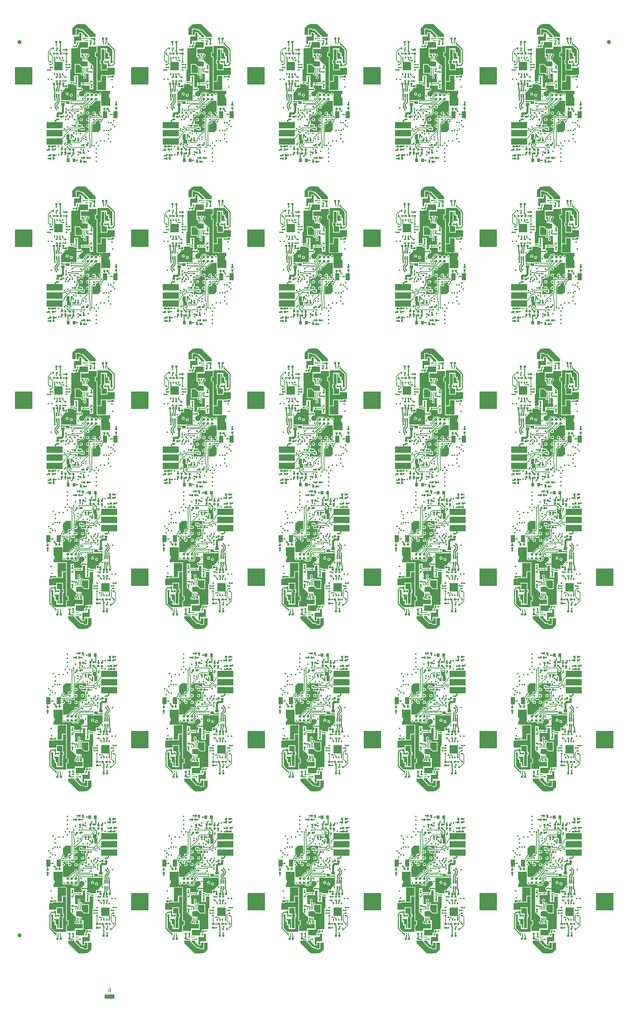
<source format=gbl>
G04*
G04 #@! TF.GenerationSoftware,Altium Limited,Altium Designer,23.6.0 (18)*
G04*
G04 Layer_Physical_Order=4*
G04 Layer_Color=16711680*
%FSLAX44Y44*%
%MOMM*%
G71*
G04*
G04 #@! TF.SameCoordinates,542A25E6-394C-4203-B619-F464005C6F94*
G04*
G04*
G04 #@! TF.FilePolarity,Positive*
G04*
G01*
G75*
%ADD10R,4.2000X4.2000*%
%ADD11R,0.1250X2.3750*%
%ADD12R,2.3750X1.0140*%
%ADD18R,0.5200X0.5200*%
%ADD19R,0.5200X0.5200*%
%ADD20R,0.7200X0.4500*%
%ADD21R,0.5500X0.4500*%
%ADD40R,0.6200X0.6200*%
%ADD41R,0.5000X0.6000*%
%ADD42C,0.2540*%
%ADD44C,0.1500*%
%ADD45C,0.5000*%
%ADD47C,1.0000*%
%ADD48C,1.3500*%
%ADD49C,0.6500*%
%ADD50C,0.4000*%
%ADD51C,0.5000*%
%ADD69R,2.3750X0.1250*%
%ADD71R,0.9000X0.7000*%
%ADD72R,0.3000X0.8500*%
%ADD73R,0.4500X0.5500*%
%ADD74O,0.3000X0.8500*%
%ADD75R,0.7000X0.9000*%
%ADD76R,4.0000X1.5000*%
%ADD77R,0.4200X0.4200*%
%ADD78R,0.8000X1.0000*%
%ADD79R,0.8500X0.2800*%
%ADD80R,0.7500X0.2800*%
%ADD81R,0.6500X0.5500*%
%ADD82O,0.3000X0.6500*%
%ADD83O,0.6500X0.3000*%
%ADD84R,2.1000X2.1000*%
%ADD85R,1.6000X1.0000*%
%ADD86R,0.3000X0.4500*%
%ADD87R,0.3000X0.3000*%
%ADD88R,0.6000X1.6000*%
%ADD89R,1.4000X1.3000*%
%ADD90R,0.2000X0.6500*%
%ADD91R,1.4200X0.6100*%
%ADD92R,0.2500X0.7000*%
%ADD93R,1.0000X1.8000*%
%ADD94R,0.2500X0.2750*%
%ADD95R,0.2500X0.2750*%
%ADD96C,0.2841*%
%ADD97C,0.2000*%
G36*
X1329541Y2368459D02*
X1354000Y2344000D01*
Y2337750D01*
X1338500D01*
Y2340375D01*
X1337000Y2341876D01*
Y2341900D01*
X1336975D01*
X1321625Y2357250D01*
X1315936D01*
X1315774Y2357374D01*
X1315495Y2357738D01*
X1315398Y2357794D01*
X1315355Y2357898D01*
X1314872Y2358098D01*
X1314419Y2358360D01*
X1314310Y2358331D01*
X1314207Y2358374D01*
X1307250Y2358374D01*
X1306102Y2357898D01*
X1306041Y2357750D01*
X1306000D01*
Y2357650D01*
X1305627Y2356750D01*
Y2348850D01*
X1305727Y2348609D01*
Y2343000D01*
X1297250D01*
Y2358750D01*
X1306301Y2367800D01*
X1307803Y2368099D01*
X1316254Y2368932D01*
X1324746D01*
X1329541Y2368459D01*
D02*
G37*
G36*
X1046791D02*
X1071250Y2344000D01*
Y2337750D01*
X1055750D01*
Y2340375D01*
X1054249Y2341876D01*
Y2341900D01*
X1054225D01*
X1038875Y2357250D01*
X1033186D01*
X1033024Y2357374D01*
X1032745Y2357738D01*
X1032647Y2357794D01*
X1032605Y2357898D01*
X1032121Y2358098D01*
X1031668Y2358360D01*
X1031560Y2358331D01*
X1031457Y2358374D01*
X1024500Y2358374D01*
X1023352Y2357898D01*
X1023291Y2357750D01*
X1023250D01*
Y2357650D01*
X1022877Y2356750D01*
Y2348850D01*
X1022977Y2348609D01*
Y2343000D01*
X1014500D01*
Y2358750D01*
X1023550Y2367800D01*
X1025053Y2368099D01*
X1033504Y2368932D01*
X1041996D01*
X1046791Y2368459D01*
D02*
G37*
G36*
X764041D02*
X788500Y2344000D01*
Y2337750D01*
X773000D01*
Y2340375D01*
X771499Y2341876D01*
Y2341900D01*
X771475D01*
X756125Y2357250D01*
X750436D01*
X750274Y2357374D01*
X749995Y2357738D01*
X749898Y2357794D01*
X749855Y2357898D01*
X749371Y2358098D01*
X748918Y2358360D01*
X748810Y2358331D01*
X748707Y2358374D01*
X741750Y2358374D01*
X740602Y2357898D01*
X740541Y2357750D01*
X740499D01*
Y2357650D01*
X740127Y2356750D01*
Y2348850D01*
X740227Y2348609D01*
Y2343000D01*
X731750D01*
Y2358750D01*
X740800Y2367800D01*
X742302Y2368099D01*
X750754Y2368932D01*
X759246D01*
X764041Y2368459D01*
D02*
G37*
G36*
X481291D02*
X505750Y2344000D01*
Y2337750D01*
X490250D01*
Y2340375D01*
X488749Y2341876D01*
Y2341900D01*
X488725D01*
X473375Y2357250D01*
X467686D01*
X467524Y2357374D01*
X467244Y2357738D01*
X467147Y2357794D01*
X467104Y2357898D01*
X466621Y2358098D01*
X466168Y2358360D01*
X466060Y2358331D01*
X465956Y2358374D01*
X459000Y2358374D01*
X457852Y2357898D01*
X457791Y2357750D01*
X457749D01*
Y2357650D01*
X457377Y2356750D01*
Y2348850D01*
X457477Y2348609D01*
Y2343000D01*
X449000D01*
Y2358750D01*
X458050Y2367800D01*
X459552Y2368099D01*
X468004Y2368932D01*
X476496D01*
X481291Y2368459D01*
D02*
G37*
G36*
X198541D02*
X223000Y2344000D01*
Y2337750D01*
X207500D01*
Y2340375D01*
X205999Y2341876D01*
Y2341900D01*
X205975D01*
X190625Y2357250D01*
X184936D01*
X184774Y2357374D01*
X184494Y2357738D01*
X184397Y2357794D01*
X184354Y2357898D01*
X183871Y2358098D01*
X183418Y2358360D01*
X183310Y2358331D01*
X183206Y2358374D01*
X176250Y2358374D01*
X175102Y2357898D01*
X175041Y2357750D01*
X174999D01*
Y2357650D01*
X174626Y2356750D01*
Y2348850D01*
X174726Y2348609D01*
Y2343000D01*
X166250D01*
Y2358750D01*
X175300Y2367800D01*
X176802Y2368099D01*
X185254Y2368932D01*
X193746D01*
X198541Y2368459D01*
D02*
G37*
G36*
X1314616Y2356216D02*
X1316340Y2354894D01*
X1318347Y2354062D01*
X1320500Y2353779D01*
X1322132Y2353994D01*
X1335750Y2340375D01*
X1335750Y2338398D01*
X1334852Y2337500D01*
X1327835D01*
X1327835Y2340665D01*
X1320783Y2347717D01*
X1320398Y2348648D01*
X1320350Y2348668D01*
Y2348850D01*
X1319910D01*
X1319250Y2349124D01*
X1314500D01*
X1313839Y2348850D01*
X1313150D01*
Y2348162D01*
X1312876Y2347500D01*
Y2343000D01*
X1307350D01*
Y2348850D01*
X1307250D01*
Y2356750D01*
X1314207Y2356750D01*
X1314616Y2356216D01*
D02*
G37*
G36*
X1031866D02*
X1033590Y2354894D01*
X1035597Y2354062D01*
X1037750Y2353779D01*
X1039382Y2353994D01*
X1053000Y2340375D01*
X1053000Y2338398D01*
X1052102Y2337500D01*
X1045085D01*
X1045085Y2340665D01*
X1038033Y2347717D01*
X1037648Y2348648D01*
X1037600Y2348668D01*
Y2348850D01*
X1037160D01*
X1036499Y2349124D01*
X1031749D01*
X1031089Y2348850D01*
X1030400D01*
Y2348162D01*
X1030126Y2347500D01*
Y2343000D01*
X1024600D01*
Y2348850D01*
X1024500D01*
Y2356750D01*
X1031457Y2356750D01*
X1031866Y2356216D01*
D02*
G37*
G36*
X749116D02*
X750840Y2354894D01*
X752847Y2354062D01*
X755000Y2353779D01*
X756632Y2353994D01*
X770250Y2340375D01*
X770250Y2338398D01*
X769352Y2337500D01*
X762335D01*
X762335Y2340665D01*
X755283Y2347717D01*
X754898Y2348648D01*
X754850Y2348668D01*
Y2348850D01*
X754410D01*
X753749Y2349124D01*
X748999D01*
X748339Y2348850D01*
X747650D01*
Y2348162D01*
X747376Y2347500D01*
Y2343000D01*
X741850D01*
Y2348850D01*
X741750D01*
Y2356750D01*
X748707Y2356750D01*
X749116Y2356216D01*
D02*
G37*
G36*
X466366D02*
X468089Y2354894D01*
X470096Y2354062D01*
X472250Y2353779D01*
X473881Y2353994D01*
X487500Y2340375D01*
X487500Y2338398D01*
X486602Y2337500D01*
X479585D01*
X479585Y2340665D01*
X472533Y2347717D01*
X472147Y2348648D01*
X472100Y2348668D01*
Y2348850D01*
X471660D01*
X470999Y2349124D01*
X466249D01*
X465589Y2348850D01*
X464900D01*
Y2348162D01*
X464626Y2347500D01*
Y2343000D01*
X459100D01*
Y2348850D01*
X459000D01*
Y2356750D01*
X465956Y2356750D01*
X466366Y2356216D01*
D02*
G37*
G36*
X183616D02*
X185339Y2354894D01*
X187346Y2354062D01*
X189500Y2353779D01*
X191131Y2353994D01*
X204750Y2340375D01*
X204750Y2338398D01*
X203852Y2337500D01*
X196835D01*
X196835Y2340665D01*
X189783Y2347717D01*
X189397Y2348648D01*
X189350Y2348668D01*
Y2348850D01*
X188910D01*
X188249Y2349124D01*
X183499D01*
X182839Y2348850D01*
X182150D01*
Y2348162D01*
X181876Y2347500D01*
Y2343000D01*
X176350D01*
Y2348850D01*
X176250D01*
Y2356750D01*
X183206Y2356750D01*
X183616Y2356216D01*
D02*
G37*
G36*
X1319250Y2329000D02*
X1306000D01*
Y2320500D01*
X1301250D01*
Y2339000D01*
X1314500D01*
Y2347500D01*
X1319250D01*
Y2329000D01*
D02*
G37*
G36*
X1036499D02*
X1023250D01*
Y2320500D01*
X1018500D01*
Y2339000D01*
X1031749D01*
Y2347500D01*
X1036499D01*
Y2329000D01*
D02*
G37*
G36*
X753749D02*
X740499D01*
Y2320500D01*
X735749D01*
Y2339000D01*
X748999D01*
Y2347500D01*
X753749D01*
Y2329000D01*
D02*
G37*
G36*
X470999D02*
X457749D01*
Y2320500D01*
X452999D01*
Y2339000D01*
X466249D01*
Y2347500D01*
X470999D01*
Y2329000D01*
D02*
G37*
G36*
X188249D02*
X174999D01*
Y2320500D01*
X170249D01*
Y2339000D01*
X183499D01*
Y2347500D01*
X188249D01*
Y2329000D01*
D02*
G37*
G36*
X1379821Y2306300D02*
Y2299300D01*
X1381071Y2298050D01*
X1383627D01*
X1384525Y2297152D01*
X1384525Y2288800D01*
X1387500D01*
Y2284750D01*
X1376824D01*
X1376824Y2297084D01*
X1376838Y2306300D01*
X1379821Y2306300D01*
D02*
G37*
G36*
X1097071D02*
Y2299300D01*
X1098321Y2298050D01*
X1100877D01*
X1101775Y2297152D01*
X1101775Y2288800D01*
X1104750D01*
Y2284750D01*
X1094074D01*
X1094074Y2297084D01*
X1094088Y2306300D01*
X1097071Y2306300D01*
D02*
G37*
G36*
X814321D02*
Y2299300D01*
X815571Y2298050D01*
X818127D01*
X819025Y2297152D01*
X819025Y2288800D01*
X822000D01*
Y2284750D01*
X811324D01*
X811324Y2297084D01*
X811338Y2306300D01*
X814321Y2306300D01*
D02*
G37*
G36*
X531571D02*
Y2299300D01*
X532821Y2298050D01*
X535377D01*
X536274Y2297152D01*
X536274Y2288800D01*
X539250D01*
Y2284750D01*
X528574D01*
X528574Y2297084D01*
X528588Y2306300D01*
X531571Y2306300D01*
D02*
G37*
G36*
X248820D02*
Y2299300D01*
X250070Y2298050D01*
X252626D01*
X253524Y2297152D01*
X253524Y2288800D01*
X256500D01*
Y2284750D01*
X245824D01*
X245824Y2297084D01*
X245838Y2306300D01*
X248820Y2306300D01*
D02*
G37*
G36*
X1394750Y2307023D02*
X1394750Y2274250D01*
X1390250D01*
Y2291500D01*
X1387000D01*
Y2300250D01*
X1383148D01*
X1382250Y2301148D01*
X1382250Y2310000D01*
X1366700D01*
Y2281050D01*
X1364000D01*
Y2272550D01*
X1366700D01*
Y2256446D01*
X1382986D01*
X1383000Y2262500D01*
X1400300D01*
Y2246622D01*
X1399350Y2245850D01*
X1391150D01*
Y2244508D01*
X1366928D01*
Y2230246D01*
X1362716D01*
X1362512Y2230287D01*
X1362308Y2230246D01*
X1358624D01*
Y2247454D01*
X1358560Y2247608D01*
X1358593Y2247771D01*
X1358547Y2248000D01*
X1358593Y2248229D01*
X1358560Y2248392D01*
X1358624Y2248546D01*
Y2276704D01*
X1358560Y2276858D01*
X1358593Y2277021D01*
X1358547Y2277250D01*
X1358593Y2277479D01*
X1358560Y2277642D01*
X1358624Y2277796D01*
Y2288500D01*
X1358148Y2289648D01*
X1357000Y2290124D01*
X1354340D01*
Y2298876D01*
X1357000D01*
X1358148Y2299352D01*
X1358624Y2300500D01*
Y2314250D01*
X1358425Y2314730D01*
X1359002Y2316000D01*
X1385774Y2316000D01*
X1394750Y2307023D01*
D02*
G37*
G36*
X1112000D02*
X1112000Y2274250D01*
X1107500D01*
Y2291500D01*
X1104250D01*
Y2300250D01*
X1100398D01*
X1099500Y2301148D01*
X1099500Y2310000D01*
X1083950D01*
Y2281050D01*
X1081250D01*
Y2272550D01*
X1083950D01*
Y2256446D01*
X1100236D01*
X1100250Y2262500D01*
X1117550D01*
Y2246622D01*
X1116600Y2245850D01*
X1108400D01*
Y2244508D01*
X1084178D01*
Y2230246D01*
X1079966D01*
X1079762Y2230287D01*
X1079558Y2230246D01*
X1075874D01*
Y2247454D01*
X1075810Y2247608D01*
X1075843Y2247771D01*
X1075797Y2248000D01*
X1075843Y2248229D01*
X1075810Y2248392D01*
X1075874Y2248546D01*
Y2276704D01*
X1075810Y2276858D01*
X1075843Y2277021D01*
X1075797Y2277250D01*
X1075843Y2277479D01*
X1075810Y2277642D01*
X1075874Y2277796D01*
Y2288500D01*
X1075398Y2289648D01*
X1074250Y2290124D01*
X1071590D01*
Y2298876D01*
X1074250D01*
X1075398Y2299352D01*
X1075874Y2300500D01*
Y2314250D01*
X1075675Y2314730D01*
X1076252Y2316000D01*
X1103024Y2316000D01*
X1112000Y2307023D01*
D02*
G37*
G36*
X829250D02*
X829250Y2274250D01*
X824750D01*
Y2291500D01*
X821500D01*
Y2300250D01*
X817648D01*
X816750Y2301148D01*
X816750Y2310000D01*
X801200D01*
Y2281050D01*
X798500D01*
Y2272550D01*
X801200D01*
Y2256446D01*
X817486D01*
X817500Y2262500D01*
X834800D01*
Y2246622D01*
X833850Y2245850D01*
X825650D01*
Y2244508D01*
X801428D01*
Y2230246D01*
X797215D01*
X797011Y2230287D01*
X796808Y2230246D01*
X793124D01*
Y2247454D01*
X793060Y2247608D01*
X793093Y2247771D01*
X793047Y2248000D01*
X793093Y2248229D01*
X793060Y2248392D01*
X793124Y2248546D01*
Y2276704D01*
X793060Y2276858D01*
X793093Y2277021D01*
X793047Y2277250D01*
X793093Y2277479D01*
X793060Y2277642D01*
X793124Y2277796D01*
Y2288500D01*
X792648Y2289648D01*
X791500Y2290124D01*
X788840D01*
Y2298876D01*
X791500D01*
X792648Y2299352D01*
X793124Y2300500D01*
Y2314250D01*
X792925Y2314730D01*
X793502Y2316000D01*
X820274Y2316000D01*
X829250Y2307023D01*
D02*
G37*
G36*
X546500D02*
X546500Y2274250D01*
X542000D01*
Y2291500D01*
X538750D01*
Y2300250D01*
X534898D01*
X534000Y2301148D01*
X534000Y2310000D01*
X518450D01*
Y2281050D01*
X515750D01*
Y2272550D01*
X518450D01*
Y2256446D01*
X534736D01*
X534750Y2262500D01*
X552050D01*
Y2246622D01*
X551100Y2245850D01*
X542900D01*
Y2244508D01*
X518678D01*
Y2230246D01*
X514465D01*
X514261Y2230287D01*
X514058Y2230246D01*
X510374D01*
Y2247454D01*
X510310Y2247608D01*
X510342Y2247771D01*
X510297Y2248000D01*
X510342Y2248229D01*
X510310Y2248392D01*
X510374Y2248546D01*
Y2276704D01*
X510310Y2276858D01*
X510342Y2277021D01*
X510297Y2277250D01*
X510342Y2277479D01*
X510310Y2277642D01*
X510374Y2277796D01*
Y2288500D01*
X509898Y2289648D01*
X508750Y2290124D01*
X506090D01*
Y2298876D01*
X508750D01*
X509898Y2299352D01*
X510374Y2300500D01*
Y2314250D01*
X510175Y2314730D01*
X510752Y2316000D01*
X537523Y2316000D01*
X546500Y2307023D01*
D02*
G37*
G36*
X263750D02*
X263750Y2274250D01*
X259250D01*
Y2291500D01*
X256000D01*
Y2300250D01*
X252148D01*
X251250Y2301148D01*
X251250Y2310000D01*
X235700D01*
Y2281050D01*
X233000D01*
Y2272550D01*
X235700D01*
Y2256446D01*
X251986D01*
X252000Y2262500D01*
X269300D01*
Y2246622D01*
X268350Y2245850D01*
X260150D01*
Y2244508D01*
X235928D01*
Y2230246D01*
X231715D01*
X231511Y2230287D01*
X231307Y2230246D01*
X227624D01*
Y2247454D01*
X227560Y2247608D01*
X227592Y2247771D01*
X227547Y2248000D01*
X227592Y2248229D01*
X227560Y2248392D01*
X227624Y2248546D01*
Y2276704D01*
X227560Y2276858D01*
X227592Y2277021D01*
X227547Y2277250D01*
X227592Y2277479D01*
X227560Y2277642D01*
X227624Y2277796D01*
Y2288500D01*
X227148Y2289648D01*
X226000Y2290124D01*
X223340D01*
Y2298876D01*
X226000D01*
X227148Y2299352D01*
X227624Y2300500D01*
Y2314250D01*
X227425Y2314730D01*
X228002Y2316000D01*
X254773Y2316000D01*
X263750Y2307023D01*
D02*
G37*
G36*
X1335000Y2311500D02*
X1316750D01*
Y2287750D01*
X1320750Y2287750D01*
X1320750Y2280750D01*
X1321250Y2280250D01*
Y2279750D01*
X1321750D01*
X1322750Y2278750D01*
X1329000D01*
Y2265750D01*
X1320750D01*
X1320431Y2266069D01*
X1320398Y2266148D01*
X1315800Y2270746D01*
Y2271500D01*
X1314549D01*
X1314250Y2271624D01*
X1304874D01*
X1304576Y2271500D01*
X1303250D01*
Y2248250D01*
X1317566D01*
X1318182Y2247500D01*
X1318453Y2246134D01*
X1319227Y2244977D01*
X1320385Y2244203D01*
X1321750Y2243931D01*
X1323116Y2244203D01*
X1324191Y2244921D01*
X1324626Y2244826D01*
X1325461Y2244468D01*
Y2241912D01*
X1325237Y2241762D01*
X1324463Y2240604D01*
X1324191Y2239239D01*
X1324463Y2237873D01*
X1325237Y2236715D01*
X1326394Y2235942D01*
X1327760Y2235670D01*
X1329126Y2235942D01*
X1330283Y2236715D01*
X1331057Y2237873D01*
X1331328Y2239239D01*
X1331057Y2240604D01*
X1330283Y2241762D01*
X1330049Y2241918D01*
Y2248250D01*
X1336750D01*
X1336750Y2226740D01*
X1326750Y2226740D01*
X1318670D01*
X1318100Y2226170D01*
Y2216138D01*
X1317202Y2215240D01*
X1312090Y2215240D01*
X1312090Y2234900D01*
X1312090Y2243750D01*
X1301593D01*
Y2230648D01*
X1300695Y2229750D01*
X1295155Y2229750D01*
X1294810Y2229819D01*
X1294466Y2229750D01*
X1292600D01*
X1292600Y2257100D01*
X1295000Y2259500D01*
X1295000Y2310000D01*
X1304352D01*
Y2310500D01*
X1311500D01*
Y2316528D01*
X1311544Y2316750D01*
Y2318000D01*
X1314500D01*
Y2325000D01*
X1335000D01*
Y2311500D01*
D02*
G37*
G36*
X1052250D02*
X1034000D01*
Y2287750D01*
X1038000Y2287750D01*
X1038000Y2280750D01*
X1038500Y2280250D01*
Y2279750D01*
X1039000D01*
X1040000Y2278750D01*
X1046250D01*
Y2265750D01*
X1038000D01*
X1037681Y2266069D01*
X1037648Y2266148D01*
X1033050Y2270746D01*
Y2271500D01*
X1031799D01*
X1031500Y2271624D01*
X1022124D01*
X1021825Y2271500D01*
X1020500D01*
Y2248250D01*
X1034816D01*
X1035432Y2247500D01*
X1035703Y2246134D01*
X1036477Y2244977D01*
X1037635Y2244203D01*
X1039000Y2243931D01*
X1040366Y2244203D01*
X1041441Y2244921D01*
X1041876Y2244826D01*
X1042711Y2244468D01*
Y2241912D01*
X1042486Y2241762D01*
X1041713Y2240604D01*
X1041441Y2239239D01*
X1041713Y2237873D01*
X1042486Y2236715D01*
X1043644Y2235942D01*
X1045010Y2235670D01*
X1046376Y2235942D01*
X1047533Y2236715D01*
X1048307Y2237873D01*
X1048578Y2239239D01*
X1048307Y2240604D01*
X1047533Y2241762D01*
X1047299Y2241918D01*
Y2248250D01*
X1054000D01*
X1054000Y2226740D01*
X1044000Y2226740D01*
X1035920D01*
X1035350Y2226170D01*
Y2216138D01*
X1034452Y2215240D01*
X1029340Y2215240D01*
X1029340Y2234900D01*
X1029340Y2243750D01*
X1018843D01*
Y2230648D01*
X1017945Y2229750D01*
X1012405Y2229750D01*
X1012060Y2229819D01*
X1011716Y2229750D01*
X1009850D01*
X1009850Y2257100D01*
X1012250Y2259500D01*
X1012250Y2310000D01*
X1021602D01*
Y2310500D01*
X1028749D01*
Y2316528D01*
X1028794Y2316750D01*
Y2318000D01*
X1031750D01*
Y2325000D01*
X1052250D01*
Y2311500D01*
D02*
G37*
G36*
X769500D02*
X751250D01*
Y2287750D01*
X755250Y2287750D01*
X755250Y2280750D01*
X755750Y2280250D01*
Y2279750D01*
X756250D01*
X757250Y2278750D01*
X763500D01*
Y2265750D01*
X755250D01*
X754931Y2266069D01*
X754898Y2266148D01*
X750300Y2270746D01*
Y2271500D01*
X749049D01*
X748750Y2271624D01*
X739374D01*
X739075Y2271500D01*
X737750D01*
Y2248250D01*
X752066D01*
X752682Y2247500D01*
X752953Y2246134D01*
X753727Y2244977D01*
X754884Y2244203D01*
X756250Y2243931D01*
X757616Y2244203D01*
X758691Y2244921D01*
X759126Y2244826D01*
X759961Y2244468D01*
Y2241912D01*
X759736Y2241762D01*
X758963Y2240604D01*
X758691Y2239239D01*
X758963Y2237873D01*
X759736Y2236715D01*
X760894Y2235942D01*
X762260Y2235670D01*
X763625Y2235942D01*
X764783Y2236715D01*
X765557Y2237873D01*
X765828Y2239239D01*
X765557Y2240604D01*
X764783Y2241762D01*
X764549Y2241918D01*
Y2248250D01*
X771250D01*
X771250Y2226740D01*
X761250Y2226740D01*
X753170D01*
X752600Y2226170D01*
Y2216138D01*
X751702Y2215240D01*
X746590Y2215240D01*
X746590Y2234900D01*
X746590Y2243750D01*
X736093D01*
Y2230648D01*
X735195Y2229750D01*
X729655Y2229750D01*
X729310Y2229819D01*
X728966Y2229750D01*
X727100D01*
X727100Y2257100D01*
X729500Y2259500D01*
X729500Y2310000D01*
X738852D01*
Y2310500D01*
X745999D01*
Y2316528D01*
X746043Y2316750D01*
Y2318000D01*
X749000D01*
Y2325000D01*
X769500D01*
Y2311500D01*
D02*
G37*
G36*
X486750D02*
X468500D01*
Y2287750D01*
X472500Y2287750D01*
X472500Y2280750D01*
X473000Y2280250D01*
Y2279750D01*
X473500D01*
X474500Y2278750D01*
X480750D01*
Y2265750D01*
X472500D01*
X472181Y2266069D01*
X472148Y2266148D01*
X467550Y2270746D01*
Y2271500D01*
X466298D01*
X466000Y2271624D01*
X456624D01*
X456325Y2271500D01*
X455000D01*
Y2248250D01*
X469316D01*
X469931Y2247500D01*
X470203Y2246134D01*
X470977Y2244977D01*
X472134Y2244203D01*
X473500Y2243931D01*
X474866Y2244203D01*
X475941Y2244921D01*
X476376Y2244826D01*
X477211Y2244468D01*
Y2241912D01*
X476986Y2241762D01*
X476213Y2240604D01*
X475941Y2239239D01*
X476213Y2237873D01*
X476986Y2236715D01*
X478144Y2235942D01*
X479510Y2235670D01*
X480875Y2235942D01*
X482033Y2236715D01*
X482807Y2237873D01*
X483078Y2239239D01*
X482807Y2240604D01*
X482033Y2241762D01*
X481799Y2241918D01*
Y2248250D01*
X488500D01*
X488500Y2226740D01*
X478500Y2226740D01*
X470420D01*
X469850Y2226170D01*
Y2216138D01*
X468952Y2215240D01*
X463840Y2215240D01*
X463840Y2234900D01*
X463840Y2243750D01*
X453343D01*
Y2230648D01*
X452445Y2229750D01*
X446904Y2229750D01*
X446560Y2229819D01*
X446216Y2229750D01*
X444350D01*
X444350Y2257100D01*
X446750Y2259500D01*
X446750Y2310000D01*
X456102D01*
Y2310500D01*
X463249D01*
Y2316528D01*
X463293Y2316750D01*
Y2318000D01*
X466250D01*
Y2325000D01*
X486750D01*
Y2311500D01*
D02*
G37*
G36*
X204000D02*
X185750D01*
Y2287750D01*
X189750Y2287750D01*
X189750Y2280750D01*
X190250Y2280250D01*
Y2279750D01*
X190750D01*
X191750Y2278750D01*
X198000D01*
Y2265750D01*
X189750D01*
X189431Y2266069D01*
X189398Y2266148D01*
X184800Y2270746D01*
Y2271500D01*
X183548D01*
X183250Y2271624D01*
X173874D01*
X173575Y2271500D01*
X172250D01*
Y2248250D01*
X186566D01*
X187181Y2247500D01*
X187453Y2246134D01*
X188227Y2244977D01*
X189384Y2244203D01*
X190750Y2243931D01*
X192116Y2244203D01*
X193191Y2244921D01*
X193626Y2244826D01*
X194461Y2244468D01*
Y2241912D01*
X194236Y2241762D01*
X193463Y2240604D01*
X193191Y2239239D01*
X193463Y2237873D01*
X194236Y2236715D01*
X195394Y2235942D01*
X196760Y2235670D01*
X198125Y2235942D01*
X199283Y2236715D01*
X200056Y2237873D01*
X200328Y2239239D01*
X200056Y2240604D01*
X199283Y2241762D01*
X199049Y2241918D01*
Y2248250D01*
X205750D01*
X205750Y2226740D01*
X195750Y2226740D01*
X187670D01*
X187100Y2226170D01*
Y2216138D01*
X186202Y2215240D01*
X181090Y2215240D01*
X181090Y2234900D01*
X181090Y2243750D01*
X170593D01*
Y2230648D01*
X169695Y2229750D01*
X164154Y2229750D01*
X163810Y2229819D01*
X163465Y2229750D01*
X161600D01*
X161600Y2257100D01*
X164000Y2259500D01*
X164000Y2310000D01*
X173352D01*
Y2310500D01*
X180499D01*
Y2316528D01*
X180543Y2316750D01*
Y2318000D01*
X183500D01*
Y2325000D01*
X204000D01*
Y2311500D01*
D02*
G37*
G36*
X1375200Y2306352D02*
X1375200Y2281050D01*
X1373000D01*
Y2272550D01*
X1375200D01*
Y2271310D01*
X1381250Y2271310D01*
X1381250Y2258069D01*
X1368324D01*
Y2272550D01*
X1368200Y2272848D01*
Y2280751D01*
X1368324Y2281050D01*
Y2281869D01*
X1368569Y2283100D01*
X1368324Y2284331D01*
Y2307250D01*
X1374302Y2307250D01*
X1375200Y2306352D01*
D02*
G37*
G36*
X1092450D02*
X1092450Y2281050D01*
X1090250D01*
Y2272550D01*
X1092450D01*
Y2271310D01*
X1098500Y2271310D01*
X1098500Y2258069D01*
X1085574D01*
Y2272550D01*
X1085450Y2272848D01*
Y2280751D01*
X1085574Y2281050D01*
Y2281869D01*
X1085819Y2283100D01*
X1085574Y2284331D01*
Y2307250D01*
X1091552Y2307250D01*
X1092450Y2306352D01*
D02*
G37*
G36*
X809700D02*
X809700Y2281050D01*
X807500D01*
Y2272550D01*
X809700D01*
Y2271310D01*
X815750Y2271310D01*
X815750Y2258069D01*
X802824D01*
Y2272550D01*
X802700Y2272848D01*
Y2280751D01*
X802824Y2281050D01*
Y2281869D01*
X803069Y2283100D01*
X802824Y2284331D01*
Y2307250D01*
X808802Y2307250D01*
X809700Y2306352D01*
D02*
G37*
G36*
X526950D02*
X526950Y2281050D01*
X524750D01*
Y2272550D01*
X526950D01*
Y2271310D01*
X533000Y2271310D01*
X533000Y2258069D01*
X520074D01*
Y2272550D01*
X519950Y2272848D01*
Y2280751D01*
X520074Y2281050D01*
Y2281869D01*
X520319Y2283100D01*
X520074Y2284331D01*
Y2307250D01*
X526052Y2307250D01*
X526950Y2306352D01*
D02*
G37*
G36*
X244200D02*
X244200Y2281050D01*
X242000D01*
Y2272550D01*
X244200D01*
Y2271310D01*
X250250Y2271310D01*
X250250Y2258069D01*
X237324D01*
Y2272550D01*
X237200Y2272848D01*
Y2280751D01*
X237324Y2281050D01*
Y2281869D01*
X237569Y2283100D01*
X237324Y2284331D01*
Y2307250D01*
X243302Y2307250D01*
X244200Y2306352D01*
D02*
G37*
G36*
X1319250Y2265000D02*
Y2264250D01*
X1319791D01*
X1320750Y2263291D01*
X1320750Y2250870D01*
X1320385Y2250797D01*
X1319227Y2250023D01*
X1319211Y2250000D01*
X1304874Y2250000D01*
Y2270000D01*
X1314250D01*
X1319250Y2265000D01*
D02*
G37*
G36*
X1036500D02*
Y2264250D01*
X1037041D01*
X1038000Y2263291D01*
X1038000Y2250870D01*
X1037635Y2250797D01*
X1036477Y2250023D01*
X1036461Y2250000D01*
X1022124Y2250000D01*
Y2270000D01*
X1031500D01*
X1036500Y2265000D01*
D02*
G37*
G36*
X753750D02*
Y2264250D01*
X754291D01*
X755250Y2263291D01*
X755250Y2250870D01*
X754884Y2250797D01*
X753727Y2250023D01*
X753711Y2250000D01*
X739374Y2250000D01*
Y2270000D01*
X748750D01*
X753750Y2265000D01*
D02*
G37*
G36*
X471000D02*
Y2264250D01*
X471541D01*
X472500Y2263291D01*
X472500Y2250870D01*
X472134Y2250797D01*
X470977Y2250023D01*
X470961Y2250000D01*
X456624Y2250000D01*
Y2270000D01*
X466000D01*
X471000Y2265000D01*
D02*
G37*
G36*
X188250D02*
Y2264250D01*
X188791D01*
X189750Y2263291D01*
X189750Y2250870D01*
X189384Y2250797D01*
X188227Y2250023D01*
X188211Y2250000D01*
X173874Y2250000D01*
Y2270000D01*
X183250D01*
X188250Y2265000D01*
D02*
G37*
G36*
X1379500Y2208374D02*
X1370591Y2208374D01*
X1370293Y2208250D01*
X1367231D01*
X1366933Y2208374D01*
X1364341D01*
X1364043Y2208250D01*
X1360981D01*
X1360682Y2208374D01*
X1358624D01*
Y2228622D01*
X1362308D01*
X1362388Y2228656D01*
X1362399Y2228654D01*
X1362512Y2228676D01*
X1362625Y2228654D01*
X1362635Y2228656D01*
X1362716Y2228622D01*
X1366928D01*
X1367173Y2228724D01*
X1367554D01*
Y2228740D01*
X1368750D01*
Y2242884D01*
X1379500D01*
Y2208374D01*
D02*
G37*
G36*
X1096750D02*
X1087841Y2208374D01*
X1087543Y2208250D01*
X1084481D01*
X1084183Y2208374D01*
X1081591D01*
X1081292Y2208250D01*
X1078231D01*
X1077932Y2208374D01*
X1075874D01*
Y2228622D01*
X1079558D01*
X1079638Y2228656D01*
X1079649Y2228654D01*
X1079762Y2228676D01*
X1079874Y2228654D01*
X1079885Y2228656D01*
X1079966Y2228622D01*
X1084178D01*
X1084423Y2228724D01*
X1084804D01*
Y2228740D01*
X1086000D01*
Y2242884D01*
X1096750D01*
Y2208374D01*
D02*
G37*
G36*
X814000D02*
X805091Y2208374D01*
X804793Y2208250D01*
X801731D01*
X801433Y2208374D01*
X798841D01*
X798542Y2208250D01*
X795481D01*
X795182Y2208374D01*
X793124D01*
Y2228622D01*
X796808D01*
X796888Y2228656D01*
X796899Y2228654D01*
X797011Y2228676D01*
X797124Y2228654D01*
X797135Y2228656D01*
X797215Y2228622D01*
X801428D01*
X801673Y2228724D01*
X802054D01*
Y2228740D01*
X803250D01*
Y2242884D01*
X814000D01*
Y2208374D01*
D02*
G37*
G36*
X531250D02*
X522341Y2208374D01*
X522043Y2208250D01*
X518981D01*
X518683Y2208374D01*
X516091D01*
X515792Y2208250D01*
X512731D01*
X512432Y2208374D01*
X510374D01*
Y2228622D01*
X514058D01*
X514138Y2228656D01*
X514149Y2228654D01*
X514261Y2228676D01*
X514374Y2228654D01*
X514385Y2228656D01*
X514465Y2228622D01*
X518678D01*
X518923Y2228724D01*
X519304D01*
Y2228740D01*
X520500D01*
Y2242884D01*
X531250D01*
Y2208374D01*
D02*
G37*
G36*
X248500D02*
X239591Y2208374D01*
X239293Y2208250D01*
X236231D01*
X235932Y2208374D01*
X233341D01*
X233042Y2208250D01*
X229981D01*
X229682Y2208374D01*
X227624D01*
Y2228622D01*
X231307D01*
X231388Y2228656D01*
X231399Y2228654D01*
X231511Y2228676D01*
X231624Y2228654D01*
X231635Y2228656D01*
X231715Y2228622D01*
X235928D01*
X236172Y2228724D01*
X236554D01*
Y2228740D01*
X237750D01*
Y2242884D01*
X248500D01*
Y2208374D01*
D02*
G37*
G36*
X1301488Y2222750D02*
X1301500Y2222738D01*
Y2219750D01*
X1307700D01*
X1307700Y2184200D01*
X1297153Y2184200D01*
X1297064Y2184333D01*
X1295906Y2185107D01*
X1294540Y2185379D01*
X1293175Y2185107D01*
X1292017Y2184333D01*
X1291928Y2184200D01*
X1272145Y2184200D01*
X1271800Y2184269D01*
X1271456Y2184200D01*
X1269900D01*
X1269900Y2201850D01*
X1279000Y2210950D01*
Y2213817D01*
X1286200D01*
Y2221480D01*
X1287167Y2222750D01*
X1294465D01*
X1294810Y2222681D01*
X1295155Y2222750D01*
X1301488Y2222750D01*
D02*
G37*
G36*
X1018738D02*
X1018750Y2222738D01*
Y2219750D01*
X1024950D01*
X1024950Y2184200D01*
X1014403Y2184200D01*
X1014314Y2184333D01*
X1013156Y2185107D01*
X1011790Y2185379D01*
X1010425Y2185107D01*
X1009267Y2184333D01*
X1009178Y2184200D01*
X989395Y2184200D01*
X989050Y2184269D01*
X988706Y2184200D01*
X987150D01*
X987150Y2201850D01*
X996250Y2210950D01*
Y2213817D01*
X1003450D01*
Y2221480D01*
X1004417Y2222750D01*
X1011715D01*
X1012060Y2222681D01*
X1012405Y2222750D01*
X1018738Y2222750D01*
D02*
G37*
G36*
X735988D02*
X736000Y2222738D01*
Y2219750D01*
X742200D01*
X742200Y2184200D01*
X731653Y2184200D01*
X731563Y2184333D01*
X730406Y2185107D01*
X729040Y2185379D01*
X727674Y2185107D01*
X726517Y2184333D01*
X726428Y2184200D01*
X706645Y2184200D01*
X706300Y2184269D01*
X705956Y2184200D01*
X704400D01*
X704400Y2201850D01*
X713500Y2210950D01*
Y2213817D01*
X720700D01*
Y2221480D01*
X721666Y2222750D01*
X728965D01*
X729310Y2222681D01*
X729655Y2222750D01*
X735988Y2222750D01*
D02*
G37*
G36*
X453238D02*
X453250Y2222738D01*
Y2219750D01*
X459450D01*
X459450Y2184200D01*
X448903Y2184200D01*
X448814Y2184333D01*
X447656Y2185107D01*
X446290Y2185379D01*
X444925Y2185107D01*
X443767Y2184333D01*
X443678Y2184200D01*
X423895Y2184200D01*
X423550Y2184269D01*
X423206Y2184200D01*
X421650D01*
X421650Y2201850D01*
X430750Y2210950D01*
Y2213817D01*
X437950D01*
Y2221480D01*
X438916Y2222750D01*
X446215D01*
X446560Y2222681D01*
X446905Y2222750D01*
X453238Y2222750D01*
D02*
G37*
G36*
X170488D02*
X170500Y2222738D01*
Y2219750D01*
X176700D01*
X176700Y2184200D01*
X166152Y2184200D01*
X166063Y2184333D01*
X164906Y2185107D01*
X163540Y2185379D01*
X162174Y2185107D01*
X161017Y2184333D01*
X160928Y2184200D01*
X141145Y2184200D01*
X140800Y2184269D01*
X140456Y2184200D01*
X138900D01*
X138900Y2201850D01*
X148000Y2210950D01*
Y2213817D01*
X155200D01*
Y2221480D01*
X156166Y2222750D01*
X163465D01*
X163810Y2222681D01*
X164155Y2222750D01*
X170488Y2222750D01*
D02*
G37*
G36*
X1357000Y2300500D02*
X1352717D01*
Y2288500D01*
X1357000D01*
Y2277796D01*
X1356892Y2277250D01*
X1357000Y2276704D01*
Y2248546D01*
X1356892Y2248000D01*
X1357000Y2247454D01*
Y2206750D01*
X1360682D01*
X1361146Y2206440D01*
X1362512Y2206169D01*
X1363877Y2206440D01*
X1364341Y2206750D01*
X1366933D01*
X1367396Y2206440D01*
X1368762Y2206169D01*
X1370128Y2206440D01*
X1370591Y2206750D01*
X1389250Y2206750D01*
Y2200287D01*
X1388549Y2199749D01*
X1387347Y2198182D01*
X1386591Y2196358D01*
X1386334Y2194400D01*
X1386591Y2192442D01*
X1387347Y2190618D01*
X1388549Y2189051D01*
X1389250Y2188513D01*
X1389250Y2170287D01*
X1389202Y2170250D01*
X1367750D01*
Y2179855D01*
X1367819Y2180200D01*
X1367750Y2180545D01*
X1367750Y2197103D01*
X1367750D01*
X1367819Y2198100D01*
X1367771Y2198340D01*
X1367547Y2199466D01*
X1366774Y2200623D01*
X1365616Y2201397D01*
X1364250Y2201669D01*
X1362885Y2201397D01*
X1361727Y2200623D01*
X1360954Y2199466D01*
X1360771Y2198546D01*
X1359476D01*
X1359474Y2198553D01*
X1358425Y2200125D01*
X1356853Y2201174D01*
X1355000Y2201543D01*
X1353147Y2201174D01*
X1351575Y2200125D01*
X1350706Y2198823D01*
X1350239Y2198721D01*
X1349760D01*
X1349294Y2198823D01*
X1348425Y2200125D01*
X1346853Y2201174D01*
X1345000Y2201543D01*
X1343666Y2201278D01*
X1341122Y2203822D01*
X1340378Y2204319D01*
X1339500Y2204494D01*
X1332722D01*
X1331844Y2204319D01*
X1331100Y2203822D01*
X1327878Y2200601D01*
X1327381Y2199857D01*
X1327206Y2198979D01*
Y2198600D01*
X1318670D01*
X1318670Y2205932D01*
X1319620Y2206711D01*
X1320986Y2206983D01*
X1322144Y2207757D01*
X1322917Y2208914D01*
X1323189Y2210280D01*
X1322917Y2211646D01*
X1322144Y2212803D01*
X1320986Y2213577D01*
X1319620Y2213849D01*
X1319572Y2213888D01*
Y2215772D01*
X1319724Y2216138D01*
Y2219750D01*
X1338352Y2219750D01*
X1339250Y2218852D01*
X1339250Y2209750D01*
X1348000D01*
Y2268000D01*
X1347088Y2268913D01*
X1347047Y2269116D01*
X1346274Y2270273D01*
X1345116Y2271047D01*
X1344913Y2271087D01*
X1336250Y2279750D01*
Y2280250D01*
X1335750D01*
X1334750Y2281250D01*
Y2284457D01*
X1334805Y2284730D01*
X1334805Y2284730D01*
Y2288135D01*
X1336465Y2289795D01*
X1336806Y2289863D01*
X1337964Y2290637D01*
X1338737Y2291794D01*
X1339009Y2293160D01*
X1338737Y2294526D01*
X1337964Y2295683D01*
X1336806Y2296457D01*
X1335872Y2296643D01*
X1334750Y2297000D01*
Y2297000D01*
X1331407D01*
X1330597Y2297542D01*
X1329231Y2297813D01*
X1327866Y2297542D01*
X1327055Y2297000D01*
X1318670D01*
Y2308250D01*
X1337500D01*
Y2314250D01*
X1357000D01*
Y2300500D01*
D02*
G37*
G36*
X1074250D02*
X1069967D01*
Y2288500D01*
X1074250D01*
Y2277796D01*
X1074142Y2277250D01*
X1074250Y2276704D01*
Y2248546D01*
X1074142Y2248000D01*
X1074250Y2247454D01*
Y2206750D01*
X1077932D01*
X1078396Y2206440D01*
X1079762Y2206169D01*
X1081127Y2206440D01*
X1081591Y2206750D01*
X1084183D01*
X1084646Y2206440D01*
X1086012Y2206169D01*
X1087377Y2206440D01*
X1087841Y2206750D01*
X1106500Y2206750D01*
Y2200287D01*
X1105799Y2199749D01*
X1104597Y2198182D01*
X1103841Y2196358D01*
X1103584Y2194400D01*
X1103841Y2192442D01*
X1104597Y2190618D01*
X1105799Y2189051D01*
X1106500Y2188513D01*
X1106500Y2170287D01*
X1106452Y2170250D01*
X1085000D01*
Y2179855D01*
X1085069Y2180200D01*
X1085000Y2180545D01*
X1085000Y2197103D01*
X1085000D01*
X1085069Y2198100D01*
X1085021Y2198340D01*
X1084797Y2199466D01*
X1084024Y2200623D01*
X1082866Y2201397D01*
X1081500Y2201669D01*
X1080135Y2201397D01*
X1078977Y2200623D01*
X1078203Y2199466D01*
X1078021Y2198546D01*
X1076726D01*
X1076724Y2198553D01*
X1075674Y2200125D01*
X1074103Y2201174D01*
X1072250Y2201543D01*
X1070396Y2201174D01*
X1068825Y2200125D01*
X1067955Y2198823D01*
X1067489Y2198721D01*
X1067010D01*
X1066544Y2198823D01*
X1065674Y2200125D01*
X1064103Y2201174D01*
X1062250Y2201543D01*
X1060916Y2201278D01*
X1058372Y2203822D01*
X1057628Y2204319D01*
X1056750Y2204494D01*
X1049972D01*
X1049094Y2204319D01*
X1048350Y2203822D01*
X1045128Y2200601D01*
X1044631Y2199857D01*
X1044456Y2198979D01*
Y2198600D01*
X1035920D01*
X1035920Y2205932D01*
X1036870Y2206711D01*
X1038236Y2206983D01*
X1039394Y2207757D01*
X1040167Y2208914D01*
X1040439Y2210280D01*
X1040167Y2211646D01*
X1039394Y2212803D01*
X1038236Y2213577D01*
X1036870Y2213849D01*
X1036822Y2213888D01*
Y2215772D01*
X1036974Y2216138D01*
Y2219750D01*
X1055602Y2219750D01*
X1056500Y2218852D01*
X1056500Y2209750D01*
X1065250D01*
Y2268000D01*
X1064337Y2268913D01*
X1064297Y2269116D01*
X1063524Y2270273D01*
X1062366Y2271047D01*
X1062163Y2271087D01*
X1053500Y2279750D01*
Y2280250D01*
X1053000D01*
X1052000Y2281250D01*
Y2284457D01*
X1052055Y2284730D01*
X1052055Y2284730D01*
Y2288135D01*
X1053715Y2289795D01*
X1054056Y2289863D01*
X1055214Y2290637D01*
X1055987Y2291794D01*
X1056259Y2293160D01*
X1055987Y2294526D01*
X1055214Y2295683D01*
X1054056Y2296457D01*
X1053122Y2296643D01*
X1052000Y2297000D01*
Y2297000D01*
X1048657D01*
X1047847Y2297542D01*
X1046481Y2297813D01*
X1045116Y2297542D01*
X1044305Y2297000D01*
X1035920D01*
Y2308250D01*
X1054750D01*
Y2314250D01*
X1074250D01*
Y2300500D01*
D02*
G37*
G36*
X791500D02*
X787216D01*
Y2288500D01*
X791500D01*
Y2277796D01*
X791392Y2277250D01*
X791500Y2276704D01*
Y2248546D01*
X791392Y2248000D01*
X791500Y2247454D01*
Y2206750D01*
X795182D01*
X795646Y2206440D01*
X797011Y2206169D01*
X798377Y2206440D01*
X798841Y2206750D01*
X801433D01*
X801896Y2206440D01*
X803262Y2206169D01*
X804627Y2206440D01*
X805091Y2206750D01*
X823750Y2206750D01*
Y2200287D01*
X823049Y2199749D01*
X821847Y2198182D01*
X821091Y2196358D01*
X820834Y2194400D01*
X821091Y2192442D01*
X821847Y2190618D01*
X823049Y2189051D01*
X823750Y2188513D01*
X823750Y2170287D01*
X823702Y2170250D01*
X802250D01*
Y2179855D01*
X802319Y2180200D01*
X802250Y2180545D01*
X802250Y2197103D01*
X802250D01*
X802319Y2198100D01*
X802271Y2198340D01*
X802047Y2199466D01*
X801274Y2200623D01*
X800116Y2201397D01*
X798750Y2201669D01*
X797385Y2201397D01*
X796227Y2200623D01*
X795453Y2199466D01*
X795270Y2198546D01*
X793976D01*
X793974Y2198553D01*
X792924Y2200125D01*
X791353Y2201174D01*
X789500Y2201543D01*
X787646Y2201174D01*
X786075Y2200125D01*
X785205Y2198823D01*
X784739Y2198721D01*
X784260D01*
X783794Y2198823D01*
X782924Y2200125D01*
X781353Y2201174D01*
X779500Y2201543D01*
X778166Y2201278D01*
X775622Y2203822D01*
X774878Y2204319D01*
X774000Y2204494D01*
X767222D01*
X766344Y2204319D01*
X765600Y2203822D01*
X762378Y2200601D01*
X761881Y2199857D01*
X761706Y2198979D01*
Y2198600D01*
X753170D01*
X753170Y2205932D01*
X754120Y2206711D01*
X755486Y2206983D01*
X756644Y2207757D01*
X757417Y2208914D01*
X757689Y2210280D01*
X757417Y2211646D01*
X756644Y2212803D01*
X755486Y2213577D01*
X754120Y2213849D01*
X754072Y2213888D01*
Y2215772D01*
X754224Y2216138D01*
Y2219750D01*
X772852Y2219750D01*
X773750Y2218852D01*
X773750Y2209750D01*
X782500D01*
Y2268000D01*
X781587Y2268913D01*
X781547Y2269116D01*
X780773Y2270273D01*
X779616Y2271047D01*
X779413Y2271087D01*
X770750Y2279750D01*
Y2280250D01*
X770250D01*
X769250Y2281250D01*
Y2284457D01*
X769305Y2284730D01*
X769304Y2284730D01*
Y2288135D01*
X770965Y2289795D01*
X771306Y2289863D01*
X772464Y2290637D01*
X773237Y2291794D01*
X773509Y2293160D01*
X773237Y2294526D01*
X772464Y2295683D01*
X771306Y2296457D01*
X770372Y2296643D01*
X769250Y2297000D01*
Y2297000D01*
X765907D01*
X765097Y2297542D01*
X763731Y2297813D01*
X762365Y2297542D01*
X761555Y2297000D01*
X753170D01*
Y2308250D01*
X772000D01*
Y2314250D01*
X791500D01*
Y2300500D01*
D02*
G37*
G36*
X508750D02*
X504466D01*
Y2288500D01*
X508750D01*
Y2277796D01*
X508642Y2277250D01*
X508750Y2276704D01*
Y2248546D01*
X508642Y2248000D01*
X508750Y2247454D01*
Y2206750D01*
X512432D01*
X512896Y2206440D01*
X514261Y2206169D01*
X515627Y2206440D01*
X516091Y2206750D01*
X518683D01*
X519146Y2206440D01*
X520512Y2206169D01*
X521877Y2206440D01*
X522341Y2206750D01*
X541000Y2206750D01*
Y2200287D01*
X540299Y2199749D01*
X539097Y2198182D01*
X538341Y2196358D01*
X538083Y2194400D01*
X538341Y2192442D01*
X539097Y2190618D01*
X540299Y2189051D01*
X541000Y2188513D01*
X541000Y2170287D01*
X540952Y2170250D01*
X519500D01*
Y2179855D01*
X519569Y2180200D01*
X519500Y2180545D01*
X519500Y2197103D01*
X519500D01*
X519569Y2198100D01*
X519521Y2198340D01*
X519297Y2199466D01*
X518523Y2200623D01*
X517366Y2201397D01*
X516000Y2201669D01*
X514635Y2201397D01*
X513477Y2200623D01*
X512703Y2199466D01*
X512520Y2198546D01*
X511226D01*
X511224Y2198553D01*
X510174Y2200125D01*
X508603Y2201174D01*
X506750Y2201543D01*
X504896Y2201174D01*
X503325Y2200125D01*
X502455Y2198823D01*
X501989Y2198721D01*
X501510D01*
X501044Y2198823D01*
X500174Y2200125D01*
X498603Y2201174D01*
X496750Y2201543D01*
X495416Y2201278D01*
X492872Y2203822D01*
X492128Y2204319D01*
X491250Y2204494D01*
X484472D01*
X483594Y2204319D01*
X482849Y2203822D01*
X479628Y2200601D01*
X479131Y2199857D01*
X478956Y2198979D01*
Y2198600D01*
X470420D01*
X470420Y2205932D01*
X471370Y2206711D01*
X472736Y2206983D01*
X473893Y2207757D01*
X474667Y2208914D01*
X474939Y2210280D01*
X474667Y2211646D01*
X473893Y2212803D01*
X472736Y2213577D01*
X471370Y2213849D01*
X471322Y2213888D01*
Y2215772D01*
X471474Y2216138D01*
Y2219750D01*
X490102Y2219750D01*
X491000Y2218852D01*
X491000Y2209750D01*
X499750D01*
Y2268000D01*
X498837Y2268913D01*
X498797Y2269116D01*
X498023Y2270273D01*
X496866Y2271047D01*
X496663Y2271087D01*
X488000Y2279750D01*
Y2280250D01*
X487500D01*
X486500Y2281250D01*
Y2284457D01*
X486554Y2284730D01*
X486554Y2284730D01*
Y2288135D01*
X488214Y2289795D01*
X488556Y2289863D01*
X489713Y2290637D01*
X490487Y2291794D01*
X490759Y2293160D01*
X490487Y2294526D01*
X489713Y2295683D01*
X488556Y2296457D01*
X487622Y2296643D01*
X486500Y2297000D01*
Y2297000D01*
X483157D01*
X482347Y2297542D01*
X480981Y2297813D01*
X479615Y2297542D01*
X478805Y2297000D01*
X470420D01*
Y2308250D01*
X489250D01*
Y2314250D01*
X508750D01*
Y2300500D01*
D02*
G37*
G36*
X226000D02*
X221716D01*
Y2288500D01*
X226000D01*
Y2277796D01*
X225891Y2277250D01*
X226000Y2276704D01*
Y2248546D01*
X225891Y2248000D01*
X226000Y2247454D01*
Y2206750D01*
X229682D01*
X230146Y2206440D01*
X231511Y2206169D01*
X232877Y2206440D01*
X233341Y2206750D01*
X235932D01*
X236396Y2206440D01*
X237762Y2206169D01*
X239127Y2206440D01*
X239591Y2206750D01*
X258250Y2206750D01*
Y2200287D01*
X257549Y2199749D01*
X256347Y2198182D01*
X255591Y2196358D01*
X255333Y2194400D01*
X255591Y2192442D01*
X256347Y2190618D01*
X257549Y2189051D01*
X258250Y2188513D01*
X258250Y2170287D01*
X258202Y2170250D01*
X236750D01*
Y2179855D01*
X236819Y2180200D01*
X236750Y2180545D01*
X236750Y2197103D01*
X236750D01*
X236819Y2198100D01*
X236771Y2198340D01*
X236547Y2199466D01*
X235773Y2200623D01*
X234616Y2201397D01*
X233250Y2201669D01*
X231884Y2201397D01*
X230727Y2200623D01*
X229953Y2199466D01*
X229770Y2198546D01*
X228475D01*
X228474Y2198553D01*
X227424Y2200125D01*
X225853Y2201174D01*
X224000Y2201543D01*
X222146Y2201174D01*
X220575Y2200125D01*
X219705Y2198823D01*
X219239Y2198721D01*
X218760D01*
X218294Y2198823D01*
X217424Y2200125D01*
X215853Y2201174D01*
X214000Y2201543D01*
X212666Y2201278D01*
X210122Y2203822D01*
X209377Y2204319D01*
X208500Y2204494D01*
X201721D01*
X200844Y2204319D01*
X200099Y2203822D01*
X196878Y2200601D01*
X196381Y2199857D01*
X196206Y2198979D01*
Y2198600D01*
X187670D01*
X187670Y2205932D01*
X188620Y2206711D01*
X189986Y2206983D01*
X191143Y2207757D01*
X191917Y2208914D01*
X192189Y2210280D01*
X191917Y2211646D01*
X191143Y2212803D01*
X189986Y2213577D01*
X188620Y2213849D01*
X188572Y2213888D01*
Y2215772D01*
X188724Y2216138D01*
Y2219750D01*
X207352Y2219750D01*
X208250Y2218852D01*
X208250Y2209750D01*
X217000D01*
Y2268000D01*
X216087Y2268913D01*
X216047Y2269116D01*
X215273Y2270273D01*
X214116Y2271047D01*
X213913Y2271087D01*
X205250Y2279750D01*
Y2280250D01*
X204750D01*
X203750Y2281250D01*
Y2284457D01*
X203804Y2284730D01*
X203804Y2284730D01*
Y2288135D01*
X205464Y2289795D01*
X205806Y2289863D01*
X206963Y2290637D01*
X207737Y2291794D01*
X208009Y2293160D01*
X207737Y2294526D01*
X206963Y2295683D01*
X205806Y2296457D01*
X204872Y2296643D01*
X203750Y2297000D01*
Y2297000D01*
X200407D01*
X199597Y2297542D01*
X198231Y2297813D01*
X196865Y2297542D01*
X196055Y2297000D01*
X187670D01*
Y2308250D01*
X206500D01*
Y2314250D01*
X226000D01*
Y2300500D01*
D02*
G37*
G36*
X1366127Y2180545D02*
X1366190Y2180391D01*
X1366158Y2180228D01*
X1366164Y2180200D01*
X1366158Y2180172D01*
X1366190Y2180009D01*
X1366127Y2179855D01*
Y2170250D01*
X1366300Y2169831D01*
Y2156941D01*
X1365398Y2156201D01*
X1364033Y2155929D01*
X1362875Y2155155D01*
X1362101Y2153998D01*
X1361830Y2152632D01*
X1362101Y2151266D01*
X1362875Y2150109D01*
X1364033Y2149335D01*
X1365398Y2149064D01*
X1366300Y2148323D01*
X1366300Y2145840D01*
X1365977Y2145624D01*
X1365578Y2145029D01*
X1360386D01*
X1359505Y2146299D01*
X1359641Y2146984D01*
X1359370Y2148350D01*
X1358596Y2149508D01*
X1357438Y2150281D01*
X1356073Y2150553D01*
X1354916Y2150323D01*
X1354638Y2150480D01*
X1354335Y2150746D01*
X1353909Y2151276D01*
X1354151Y2152491D01*
X1353840Y2154051D01*
X1352956Y2155374D01*
X1351633Y2156258D01*
X1350072Y2156569D01*
X1348512Y2156258D01*
X1347189Y2155374D01*
X1346304Y2154051D01*
X1345994Y2152491D01*
X1346304Y2150930D01*
X1347189Y2149607D01*
X1348512Y2148723D01*
X1350072Y2148412D01*
X1351633Y2148723D01*
X1352686Y2147899D01*
X1352504Y2146984D01*
X1352641Y2146299D01*
X1351759Y2145029D01*
X1345950D01*
Y2146851D01*
X1337450D01*
Y2141822D01*
X1337406Y2141601D01*
Y2140939D01*
X1336136Y2140244D01*
X1334857Y2140499D01*
X1333297Y2140188D01*
X1331974Y2139304D01*
X1331090Y2137981D01*
X1330779Y2136420D01*
X1331090Y2134860D01*
X1331974Y2133537D01*
X1333297Y2132652D01*
X1334857Y2132342D01*
X1336136Y2132596D01*
X1337406Y2131902D01*
Y2125724D01*
X1336136Y2125029D01*
X1334857Y2125284D01*
X1333297Y2124973D01*
X1331974Y2124089D01*
X1331090Y2122766D01*
X1330779Y2121205D01*
X1331090Y2119645D01*
X1331974Y2118322D01*
X1333297Y2117437D01*
X1334857Y2117127D01*
X1336136Y2117381D01*
X1337406Y2116687D01*
Y2111444D01*
X1337140D01*
X1336262Y2111270D01*
X1335518Y2110772D01*
X1330746Y2106000D01*
X1309990Y2106000D01*
Y2113090D01*
X1310889Y2113986D01*
X1315301D01*
X1315380Y2113590D01*
X1316154Y2112432D01*
X1317311Y2111659D01*
X1318677Y2111387D01*
X1319400Y2110793D01*
Y2109983D01*
X1326900D01*
Y2118483D01*
X1323126D01*
X1322614Y2119441D01*
X1322577Y2119753D01*
X1322866Y2121205D01*
X1322555Y2122766D01*
X1321671Y2124089D01*
X1320348Y2124973D01*
X1318788Y2125284D01*
X1317870Y2125101D01*
X1316600Y2125356D01*
Y2125356D01*
X1316600Y2125355D01*
X1312250D01*
Y2133824D01*
X1311194D01*
Y2143950D01*
X1315150D01*
Y2145446D01*
X1320755D01*
X1320755Y2145446D01*
X1321633Y2145621D01*
X1322377Y2146118D01*
X1322377Y2146118D01*
X1328160Y2151901D01*
X1328657Y2152645D01*
X1328831Y2153523D01*
Y2165153D01*
X1329882Y2166203D01*
X1331302Y2165827D01*
X1331974Y2164822D01*
X1333297Y2163938D01*
X1334857Y2163627D01*
X1336418Y2163938D01*
X1337741Y2164822D01*
X1338625Y2166145D01*
X1338936Y2167705D01*
X1338625Y2169266D01*
X1338148Y2169980D01*
X1338827Y2171250D01*
X1341844D01*
X1342722Y2171425D01*
X1343466Y2171922D01*
X1353666Y2182122D01*
X1355000Y2181857D01*
X1356853Y2182226D01*
X1356877Y2182241D01*
X1366127D01*
Y2180545D01*
D02*
G37*
G36*
X1083377D02*
X1083440Y2180391D01*
X1083408Y2180228D01*
X1083413Y2180200D01*
X1083408Y2180172D01*
X1083440Y2180009D01*
X1083377Y2179855D01*
Y2170250D01*
X1083550Y2169831D01*
Y2156941D01*
X1082648Y2156201D01*
X1081283Y2155929D01*
X1080125Y2155155D01*
X1079351Y2153998D01*
X1079080Y2152632D01*
X1079351Y2151266D01*
X1080125Y2150109D01*
X1081283Y2149335D01*
X1082648Y2149064D01*
X1083550Y2148323D01*
X1083550Y2145840D01*
X1083226Y2145624D01*
X1082829Y2145029D01*
X1077636D01*
X1076755Y2146299D01*
X1076891Y2146984D01*
X1076619Y2148350D01*
X1075846Y2149508D01*
X1074688Y2150281D01*
X1073323Y2150553D01*
X1072166Y2150323D01*
X1071888Y2150480D01*
X1071584Y2150746D01*
X1071159Y2151276D01*
X1071401Y2152491D01*
X1071090Y2154051D01*
X1070206Y2155374D01*
X1068883Y2156258D01*
X1067322Y2156569D01*
X1065762Y2156258D01*
X1064438Y2155374D01*
X1063555Y2154051D01*
X1063244Y2152491D01*
X1063555Y2150930D01*
X1064438Y2149607D01*
X1065762Y2148723D01*
X1067322Y2148412D01*
X1068883Y2148723D01*
X1069936Y2147899D01*
X1069754Y2146984D01*
X1069890Y2146299D01*
X1069009Y2145029D01*
X1063200D01*
Y2146851D01*
X1054700D01*
Y2141822D01*
X1054656Y2141601D01*
Y2140939D01*
X1053386Y2140244D01*
X1052107Y2140499D01*
X1050547Y2140188D01*
X1049224Y2139304D01*
X1048339Y2137981D01*
X1048029Y2136420D01*
X1048339Y2134860D01*
X1049224Y2133537D01*
X1050547Y2132652D01*
X1052107Y2132342D01*
X1053386Y2132596D01*
X1054656Y2131902D01*
Y2125724D01*
X1053386Y2125029D01*
X1052107Y2125284D01*
X1050547Y2124973D01*
X1049224Y2124089D01*
X1048339Y2122766D01*
X1048029Y2121205D01*
X1048339Y2119645D01*
X1049224Y2118322D01*
X1050547Y2117437D01*
X1052107Y2117127D01*
X1053386Y2117381D01*
X1054656Y2116687D01*
Y2111444D01*
X1054390D01*
X1053512Y2111270D01*
X1052768Y2110772D01*
X1047996Y2106000D01*
X1027240Y2106000D01*
Y2113090D01*
X1028139Y2113986D01*
X1032551D01*
X1032630Y2113590D01*
X1033403Y2112432D01*
X1034561Y2111659D01*
X1035927Y2111387D01*
X1036650Y2110793D01*
Y2109983D01*
X1044150D01*
Y2118483D01*
X1040376D01*
X1039864Y2119441D01*
X1039827Y2119753D01*
X1040116Y2121205D01*
X1039805Y2122766D01*
X1038921Y2124089D01*
X1037598Y2124973D01*
X1036037Y2125284D01*
X1035120Y2125101D01*
X1033850Y2125356D01*
Y2125356D01*
X1033850Y2125355D01*
X1029500D01*
Y2133824D01*
X1028444D01*
Y2143950D01*
X1032400D01*
Y2145446D01*
X1038005D01*
X1038005Y2145446D01*
X1038883Y2145621D01*
X1039627Y2146118D01*
X1039627Y2146118D01*
X1045409Y2151901D01*
X1045907Y2152645D01*
X1046081Y2153523D01*
Y2165153D01*
X1047132Y2166203D01*
X1048552Y2165827D01*
X1049224Y2164822D01*
X1050547Y2163938D01*
X1052107Y2163627D01*
X1053668Y2163938D01*
X1054991Y2164822D01*
X1055875Y2166145D01*
X1056186Y2167705D01*
X1055875Y2169266D01*
X1055398Y2169980D01*
X1056077Y2171250D01*
X1059094D01*
X1059972Y2171425D01*
X1060716Y2171922D01*
X1070916Y2182122D01*
X1072250Y2181857D01*
X1074103Y2182226D01*
X1074127Y2182241D01*
X1083377D01*
Y2180545D01*
D02*
G37*
G36*
X800627D02*
X800690Y2180391D01*
X800658Y2180228D01*
X800663Y2180200D01*
X800658Y2180172D01*
X800690Y2180009D01*
X800627Y2179855D01*
Y2170250D01*
X800800Y2169831D01*
Y2156941D01*
X799898Y2156201D01*
X798533Y2155929D01*
X797375Y2155155D01*
X796601Y2153998D01*
X796330Y2152632D01*
X796601Y2151266D01*
X797375Y2150109D01*
X798533Y2149335D01*
X799898Y2149064D01*
X800800Y2148323D01*
X800800Y2145840D01*
X800476Y2145624D01*
X800078Y2145029D01*
X794886D01*
X794005Y2146299D01*
X794141Y2146984D01*
X793869Y2148350D01*
X793096Y2149508D01*
X791938Y2150281D01*
X790573Y2150553D01*
X789416Y2150323D01*
X789138Y2150480D01*
X788834Y2150746D01*
X788409Y2151276D01*
X788651Y2152491D01*
X788340Y2154051D01*
X787456Y2155374D01*
X786133Y2156258D01*
X784572Y2156569D01*
X783012Y2156258D01*
X781689Y2155374D01*
X780804Y2154051D01*
X780494Y2152491D01*
X780804Y2150930D01*
X781689Y2149607D01*
X783012Y2148723D01*
X784572Y2148412D01*
X786133Y2148723D01*
X787186Y2147899D01*
X787004Y2146984D01*
X787140Y2146299D01*
X786259Y2145029D01*
X780450D01*
Y2146851D01*
X771950D01*
Y2141822D01*
X771906Y2141601D01*
Y2140939D01*
X770636Y2140244D01*
X769357Y2140499D01*
X767797Y2140188D01*
X766473Y2139304D01*
X765589Y2137981D01*
X765279Y2136420D01*
X765589Y2134860D01*
X766473Y2133537D01*
X767797Y2132652D01*
X769357Y2132342D01*
X770636Y2132596D01*
X771906Y2131902D01*
Y2125724D01*
X770636Y2125029D01*
X769357Y2125284D01*
X767797Y2124973D01*
X766473Y2124089D01*
X765589Y2122766D01*
X765279Y2121205D01*
X765589Y2119645D01*
X766473Y2118322D01*
X767797Y2117437D01*
X769357Y2117127D01*
X770636Y2117381D01*
X771906Y2116687D01*
Y2111444D01*
X771640D01*
X770762Y2111270D01*
X770018Y2110772D01*
X765246Y2106000D01*
X744490Y2106000D01*
Y2113090D01*
X745389Y2113986D01*
X749801D01*
X749880Y2113590D01*
X750653Y2112432D01*
X751811Y2111659D01*
X753177Y2111387D01*
X753900Y2110793D01*
Y2109983D01*
X761400D01*
Y2118483D01*
X757626D01*
X757113Y2119441D01*
X757077Y2119753D01*
X757366Y2121205D01*
X757055Y2122766D01*
X756171Y2124089D01*
X754848Y2124973D01*
X753287Y2125284D01*
X752370Y2125101D01*
X751100Y2125356D01*
Y2125356D01*
X751100Y2125355D01*
X746750D01*
Y2133824D01*
X745694D01*
Y2143950D01*
X749650D01*
Y2145446D01*
X755255D01*
X755255Y2145446D01*
X756133Y2145621D01*
X756877Y2146118D01*
X756877Y2146118D01*
X762659Y2151901D01*
X763157Y2152645D01*
X763331Y2153523D01*
Y2165153D01*
X764381Y2166203D01*
X765802Y2165827D01*
X766473Y2164822D01*
X767797Y2163938D01*
X769357Y2163627D01*
X770918Y2163938D01*
X772241Y2164822D01*
X773125Y2166145D01*
X773436Y2167705D01*
X773125Y2169266D01*
X772648Y2169980D01*
X773327Y2171250D01*
X776344D01*
X777222Y2171425D01*
X777966Y2171922D01*
X788166Y2182122D01*
X789500Y2181857D01*
X791353Y2182226D01*
X791377Y2182241D01*
X800627D01*
Y2180545D01*
D02*
G37*
G36*
X517877D02*
X517940Y2180391D01*
X517908Y2180228D01*
X517913Y2180200D01*
X517908Y2180172D01*
X517940Y2180009D01*
X517877Y2179855D01*
Y2170250D01*
X518050Y2169831D01*
Y2156941D01*
X517148Y2156201D01*
X515783Y2155929D01*
X514625Y2155155D01*
X513851Y2153998D01*
X513579Y2152632D01*
X513851Y2151266D01*
X514625Y2150109D01*
X515783Y2149335D01*
X517148Y2149064D01*
X518050Y2148323D01*
X518050Y2145840D01*
X517726Y2145624D01*
X517328Y2145029D01*
X512136D01*
X511255Y2146299D01*
X511391Y2146984D01*
X511119Y2148350D01*
X510346Y2149508D01*
X509188Y2150281D01*
X507822Y2150553D01*
X506666Y2150323D01*
X506388Y2150480D01*
X506084Y2150746D01*
X505659Y2151276D01*
X505901Y2152491D01*
X505590Y2154051D01*
X504706Y2155374D01*
X503383Y2156258D01*
X501822Y2156569D01*
X500261Y2156258D01*
X498938Y2155374D01*
X498054Y2154051D01*
X497744Y2152491D01*
X498054Y2150930D01*
X498938Y2149607D01*
X500261Y2148723D01*
X501822Y2148412D01*
X503383Y2148723D01*
X504436Y2147899D01*
X504254Y2146984D01*
X504390Y2146299D01*
X503509Y2145029D01*
X497700D01*
Y2146851D01*
X489200D01*
Y2141822D01*
X489156Y2141601D01*
Y2140939D01*
X487886Y2140244D01*
X486607Y2140499D01*
X485047Y2140188D01*
X483723Y2139304D01*
X482839Y2137981D01*
X482529Y2136420D01*
X482839Y2134860D01*
X483723Y2133537D01*
X485047Y2132652D01*
X486607Y2132342D01*
X487886Y2132596D01*
X489156Y2131902D01*
Y2125724D01*
X487886Y2125029D01*
X486607Y2125284D01*
X485047Y2124973D01*
X483723Y2124089D01*
X482839Y2122766D01*
X482529Y2121205D01*
X482839Y2119645D01*
X483723Y2118322D01*
X485047Y2117437D01*
X486607Y2117127D01*
X487886Y2117381D01*
X489156Y2116687D01*
Y2111444D01*
X488890D01*
X488012Y2111270D01*
X487268Y2110772D01*
X482495Y2106000D01*
X461740Y2106000D01*
Y2113090D01*
X462639Y2113986D01*
X467051D01*
X467130Y2113590D01*
X467903Y2112432D01*
X469061Y2111659D01*
X470427Y2111387D01*
X471150Y2110793D01*
Y2109983D01*
X478650D01*
Y2118483D01*
X474876D01*
X474363Y2119441D01*
X474327Y2119753D01*
X474616Y2121205D01*
X474305Y2122766D01*
X473421Y2124089D01*
X472098Y2124973D01*
X470537Y2125284D01*
X469620Y2125101D01*
X468350Y2125356D01*
Y2125356D01*
X468350Y2125355D01*
X464000D01*
Y2133824D01*
X462944D01*
Y2143950D01*
X466900D01*
Y2145446D01*
X472505D01*
X472505Y2145446D01*
X473383Y2145621D01*
X474127Y2146118D01*
X474127Y2146118D01*
X479909Y2151901D01*
X480407Y2152645D01*
X480581Y2153523D01*
Y2165153D01*
X481631Y2166203D01*
X483052Y2165827D01*
X483723Y2164822D01*
X485047Y2163938D01*
X486607Y2163627D01*
X488168Y2163938D01*
X489491Y2164822D01*
X490375Y2166145D01*
X490686Y2167705D01*
X490375Y2169266D01*
X489898Y2169980D01*
X490577Y2171250D01*
X493594D01*
X494472Y2171425D01*
X495216Y2171922D01*
X505416Y2182122D01*
X506750Y2181857D01*
X508603Y2182226D01*
X508627Y2182241D01*
X517877D01*
Y2180545D01*
D02*
G37*
G36*
X235126D02*
X235190Y2180391D01*
X235158Y2180228D01*
X235163Y2180200D01*
X235158Y2180172D01*
X235190Y2180009D01*
X235126Y2179855D01*
Y2170250D01*
X235300Y2169831D01*
Y2156941D01*
X234398Y2156201D01*
X233032Y2155929D01*
X231875Y2155155D01*
X231101Y2153998D01*
X230830Y2152632D01*
X231101Y2151266D01*
X231875Y2150109D01*
X233032Y2149335D01*
X234398Y2149064D01*
X235300Y2148323D01*
X235300Y2145840D01*
X234976Y2145624D01*
X234578Y2145029D01*
X229386D01*
X228504Y2146299D01*
X228641Y2146984D01*
X228369Y2148350D01*
X227596Y2149508D01*
X226438Y2150281D01*
X225072Y2150553D01*
X223916Y2150323D01*
X223638Y2150480D01*
X223334Y2150746D01*
X222909Y2151276D01*
X223151Y2152491D01*
X222840Y2154051D01*
X221956Y2155374D01*
X220633Y2156258D01*
X219072Y2156569D01*
X217511Y2156258D01*
X216188Y2155374D01*
X215304Y2154051D01*
X214994Y2152491D01*
X215304Y2150930D01*
X216188Y2149607D01*
X217511Y2148723D01*
X219072Y2148412D01*
X220633Y2148723D01*
X221686Y2147899D01*
X221504Y2146984D01*
X221640Y2146299D01*
X220759Y2145029D01*
X214950D01*
Y2146851D01*
X206450D01*
Y2141822D01*
X206406Y2141601D01*
Y2140939D01*
X205136Y2140244D01*
X203857Y2140499D01*
X202296Y2140188D01*
X200973Y2139304D01*
X200089Y2137981D01*
X199779Y2136420D01*
X200089Y2134860D01*
X200973Y2133537D01*
X202296Y2132652D01*
X203857Y2132342D01*
X205136Y2132596D01*
X206406Y2131902D01*
Y2125724D01*
X205136Y2125029D01*
X203857Y2125284D01*
X202296Y2124973D01*
X200973Y2124089D01*
X200089Y2122766D01*
X199779Y2121205D01*
X200089Y2119645D01*
X200973Y2118322D01*
X202296Y2117437D01*
X203857Y2117127D01*
X205136Y2117381D01*
X206406Y2116687D01*
Y2111444D01*
X206140D01*
X205262Y2111270D01*
X204518Y2110772D01*
X199745Y2106000D01*
X178990Y2106000D01*
Y2113090D01*
X179889Y2113986D01*
X184301D01*
X184380Y2113590D01*
X185153Y2112432D01*
X186311Y2111659D01*
X187677Y2111387D01*
X188400Y2110793D01*
Y2109983D01*
X195900D01*
Y2118483D01*
X192126D01*
X191613Y2119441D01*
X191576Y2119753D01*
X191866Y2121205D01*
X191555Y2122766D01*
X190671Y2124089D01*
X189348Y2124973D01*
X187787Y2125284D01*
X186870Y2125101D01*
X185600Y2125356D01*
Y2125356D01*
X185600Y2125355D01*
X181250D01*
Y2133824D01*
X180194D01*
Y2143950D01*
X184150D01*
Y2145446D01*
X189755D01*
X189755Y2145446D01*
X190632Y2145621D01*
X191377Y2146118D01*
X191377Y2146118D01*
X197159Y2151901D01*
X197657Y2152645D01*
X197831Y2153523D01*
Y2165153D01*
X198881Y2166203D01*
X200301Y2165827D01*
X200973Y2164822D01*
X202296Y2163938D01*
X203857Y2163627D01*
X205418Y2163938D01*
X206741Y2164822D01*
X207625Y2166145D01*
X207936Y2167705D01*
X207625Y2169266D01*
X207148Y2169980D01*
X207827Y2171250D01*
X210844D01*
X211722Y2171425D01*
X212466Y2171922D01*
X222666Y2182122D01*
X224000Y2181857D01*
X225853Y2182226D01*
X225877Y2182241D01*
X235126D01*
Y2180545D01*
D02*
G37*
G36*
X1363260Y2134798D02*
X1363986Y2134312D01*
Y2133844D01*
X1363213Y2132687D01*
X1362941Y2131321D01*
X1363213Y2129955D01*
X1363986Y2128798D01*
X1365144Y2128024D01*
X1366300Y2127794D01*
X1366300Y2112200D01*
X1360100Y2106000D01*
X1346794Y2106000D01*
Y2124050D01*
X1348745Y2126000D01*
X1354000D01*
Y2130256D01*
X1358772Y2135027D01*
X1363107D01*
X1363260Y2134798D01*
D02*
G37*
G36*
X1080510D02*
X1081236Y2134312D01*
Y2133844D01*
X1080463Y2132687D01*
X1080191Y2131321D01*
X1080463Y2129955D01*
X1081236Y2128798D01*
X1082394Y2128024D01*
X1083550Y2127794D01*
X1083550Y2112200D01*
X1077350Y2106000D01*
X1064044Y2106000D01*
Y2124050D01*
X1065995Y2126000D01*
X1071250D01*
Y2130256D01*
X1076021Y2135027D01*
X1080357D01*
X1080510Y2134798D01*
D02*
G37*
G36*
X797760D02*
X798486Y2134312D01*
Y2133844D01*
X797712Y2132687D01*
X797441Y2131321D01*
X797712Y2129955D01*
X798486Y2128798D01*
X799644Y2128024D01*
X800800Y2127794D01*
X800800Y2112200D01*
X794600Y2106000D01*
X781294Y2106000D01*
Y2124050D01*
X783244Y2126000D01*
X788500D01*
Y2130256D01*
X793271Y2135027D01*
X797607D01*
X797760Y2134798D01*
D02*
G37*
G36*
X515010D02*
X515736Y2134312D01*
Y2133844D01*
X514962Y2132687D01*
X514691Y2131321D01*
X514962Y2129955D01*
X515736Y2128798D01*
X516894Y2128024D01*
X518050Y2127794D01*
X518050Y2112200D01*
X511850Y2106000D01*
X498544Y2106000D01*
Y2124050D01*
X500494Y2126000D01*
X505750D01*
Y2130256D01*
X510521Y2135027D01*
X514857D01*
X515010Y2134798D01*
D02*
G37*
G36*
X232260D02*
X232986Y2134312D01*
Y2133844D01*
X232212Y2132687D01*
X231941Y2131321D01*
X232212Y2129955D01*
X232986Y2128798D01*
X234144Y2128024D01*
X235300Y2127794D01*
X235300Y2112200D01*
X229100Y2106000D01*
X215794Y2106000D01*
Y2124050D01*
X217744Y2126000D01*
X223000D01*
Y2130256D01*
X227771Y2135027D01*
X232106D01*
X232260Y2134798D01*
D02*
G37*
G36*
X1290500Y2089000D02*
X1291500D01*
Y2087605D01*
X1294130D01*
Y2085728D01*
X1294055Y2085355D01*
X1294130Y2084981D01*
Y2077480D01*
X1295500D01*
X1295500Y2074698D01*
X1294602Y2073800D01*
X1293112D01*
X1292977Y2073934D01*
X1292869Y2074478D01*
X1292372Y2075222D01*
X1292000Y2075594D01*
Y2078100D01*
X1286500D01*
Y2073800D01*
X1283050D01*
X1283045Y2076581D01*
X1283942Y2077480D01*
X1284375D01*
Y2079896D01*
X1284449Y2080270D01*
X1284449Y2080270D01*
Y2080355D01*
X1284375Y2080728D01*
Y2088230D01*
X1283022D01*
X1283001Y2099089D01*
X1284912Y2101000D01*
X1290500D01*
Y2089000D01*
D02*
G37*
G36*
X1007750D02*
X1008750D01*
Y2087605D01*
X1011380D01*
Y2085728D01*
X1011305Y2085355D01*
X1011380Y2084981D01*
Y2077480D01*
X1012750D01*
X1012750Y2074698D01*
X1011852Y2073800D01*
X1010362D01*
X1010227Y2073934D01*
X1010119Y2074478D01*
X1009622Y2075222D01*
X1009250Y2075594D01*
Y2078100D01*
X1003750D01*
Y2073800D01*
X1000300D01*
X1000295Y2076581D01*
X1001192Y2077480D01*
X1001625D01*
Y2079896D01*
X1001699Y2080270D01*
X1001699Y2080270D01*
Y2080355D01*
X1001625Y2080728D01*
Y2088230D01*
X1000272D01*
X1000251Y2099089D01*
X1002162Y2101000D01*
X1007750D01*
Y2089000D01*
D02*
G37*
G36*
X725000D02*
X726000D01*
Y2087605D01*
X728630D01*
Y2085728D01*
X728555Y2085355D01*
X728630Y2084981D01*
Y2077480D01*
X730000D01*
X730000Y2074698D01*
X729102Y2073800D01*
X727611D01*
X727477Y2073934D01*
X727369Y2074478D01*
X726872Y2075222D01*
X726500Y2075594D01*
Y2078100D01*
X721000D01*
Y2073800D01*
X717550D01*
X717545Y2076581D01*
X718442Y2077480D01*
X718875D01*
Y2079896D01*
X718949Y2080270D01*
X718949Y2080270D01*
Y2080355D01*
X718875Y2080728D01*
Y2088230D01*
X717522D01*
X717501Y2099089D01*
X719412Y2101000D01*
X725000D01*
Y2089000D01*
D02*
G37*
G36*
X442250D02*
X443250D01*
Y2087605D01*
X445880D01*
Y2085728D01*
X445805Y2085355D01*
X445880Y2084981D01*
Y2077480D01*
X447250D01*
X447250Y2074698D01*
X446352Y2073800D01*
X444861D01*
X444727Y2073934D01*
X444619Y2074478D01*
X444122Y2075222D01*
X443750Y2075594D01*
Y2078100D01*
X438250D01*
Y2073800D01*
X434800D01*
X434795Y2076581D01*
X435692Y2077480D01*
X436124D01*
Y2079896D01*
X436199Y2080270D01*
X436199Y2080270D01*
Y2080355D01*
X436124Y2080728D01*
Y2088230D01*
X434772D01*
X434750Y2099089D01*
X436662Y2101000D01*
X442250D01*
Y2089000D01*
D02*
G37*
G36*
X159500D02*
X160499D01*
Y2087605D01*
X163129D01*
Y2085728D01*
X163055Y2085355D01*
X163129Y2084981D01*
Y2077480D01*
X164500D01*
X164500Y2074698D01*
X163602Y2073800D01*
X162111D01*
X161977Y2073934D01*
X161869Y2074478D01*
X161371Y2075222D01*
X160999Y2075594D01*
Y2078100D01*
X155499D01*
Y2073800D01*
X152050D01*
X152045Y2076581D01*
X152942Y2077480D01*
X153374D01*
Y2079896D01*
X153449Y2080270D01*
X153449Y2080270D01*
Y2080355D01*
X153374Y2080728D01*
Y2088230D01*
X152022D01*
X152000Y2099089D01*
X153912Y2101000D01*
X159500D01*
Y2089000D01*
D02*
G37*
G36*
X1329541Y1973459D02*
X1354000Y1949000D01*
Y1942750D01*
X1338500D01*
Y1945375D01*
X1337000Y1946876D01*
Y1946900D01*
X1336975D01*
X1321625Y1962250D01*
X1315936D01*
X1315774Y1962374D01*
X1315495Y1962738D01*
X1315398Y1962794D01*
X1315355Y1962898D01*
X1314872Y1963098D01*
X1314419Y1963360D01*
X1314310Y1963331D01*
X1314207Y1963374D01*
X1307250Y1963374D01*
X1306102Y1962898D01*
X1306041Y1962750D01*
X1306000D01*
Y1962650D01*
X1305627Y1961750D01*
Y1953850D01*
X1305727Y1953609D01*
Y1948000D01*
X1297250D01*
Y1963750D01*
X1306301Y1972800D01*
X1307803Y1973099D01*
X1316254Y1973932D01*
X1324746D01*
X1329541Y1973459D01*
D02*
G37*
G36*
X1046791D02*
X1071250Y1949000D01*
Y1942750D01*
X1055750D01*
Y1945375D01*
X1054249Y1946876D01*
Y1946900D01*
X1054225D01*
X1038875Y1962250D01*
X1033186D01*
X1033024Y1962374D01*
X1032745Y1962738D01*
X1032647Y1962794D01*
X1032605Y1962898D01*
X1032121Y1963098D01*
X1031668Y1963360D01*
X1031560Y1963331D01*
X1031457Y1963374D01*
X1024500Y1963374D01*
X1023352Y1962898D01*
X1023291Y1962750D01*
X1023250D01*
Y1962650D01*
X1022877Y1961750D01*
Y1953850D01*
X1022977Y1953609D01*
Y1948000D01*
X1014500D01*
Y1963750D01*
X1023550Y1972800D01*
X1025053Y1973099D01*
X1033504Y1973932D01*
X1041996D01*
X1046791Y1973459D01*
D02*
G37*
G36*
X764041D02*
X788500Y1949000D01*
Y1942750D01*
X773000D01*
Y1945375D01*
X771499Y1946876D01*
Y1946900D01*
X771475D01*
X756125Y1962250D01*
X750436D01*
X750274Y1962374D01*
X749995Y1962738D01*
X749898Y1962794D01*
X749855Y1962898D01*
X749371Y1963098D01*
X748918Y1963360D01*
X748810Y1963331D01*
X748707Y1963374D01*
X741750Y1963374D01*
X740602Y1962898D01*
X740541Y1962750D01*
X740499D01*
Y1962650D01*
X740127Y1961750D01*
Y1953850D01*
X740227Y1953609D01*
Y1948000D01*
X731750D01*
Y1963750D01*
X740800Y1972800D01*
X742302Y1973099D01*
X750754Y1973932D01*
X759246D01*
X764041Y1973459D01*
D02*
G37*
G36*
X481291D02*
X505750Y1949000D01*
Y1942750D01*
X490250D01*
Y1945375D01*
X488749Y1946876D01*
Y1946900D01*
X488725D01*
X473375Y1962250D01*
X467686D01*
X467524Y1962374D01*
X467244Y1962738D01*
X467147Y1962794D01*
X467104Y1962898D01*
X466621Y1963098D01*
X466168Y1963360D01*
X466060Y1963331D01*
X465956Y1963374D01*
X459000Y1963374D01*
X457852Y1962898D01*
X457791Y1962750D01*
X457749D01*
Y1962650D01*
X457377Y1961750D01*
Y1953850D01*
X457477Y1953609D01*
Y1948000D01*
X449000D01*
Y1963750D01*
X458050Y1972800D01*
X459552Y1973099D01*
X468004Y1973932D01*
X476496D01*
X481291Y1973459D01*
D02*
G37*
G36*
X198541D02*
X223000Y1949000D01*
Y1942750D01*
X207500D01*
Y1945375D01*
X205999Y1946876D01*
Y1946900D01*
X205975D01*
X190625Y1962250D01*
X184936D01*
X184774Y1962374D01*
X184494Y1962738D01*
X184397Y1962794D01*
X184354Y1962898D01*
X183871Y1963098D01*
X183418Y1963360D01*
X183310Y1963331D01*
X183206Y1963374D01*
X176250Y1963374D01*
X175102Y1962898D01*
X175041Y1962750D01*
X174999D01*
Y1962650D01*
X174626Y1961750D01*
Y1953850D01*
X174726Y1953609D01*
Y1948000D01*
X166250D01*
Y1963750D01*
X175300Y1972800D01*
X176802Y1973099D01*
X185254Y1973932D01*
X193746D01*
X198541Y1973459D01*
D02*
G37*
G36*
X1314616Y1961216D02*
X1316340Y1959894D01*
X1318347Y1959062D01*
X1320500Y1958779D01*
X1322132Y1958994D01*
X1335750Y1945375D01*
X1335750Y1943398D01*
X1334852Y1942500D01*
X1327835D01*
X1327835Y1945665D01*
X1320783Y1952717D01*
X1320398Y1953648D01*
X1320350Y1953668D01*
Y1953850D01*
X1319910D01*
X1319250Y1954124D01*
X1314500D01*
X1313839Y1953850D01*
X1313150D01*
Y1953162D01*
X1312876Y1952500D01*
Y1948000D01*
X1307350D01*
Y1953850D01*
X1307250D01*
Y1961750D01*
X1314207Y1961750D01*
X1314616Y1961216D01*
D02*
G37*
G36*
X1031866D02*
X1033590Y1959894D01*
X1035597Y1959062D01*
X1037750Y1958779D01*
X1039382Y1958994D01*
X1053000Y1945375D01*
X1053000Y1943398D01*
X1052102Y1942500D01*
X1045085D01*
X1045085Y1945665D01*
X1038033Y1952717D01*
X1037648Y1953648D01*
X1037600Y1953668D01*
Y1953850D01*
X1037160D01*
X1036499Y1954124D01*
X1031749D01*
X1031089Y1953850D01*
X1030400D01*
Y1953162D01*
X1030126Y1952500D01*
Y1948000D01*
X1024600D01*
Y1953850D01*
X1024500D01*
Y1961750D01*
X1031457Y1961750D01*
X1031866Y1961216D01*
D02*
G37*
G36*
X749116D02*
X750840Y1959894D01*
X752847Y1959062D01*
X755000Y1958779D01*
X756632Y1958994D01*
X770250Y1945375D01*
X770250Y1943398D01*
X769352Y1942500D01*
X762335D01*
X762335Y1945665D01*
X755283Y1952717D01*
X754898Y1953648D01*
X754850Y1953668D01*
Y1953850D01*
X754410D01*
X753749Y1954124D01*
X748999D01*
X748339Y1953850D01*
X747650D01*
Y1953162D01*
X747376Y1952500D01*
Y1948000D01*
X741850D01*
Y1953850D01*
X741750D01*
Y1961750D01*
X748707Y1961750D01*
X749116Y1961216D01*
D02*
G37*
G36*
X466366D02*
X468089Y1959894D01*
X470096Y1959062D01*
X472250Y1958779D01*
X473881Y1958994D01*
X487500Y1945375D01*
X487500Y1943398D01*
X486602Y1942500D01*
X479585D01*
X479585Y1945665D01*
X472533Y1952717D01*
X472147Y1953648D01*
X472100Y1953668D01*
Y1953850D01*
X471660D01*
X470999Y1954124D01*
X466249D01*
X465589Y1953850D01*
X464900D01*
Y1953162D01*
X464626Y1952500D01*
Y1948000D01*
X459100D01*
Y1953850D01*
X459000D01*
Y1961750D01*
X465956Y1961750D01*
X466366Y1961216D01*
D02*
G37*
G36*
X183616D02*
X185339Y1959894D01*
X187346Y1959062D01*
X189500Y1958779D01*
X191131Y1958994D01*
X204750Y1945375D01*
X204750Y1943398D01*
X203852Y1942500D01*
X196835D01*
X196835Y1945665D01*
X189783Y1952717D01*
X189397Y1953648D01*
X189350Y1953668D01*
Y1953850D01*
X188910D01*
X188249Y1954124D01*
X183499D01*
X182839Y1953850D01*
X182150D01*
Y1953162D01*
X181876Y1952500D01*
Y1948000D01*
X176350D01*
Y1953850D01*
X176250D01*
Y1961750D01*
X183206Y1961750D01*
X183616Y1961216D01*
D02*
G37*
G36*
X1319250Y1934000D02*
X1306000D01*
Y1925500D01*
X1301250D01*
Y1944000D01*
X1314500D01*
Y1952500D01*
X1319250D01*
Y1934000D01*
D02*
G37*
G36*
X1036499D02*
X1023250D01*
Y1925500D01*
X1018500D01*
Y1944000D01*
X1031749D01*
Y1952500D01*
X1036499D01*
Y1934000D01*
D02*
G37*
G36*
X753749D02*
X740499D01*
Y1925500D01*
X735749D01*
Y1944000D01*
X748999D01*
Y1952500D01*
X753749D01*
Y1934000D01*
D02*
G37*
G36*
X470999D02*
X457749D01*
Y1925500D01*
X452999D01*
Y1944000D01*
X466249D01*
Y1952500D01*
X470999D01*
Y1934000D01*
D02*
G37*
G36*
X188249D02*
X174999D01*
Y1925500D01*
X170249D01*
Y1944000D01*
X183499D01*
Y1952500D01*
X188249D01*
Y1934000D01*
D02*
G37*
G36*
X1379821Y1911300D02*
Y1904300D01*
X1381071Y1903050D01*
X1383627D01*
X1384525Y1902152D01*
X1384525Y1893800D01*
X1387500D01*
Y1889750D01*
X1376824D01*
X1376824Y1902084D01*
X1376838Y1911300D01*
X1379821Y1911300D01*
D02*
G37*
G36*
X1097071D02*
Y1904300D01*
X1098321Y1903050D01*
X1100877D01*
X1101775Y1902152D01*
X1101775Y1893800D01*
X1104750D01*
Y1889750D01*
X1094074D01*
X1094074Y1902084D01*
X1094088Y1911300D01*
X1097071Y1911300D01*
D02*
G37*
G36*
X814321D02*
Y1904300D01*
X815571Y1903050D01*
X818127D01*
X819025Y1902152D01*
X819025Y1893800D01*
X822000D01*
Y1889750D01*
X811324D01*
X811324Y1902084D01*
X811338Y1911300D01*
X814321Y1911300D01*
D02*
G37*
G36*
X531571D02*
Y1904300D01*
X532821Y1903050D01*
X535377D01*
X536274Y1902152D01*
X536274Y1893800D01*
X539250D01*
Y1889750D01*
X528574D01*
X528574Y1902084D01*
X528588Y1911300D01*
X531571Y1911300D01*
D02*
G37*
G36*
X248820D02*
Y1904300D01*
X250070Y1903050D01*
X252626D01*
X253524Y1902152D01*
X253524Y1893800D01*
X256500D01*
Y1889750D01*
X245824D01*
X245824Y1902084D01*
X245838Y1911300D01*
X248820Y1911300D01*
D02*
G37*
G36*
X1394750Y1912023D02*
X1394750Y1879250D01*
X1390250D01*
Y1896500D01*
X1387000D01*
Y1905250D01*
X1383148D01*
X1382250Y1906148D01*
X1382250Y1915000D01*
X1366700D01*
Y1886050D01*
X1364000D01*
Y1877550D01*
X1366700D01*
Y1861446D01*
X1382986D01*
X1383000Y1867500D01*
X1400300D01*
Y1851622D01*
X1399350Y1850850D01*
X1391150D01*
Y1849508D01*
X1366928D01*
Y1835246D01*
X1362716D01*
X1362512Y1835287D01*
X1362308Y1835246D01*
X1358624D01*
Y1852454D01*
X1358560Y1852608D01*
X1358593Y1852771D01*
X1358547Y1853000D01*
X1358593Y1853229D01*
X1358560Y1853392D01*
X1358624Y1853546D01*
Y1881704D01*
X1358560Y1881858D01*
X1358593Y1882021D01*
X1358547Y1882250D01*
X1358593Y1882479D01*
X1358560Y1882642D01*
X1358624Y1882796D01*
Y1893500D01*
X1358148Y1894648D01*
X1357000Y1895124D01*
X1354340D01*
Y1903876D01*
X1357000D01*
X1358148Y1904352D01*
X1358624Y1905500D01*
Y1919250D01*
X1358425Y1919730D01*
X1359002Y1921000D01*
X1385774Y1921000D01*
X1394750Y1912023D01*
D02*
G37*
G36*
X1112000D02*
X1112000Y1879250D01*
X1107500D01*
Y1896500D01*
X1104250D01*
Y1905250D01*
X1100398D01*
X1099500Y1906148D01*
X1099500Y1915000D01*
X1083950D01*
Y1886050D01*
X1081250D01*
Y1877550D01*
X1083950D01*
Y1861446D01*
X1100236D01*
X1100250Y1867500D01*
X1117550D01*
Y1851622D01*
X1116600Y1850850D01*
X1108400D01*
Y1849508D01*
X1084178D01*
Y1835246D01*
X1079966D01*
X1079762Y1835287D01*
X1079558Y1835246D01*
X1075874D01*
Y1852454D01*
X1075810Y1852608D01*
X1075843Y1852771D01*
X1075797Y1853000D01*
X1075843Y1853229D01*
X1075810Y1853392D01*
X1075874Y1853546D01*
Y1881704D01*
X1075810Y1881858D01*
X1075843Y1882021D01*
X1075797Y1882250D01*
X1075843Y1882479D01*
X1075810Y1882642D01*
X1075874Y1882796D01*
Y1893500D01*
X1075398Y1894648D01*
X1074250Y1895124D01*
X1071590D01*
Y1903876D01*
X1074250D01*
X1075398Y1904352D01*
X1075874Y1905500D01*
Y1919250D01*
X1075675Y1919730D01*
X1076252Y1921000D01*
X1103024Y1921000D01*
X1112000Y1912023D01*
D02*
G37*
G36*
X829250D02*
X829250Y1879250D01*
X824750D01*
Y1896500D01*
X821500D01*
Y1905250D01*
X817648D01*
X816750Y1906148D01*
X816750Y1915000D01*
X801200D01*
Y1886050D01*
X798500D01*
Y1877550D01*
X801200D01*
Y1861446D01*
X817486D01*
X817500Y1867500D01*
X834800D01*
Y1851622D01*
X833850Y1850850D01*
X825650D01*
Y1849508D01*
X801428D01*
Y1835246D01*
X797215D01*
X797011Y1835287D01*
X796808Y1835246D01*
X793124D01*
Y1852454D01*
X793060Y1852608D01*
X793093Y1852771D01*
X793047Y1853000D01*
X793093Y1853229D01*
X793060Y1853392D01*
X793124Y1853546D01*
Y1881704D01*
X793060Y1881858D01*
X793093Y1882021D01*
X793047Y1882250D01*
X793093Y1882479D01*
X793060Y1882642D01*
X793124Y1882796D01*
Y1893500D01*
X792648Y1894648D01*
X791500Y1895124D01*
X788840D01*
Y1903876D01*
X791500D01*
X792648Y1904352D01*
X793124Y1905500D01*
Y1919250D01*
X792925Y1919730D01*
X793502Y1921000D01*
X820274Y1921000D01*
X829250Y1912023D01*
D02*
G37*
G36*
X546500D02*
X546500Y1879250D01*
X542000D01*
Y1896500D01*
X538750D01*
Y1905250D01*
X534898D01*
X534000Y1906148D01*
X534000Y1915000D01*
X518450D01*
Y1886050D01*
X515750D01*
Y1877550D01*
X518450D01*
Y1861446D01*
X534736D01*
X534750Y1867500D01*
X552050D01*
Y1851622D01*
X551100Y1850850D01*
X542900D01*
Y1849508D01*
X518678D01*
Y1835246D01*
X514465D01*
X514261Y1835287D01*
X514058Y1835246D01*
X510374D01*
Y1852454D01*
X510310Y1852608D01*
X510342Y1852771D01*
X510297Y1853000D01*
X510342Y1853229D01*
X510310Y1853392D01*
X510374Y1853546D01*
Y1881704D01*
X510310Y1881858D01*
X510342Y1882021D01*
X510297Y1882250D01*
X510342Y1882479D01*
X510310Y1882642D01*
X510374Y1882796D01*
Y1893500D01*
X509898Y1894648D01*
X508750Y1895124D01*
X506090D01*
Y1903876D01*
X508750D01*
X509898Y1904352D01*
X510374Y1905500D01*
Y1919250D01*
X510175Y1919730D01*
X510752Y1921000D01*
X537523Y1921000D01*
X546500Y1912023D01*
D02*
G37*
G36*
X263750D02*
X263750Y1879250D01*
X259250D01*
Y1896500D01*
X256000D01*
Y1905250D01*
X252148D01*
X251250Y1906148D01*
X251250Y1915000D01*
X235700D01*
Y1886050D01*
X233000D01*
Y1877550D01*
X235700D01*
Y1861446D01*
X251986D01*
X252000Y1867500D01*
X269300D01*
Y1851622D01*
X268350Y1850850D01*
X260150D01*
Y1849508D01*
X235928D01*
Y1835246D01*
X231715D01*
X231511Y1835287D01*
X231307Y1835246D01*
X227624D01*
Y1852454D01*
X227560Y1852608D01*
X227592Y1852771D01*
X227547Y1853000D01*
X227592Y1853229D01*
X227560Y1853392D01*
X227624Y1853546D01*
Y1881704D01*
X227560Y1881858D01*
X227592Y1882021D01*
X227547Y1882250D01*
X227592Y1882479D01*
X227560Y1882642D01*
X227624Y1882796D01*
Y1893500D01*
X227148Y1894648D01*
X226000Y1895124D01*
X223340D01*
Y1903876D01*
X226000D01*
X227148Y1904352D01*
X227624Y1905500D01*
Y1919250D01*
X227425Y1919730D01*
X228002Y1921000D01*
X254773Y1921000D01*
X263750Y1912023D01*
D02*
G37*
G36*
X1335000Y1916500D02*
X1316750D01*
Y1892750D01*
X1320750Y1892750D01*
X1320750Y1885750D01*
X1321250Y1885250D01*
Y1884750D01*
X1321750D01*
X1322750Y1883750D01*
X1329000D01*
Y1870750D01*
X1320750D01*
X1320431Y1871069D01*
X1320398Y1871148D01*
X1315800Y1875746D01*
Y1876500D01*
X1314549D01*
X1314250Y1876624D01*
X1304874D01*
X1304576Y1876500D01*
X1303250D01*
Y1853250D01*
X1317566D01*
X1318182Y1852500D01*
X1318453Y1851134D01*
X1319227Y1849977D01*
X1320385Y1849203D01*
X1321750Y1848931D01*
X1323116Y1849203D01*
X1324191Y1849921D01*
X1324626Y1849826D01*
X1325461Y1849468D01*
Y1846912D01*
X1325237Y1846762D01*
X1324463Y1845604D01*
X1324191Y1844239D01*
X1324463Y1842873D01*
X1325237Y1841715D01*
X1326394Y1840942D01*
X1327760Y1840670D01*
X1329126Y1840942D01*
X1330283Y1841715D01*
X1331057Y1842873D01*
X1331328Y1844239D01*
X1331057Y1845604D01*
X1330283Y1846762D01*
X1330049Y1846918D01*
Y1853250D01*
X1336750D01*
X1336750Y1831740D01*
X1326750Y1831740D01*
X1318670D01*
X1318100Y1831170D01*
Y1821138D01*
X1317202Y1820240D01*
X1312090Y1820240D01*
X1312090Y1839900D01*
X1312090Y1848750D01*
X1301593D01*
Y1835648D01*
X1300695Y1834750D01*
X1295155Y1834750D01*
X1294810Y1834819D01*
X1294466Y1834750D01*
X1292600D01*
X1292600Y1862100D01*
X1295000Y1864500D01*
X1295000Y1915000D01*
X1304352D01*
Y1915500D01*
X1311500D01*
Y1921528D01*
X1311544Y1921750D01*
Y1923000D01*
X1314500D01*
Y1930000D01*
X1335000D01*
Y1916500D01*
D02*
G37*
G36*
X1052250D02*
X1034000D01*
Y1892750D01*
X1038000Y1892750D01*
X1038000Y1885750D01*
X1038500Y1885250D01*
Y1884750D01*
X1039000D01*
X1040000Y1883750D01*
X1046250D01*
Y1870750D01*
X1038000D01*
X1037681Y1871069D01*
X1037648Y1871148D01*
X1033050Y1875746D01*
Y1876500D01*
X1031799D01*
X1031500Y1876624D01*
X1022124D01*
X1021825Y1876500D01*
X1020500D01*
Y1853250D01*
X1034816D01*
X1035432Y1852500D01*
X1035703Y1851134D01*
X1036477Y1849977D01*
X1037635Y1849203D01*
X1039000Y1848931D01*
X1040366Y1849203D01*
X1041441Y1849921D01*
X1041876Y1849826D01*
X1042711Y1849468D01*
Y1846912D01*
X1042486Y1846762D01*
X1041713Y1845604D01*
X1041441Y1844239D01*
X1041713Y1842873D01*
X1042486Y1841715D01*
X1043644Y1840942D01*
X1045010Y1840670D01*
X1046376Y1840942D01*
X1047533Y1841715D01*
X1048307Y1842873D01*
X1048578Y1844239D01*
X1048307Y1845604D01*
X1047533Y1846762D01*
X1047299Y1846918D01*
Y1853250D01*
X1054000D01*
X1054000Y1831740D01*
X1044000Y1831740D01*
X1035920D01*
X1035350Y1831170D01*
Y1821138D01*
X1034452Y1820240D01*
X1029340Y1820240D01*
X1029340Y1839900D01*
X1029340Y1848750D01*
X1018843D01*
Y1835648D01*
X1017945Y1834750D01*
X1012405Y1834750D01*
X1012060Y1834819D01*
X1011716Y1834750D01*
X1009850D01*
X1009850Y1862100D01*
X1012250Y1864500D01*
X1012250Y1915000D01*
X1021602D01*
Y1915500D01*
X1028749D01*
Y1921528D01*
X1028794Y1921750D01*
Y1923000D01*
X1031750D01*
Y1930000D01*
X1052250D01*
Y1916500D01*
D02*
G37*
G36*
X769500D02*
X751250D01*
Y1892750D01*
X755250Y1892750D01*
X755250Y1885750D01*
X755750Y1885250D01*
Y1884750D01*
X756250D01*
X757250Y1883750D01*
X763500D01*
Y1870750D01*
X755250D01*
X754931Y1871069D01*
X754898Y1871148D01*
X750300Y1875746D01*
Y1876500D01*
X749049D01*
X748750Y1876624D01*
X739374D01*
X739075Y1876500D01*
X737750D01*
Y1853250D01*
X752066D01*
X752682Y1852500D01*
X752953Y1851134D01*
X753727Y1849977D01*
X754884Y1849203D01*
X756250Y1848931D01*
X757616Y1849203D01*
X758691Y1849921D01*
X759126Y1849826D01*
X759961Y1849468D01*
Y1846912D01*
X759736Y1846762D01*
X758963Y1845604D01*
X758691Y1844239D01*
X758963Y1842873D01*
X759736Y1841715D01*
X760894Y1840942D01*
X762260Y1840670D01*
X763625Y1840942D01*
X764783Y1841715D01*
X765557Y1842873D01*
X765828Y1844239D01*
X765557Y1845604D01*
X764783Y1846762D01*
X764549Y1846918D01*
Y1853250D01*
X771250D01*
X771250Y1831740D01*
X761250Y1831740D01*
X753170D01*
X752600Y1831170D01*
Y1821138D01*
X751702Y1820240D01*
X746590Y1820240D01*
X746590Y1839900D01*
X746590Y1848750D01*
X736093D01*
Y1835648D01*
X735195Y1834750D01*
X729655Y1834750D01*
X729310Y1834819D01*
X728966Y1834750D01*
X727100D01*
X727100Y1862100D01*
X729500Y1864500D01*
X729500Y1915000D01*
X738852D01*
Y1915500D01*
X745999D01*
Y1921528D01*
X746043Y1921750D01*
Y1923000D01*
X749000D01*
Y1930000D01*
X769500D01*
Y1916500D01*
D02*
G37*
G36*
X486750D02*
X468500D01*
Y1892750D01*
X472500Y1892750D01*
X472500Y1885750D01*
X473000Y1885250D01*
Y1884750D01*
X473500D01*
X474500Y1883750D01*
X480750D01*
Y1870750D01*
X472500D01*
X472181Y1871069D01*
X472148Y1871148D01*
X467550Y1875746D01*
Y1876500D01*
X466298D01*
X466000Y1876624D01*
X456624D01*
X456325Y1876500D01*
X455000D01*
Y1853250D01*
X469316D01*
X469931Y1852500D01*
X470203Y1851134D01*
X470977Y1849977D01*
X472134Y1849203D01*
X473500Y1848931D01*
X474866Y1849203D01*
X475941Y1849921D01*
X476376Y1849826D01*
X477211Y1849468D01*
Y1846912D01*
X476986Y1846762D01*
X476213Y1845604D01*
X475941Y1844239D01*
X476213Y1842873D01*
X476986Y1841715D01*
X478144Y1840942D01*
X479510Y1840670D01*
X480875Y1840942D01*
X482033Y1841715D01*
X482807Y1842873D01*
X483078Y1844239D01*
X482807Y1845604D01*
X482033Y1846762D01*
X481799Y1846918D01*
Y1853250D01*
X488500D01*
X488500Y1831740D01*
X478500Y1831740D01*
X470420D01*
X469850Y1831170D01*
Y1821138D01*
X468952Y1820240D01*
X463840Y1820240D01*
X463840Y1839900D01*
X463840Y1848750D01*
X453343D01*
Y1835648D01*
X452445Y1834750D01*
X446904Y1834750D01*
X446560Y1834819D01*
X446216Y1834750D01*
X444350D01*
X444350Y1862100D01*
X446750Y1864500D01*
X446750Y1915000D01*
X456102D01*
Y1915500D01*
X463249D01*
Y1921528D01*
X463293Y1921750D01*
Y1923000D01*
X466250D01*
Y1930000D01*
X486750D01*
Y1916500D01*
D02*
G37*
G36*
X204000D02*
X185750D01*
Y1892750D01*
X189750Y1892750D01*
X189750Y1885750D01*
X190250Y1885250D01*
Y1884750D01*
X190750D01*
X191750Y1883750D01*
X198000D01*
Y1870750D01*
X189750D01*
X189431Y1871069D01*
X189398Y1871148D01*
X184800Y1875746D01*
Y1876500D01*
X183548D01*
X183250Y1876624D01*
X173874D01*
X173575Y1876500D01*
X172250D01*
Y1853250D01*
X186566D01*
X187181Y1852500D01*
X187453Y1851134D01*
X188227Y1849977D01*
X189384Y1849203D01*
X190750Y1848931D01*
X192116Y1849203D01*
X193191Y1849921D01*
X193626Y1849826D01*
X194461Y1849468D01*
Y1846912D01*
X194236Y1846762D01*
X193463Y1845604D01*
X193191Y1844239D01*
X193463Y1842873D01*
X194236Y1841715D01*
X195394Y1840942D01*
X196760Y1840670D01*
X198125Y1840942D01*
X199283Y1841715D01*
X200056Y1842873D01*
X200328Y1844239D01*
X200056Y1845604D01*
X199283Y1846762D01*
X199049Y1846918D01*
Y1853250D01*
X205750D01*
X205750Y1831740D01*
X195750Y1831740D01*
X187670D01*
X187100Y1831170D01*
Y1821138D01*
X186202Y1820240D01*
X181090Y1820240D01*
X181090Y1839900D01*
X181090Y1848750D01*
X170593D01*
Y1835648D01*
X169695Y1834750D01*
X164154Y1834750D01*
X163810Y1834819D01*
X163465Y1834750D01*
X161600D01*
X161600Y1862100D01*
X164000Y1864500D01*
X164000Y1915000D01*
X173352D01*
Y1915500D01*
X180499D01*
Y1921528D01*
X180543Y1921750D01*
Y1923000D01*
X183500D01*
Y1930000D01*
X204000D01*
Y1916500D01*
D02*
G37*
G36*
X1375200Y1911352D02*
X1375200Y1886050D01*
X1373000D01*
Y1877550D01*
X1375200D01*
Y1876310D01*
X1381250Y1876310D01*
X1381250Y1863069D01*
X1368324D01*
Y1877550D01*
X1368200Y1877848D01*
Y1885751D01*
X1368324Y1886050D01*
Y1886869D01*
X1368569Y1888100D01*
X1368324Y1889332D01*
Y1912250D01*
X1374302Y1912250D01*
X1375200Y1911352D01*
D02*
G37*
G36*
X1092450D02*
X1092450Y1886050D01*
X1090250D01*
Y1877550D01*
X1092450D01*
Y1876310D01*
X1098500Y1876310D01*
X1098500Y1863069D01*
X1085574D01*
Y1877550D01*
X1085450Y1877848D01*
Y1885751D01*
X1085574Y1886050D01*
Y1886869D01*
X1085819Y1888100D01*
X1085574Y1889332D01*
Y1912250D01*
X1091552Y1912250D01*
X1092450Y1911352D01*
D02*
G37*
G36*
X809700D02*
X809700Y1886050D01*
X807500D01*
Y1877550D01*
X809700D01*
Y1876310D01*
X815750Y1876310D01*
X815750Y1863069D01*
X802824D01*
Y1877550D01*
X802700Y1877848D01*
Y1885751D01*
X802824Y1886050D01*
Y1886869D01*
X803069Y1888100D01*
X802824Y1889332D01*
Y1912250D01*
X808802Y1912250D01*
X809700Y1911352D01*
D02*
G37*
G36*
X526950D02*
X526950Y1886050D01*
X524750D01*
Y1877550D01*
X526950D01*
Y1876310D01*
X533000Y1876310D01*
X533000Y1863069D01*
X520074D01*
Y1877550D01*
X519950Y1877848D01*
Y1885751D01*
X520074Y1886050D01*
Y1886869D01*
X520319Y1888100D01*
X520074Y1889332D01*
Y1912250D01*
X526052Y1912250D01*
X526950Y1911352D01*
D02*
G37*
G36*
X244200D02*
X244200Y1886050D01*
X242000D01*
Y1877550D01*
X244200D01*
Y1876310D01*
X250250Y1876310D01*
X250250Y1863069D01*
X237324D01*
Y1877550D01*
X237200Y1877848D01*
Y1885751D01*
X237324Y1886050D01*
Y1886869D01*
X237569Y1888100D01*
X237324Y1889332D01*
Y1912250D01*
X243302Y1912250D01*
X244200Y1911352D01*
D02*
G37*
G36*
X1319250Y1870000D02*
Y1869250D01*
X1319791D01*
X1320750Y1868291D01*
X1320750Y1855870D01*
X1320385Y1855797D01*
X1319227Y1855023D01*
X1319211Y1855000D01*
X1304874Y1855000D01*
Y1875000D01*
X1314250D01*
X1319250Y1870000D01*
D02*
G37*
G36*
X1036500D02*
Y1869250D01*
X1037041D01*
X1038000Y1868291D01*
X1038000Y1855870D01*
X1037635Y1855797D01*
X1036477Y1855023D01*
X1036461Y1855000D01*
X1022124Y1855000D01*
Y1875000D01*
X1031500D01*
X1036500Y1870000D01*
D02*
G37*
G36*
X753750D02*
Y1869250D01*
X754291D01*
X755250Y1868291D01*
X755250Y1855870D01*
X754884Y1855797D01*
X753727Y1855023D01*
X753711Y1855000D01*
X739374Y1855000D01*
Y1875000D01*
X748750D01*
X753750Y1870000D01*
D02*
G37*
G36*
X471000D02*
Y1869250D01*
X471541D01*
X472500Y1868291D01*
X472500Y1855870D01*
X472134Y1855797D01*
X470977Y1855023D01*
X470961Y1855000D01*
X456624Y1855000D01*
Y1875000D01*
X466000D01*
X471000Y1870000D01*
D02*
G37*
G36*
X188250D02*
Y1869250D01*
X188791D01*
X189750Y1868291D01*
X189750Y1855870D01*
X189384Y1855797D01*
X188227Y1855023D01*
X188211Y1855000D01*
X173874Y1855000D01*
Y1875000D01*
X183250D01*
X188250Y1870000D01*
D02*
G37*
G36*
X1379500Y1813374D02*
X1370591Y1813374D01*
X1370293Y1813250D01*
X1367231D01*
X1366933Y1813374D01*
X1364341D01*
X1364043Y1813250D01*
X1360981D01*
X1360682Y1813374D01*
X1358624D01*
Y1833622D01*
X1362308D01*
X1362388Y1833656D01*
X1362399Y1833654D01*
X1362512Y1833676D01*
X1362625Y1833654D01*
X1362635Y1833656D01*
X1362716Y1833622D01*
X1366928D01*
X1367173Y1833724D01*
X1367554D01*
Y1833740D01*
X1368750D01*
Y1847884D01*
X1379500D01*
Y1813374D01*
D02*
G37*
G36*
X1096750D02*
X1087841Y1813374D01*
X1087543Y1813250D01*
X1084481D01*
X1084183Y1813374D01*
X1081591D01*
X1081292Y1813250D01*
X1078231D01*
X1077932Y1813374D01*
X1075874D01*
Y1833622D01*
X1079558D01*
X1079638Y1833656D01*
X1079649Y1833654D01*
X1079762Y1833676D01*
X1079874Y1833654D01*
X1079885Y1833656D01*
X1079966Y1833622D01*
X1084178D01*
X1084423Y1833724D01*
X1084804D01*
Y1833740D01*
X1086000D01*
Y1847884D01*
X1096750D01*
Y1813374D01*
D02*
G37*
G36*
X814000D02*
X805091Y1813374D01*
X804793Y1813250D01*
X801731D01*
X801433Y1813374D01*
X798841D01*
X798542Y1813250D01*
X795481D01*
X795182Y1813374D01*
X793124D01*
Y1833622D01*
X796808D01*
X796888Y1833656D01*
X796899Y1833654D01*
X797011Y1833676D01*
X797124Y1833654D01*
X797135Y1833656D01*
X797215Y1833622D01*
X801428D01*
X801673Y1833724D01*
X802054D01*
Y1833740D01*
X803250D01*
Y1847884D01*
X814000D01*
Y1813374D01*
D02*
G37*
G36*
X531250D02*
X522341Y1813374D01*
X522043Y1813250D01*
X518981D01*
X518683Y1813374D01*
X516091D01*
X515792Y1813250D01*
X512731D01*
X512432Y1813374D01*
X510374D01*
Y1833622D01*
X514058D01*
X514138Y1833656D01*
X514149Y1833654D01*
X514261Y1833676D01*
X514374Y1833654D01*
X514385Y1833656D01*
X514465Y1833622D01*
X518678D01*
X518923Y1833724D01*
X519304D01*
Y1833740D01*
X520500D01*
Y1847884D01*
X531250D01*
Y1813374D01*
D02*
G37*
G36*
X248500D02*
X239591Y1813374D01*
X239293Y1813250D01*
X236231D01*
X235932Y1813374D01*
X233341D01*
X233042Y1813250D01*
X229981D01*
X229682Y1813374D01*
X227624D01*
Y1833622D01*
X231307D01*
X231388Y1833656D01*
X231399Y1833654D01*
X231511Y1833676D01*
X231624Y1833654D01*
X231635Y1833656D01*
X231715Y1833622D01*
X235928D01*
X236172Y1833724D01*
X236554D01*
Y1833740D01*
X237750D01*
Y1847884D01*
X248500D01*
Y1813374D01*
D02*
G37*
G36*
X1301488Y1827750D02*
X1301500Y1827738D01*
Y1824750D01*
X1307700D01*
X1307700Y1789200D01*
X1297153Y1789200D01*
X1297064Y1789333D01*
X1295906Y1790107D01*
X1294540Y1790379D01*
X1293175Y1790107D01*
X1292017Y1789333D01*
X1291928Y1789200D01*
X1272145Y1789200D01*
X1271800Y1789269D01*
X1271456Y1789200D01*
X1269900D01*
X1269900Y1806850D01*
X1279000Y1815950D01*
Y1818817D01*
X1286200D01*
Y1826480D01*
X1287167Y1827750D01*
X1294465D01*
X1294810Y1827681D01*
X1295155Y1827750D01*
X1301488Y1827750D01*
D02*
G37*
G36*
X1018738D02*
X1018750Y1827738D01*
Y1824750D01*
X1024950D01*
X1024950Y1789200D01*
X1014403Y1789200D01*
X1014314Y1789333D01*
X1013156Y1790107D01*
X1011790Y1790379D01*
X1010425Y1790107D01*
X1009267Y1789333D01*
X1009178Y1789200D01*
X989395Y1789200D01*
X989050Y1789269D01*
X988706Y1789200D01*
X987150D01*
X987150Y1806850D01*
X996250Y1815950D01*
Y1818817D01*
X1003450D01*
Y1826480D01*
X1004417Y1827750D01*
X1011715D01*
X1012060Y1827681D01*
X1012405Y1827750D01*
X1018738Y1827750D01*
D02*
G37*
G36*
X735988D02*
X736000Y1827738D01*
Y1824750D01*
X742200D01*
X742200Y1789200D01*
X731653Y1789200D01*
X731563Y1789333D01*
X730406Y1790107D01*
X729040Y1790379D01*
X727674Y1790107D01*
X726517Y1789333D01*
X726428Y1789200D01*
X706645Y1789200D01*
X706300Y1789269D01*
X705956Y1789200D01*
X704400D01*
X704400Y1806850D01*
X713500Y1815950D01*
Y1818817D01*
X720700D01*
Y1826480D01*
X721666Y1827750D01*
X728965D01*
X729310Y1827681D01*
X729655Y1827750D01*
X735988Y1827750D01*
D02*
G37*
G36*
X453238D02*
X453250Y1827738D01*
Y1824750D01*
X459450D01*
X459450Y1789200D01*
X448903Y1789200D01*
X448814Y1789333D01*
X447656Y1790107D01*
X446290Y1790379D01*
X444925Y1790107D01*
X443767Y1789333D01*
X443678Y1789200D01*
X423895Y1789200D01*
X423550Y1789269D01*
X423206Y1789200D01*
X421650D01*
X421650Y1806850D01*
X430750Y1815950D01*
Y1818817D01*
X437950D01*
Y1826480D01*
X438916Y1827750D01*
X446215D01*
X446560Y1827681D01*
X446905Y1827750D01*
X453238Y1827750D01*
D02*
G37*
G36*
X170488D02*
X170500Y1827738D01*
Y1824750D01*
X176700D01*
X176700Y1789200D01*
X166152Y1789200D01*
X166063Y1789333D01*
X164906Y1790107D01*
X163540Y1790379D01*
X162174Y1790107D01*
X161017Y1789333D01*
X160928Y1789200D01*
X141145Y1789200D01*
X140800Y1789269D01*
X140456Y1789200D01*
X138900D01*
X138900Y1806850D01*
X148000Y1815950D01*
Y1818817D01*
X155200D01*
Y1826480D01*
X156166Y1827750D01*
X163465D01*
X163810Y1827681D01*
X164155Y1827750D01*
X170488Y1827750D01*
D02*
G37*
G36*
X1357000Y1905500D02*
X1352717D01*
Y1893500D01*
X1357000D01*
Y1882796D01*
X1356892Y1882250D01*
X1357000Y1881704D01*
Y1853546D01*
X1356892Y1853000D01*
X1357000Y1852454D01*
Y1811750D01*
X1360682D01*
X1361146Y1811440D01*
X1362512Y1811169D01*
X1363877Y1811440D01*
X1364341Y1811750D01*
X1366933D01*
X1367396Y1811440D01*
X1368762Y1811169D01*
X1370128Y1811440D01*
X1370591Y1811750D01*
X1389250Y1811750D01*
Y1805287D01*
X1388549Y1804749D01*
X1387347Y1803182D01*
X1386591Y1801358D01*
X1386334Y1799400D01*
X1386591Y1797442D01*
X1387347Y1795618D01*
X1388549Y1794051D01*
X1389250Y1793513D01*
X1389250Y1775287D01*
X1389202Y1775250D01*
X1367750D01*
Y1784855D01*
X1367819Y1785200D01*
X1367750Y1785545D01*
X1367750Y1802103D01*
X1367750D01*
X1367819Y1803100D01*
X1367771Y1803340D01*
X1367547Y1804466D01*
X1366774Y1805623D01*
X1365616Y1806397D01*
X1364250Y1806669D01*
X1362885Y1806397D01*
X1361727Y1805623D01*
X1360954Y1804466D01*
X1360771Y1803546D01*
X1359476D01*
X1359474Y1803553D01*
X1358425Y1805125D01*
X1356853Y1806174D01*
X1355000Y1806543D01*
X1353147Y1806174D01*
X1351575Y1805125D01*
X1350706Y1803823D01*
X1350239Y1803721D01*
X1349760D01*
X1349294Y1803823D01*
X1348425Y1805125D01*
X1346853Y1806174D01*
X1345000Y1806543D01*
X1343666Y1806278D01*
X1341122Y1808822D01*
X1340378Y1809319D01*
X1339500Y1809494D01*
X1332722D01*
X1331844Y1809319D01*
X1331100Y1808822D01*
X1327878Y1805601D01*
X1327381Y1804857D01*
X1327206Y1803979D01*
Y1803600D01*
X1318670D01*
X1318670Y1810932D01*
X1319620Y1811711D01*
X1320986Y1811983D01*
X1322144Y1812757D01*
X1322917Y1813914D01*
X1323189Y1815280D01*
X1322917Y1816646D01*
X1322144Y1817803D01*
X1320986Y1818577D01*
X1319620Y1818849D01*
X1319572Y1818888D01*
Y1820772D01*
X1319724Y1821138D01*
Y1824750D01*
X1338352Y1824750D01*
X1339250Y1823852D01*
X1339250Y1814750D01*
X1348000D01*
Y1873000D01*
X1347088Y1873913D01*
X1347047Y1874116D01*
X1346274Y1875273D01*
X1345116Y1876047D01*
X1344913Y1876087D01*
X1336250Y1884750D01*
Y1885250D01*
X1335750D01*
X1334750Y1886250D01*
Y1889457D01*
X1334805Y1889730D01*
X1334805Y1889730D01*
Y1893135D01*
X1336465Y1894795D01*
X1336806Y1894863D01*
X1337964Y1895637D01*
X1338737Y1896794D01*
X1339009Y1898160D01*
X1338737Y1899526D01*
X1337964Y1900683D01*
X1336806Y1901457D01*
X1335872Y1901643D01*
X1334750Y1902000D01*
Y1902000D01*
X1331407D01*
X1330597Y1902542D01*
X1329231Y1902813D01*
X1327866Y1902542D01*
X1327055Y1902000D01*
X1318670D01*
Y1913250D01*
X1337500D01*
Y1919250D01*
X1357000D01*
Y1905500D01*
D02*
G37*
G36*
X1074250D02*
X1069967D01*
Y1893500D01*
X1074250D01*
Y1882796D01*
X1074142Y1882250D01*
X1074250Y1881704D01*
Y1853546D01*
X1074142Y1853000D01*
X1074250Y1852454D01*
Y1811750D01*
X1077932D01*
X1078396Y1811440D01*
X1079762Y1811169D01*
X1081127Y1811440D01*
X1081591Y1811750D01*
X1084183D01*
X1084646Y1811440D01*
X1086012Y1811169D01*
X1087377Y1811440D01*
X1087841Y1811750D01*
X1106500Y1811750D01*
Y1805287D01*
X1105799Y1804749D01*
X1104597Y1803182D01*
X1103841Y1801358D01*
X1103584Y1799400D01*
X1103841Y1797442D01*
X1104597Y1795618D01*
X1105799Y1794051D01*
X1106500Y1793513D01*
X1106500Y1775287D01*
X1106452Y1775250D01*
X1085000D01*
Y1784855D01*
X1085069Y1785200D01*
X1085000Y1785545D01*
X1085000Y1802103D01*
X1085000D01*
X1085069Y1803100D01*
X1085021Y1803340D01*
X1084797Y1804466D01*
X1084024Y1805623D01*
X1082866Y1806397D01*
X1081500Y1806669D01*
X1080135Y1806397D01*
X1078977Y1805623D01*
X1078203Y1804466D01*
X1078021Y1803546D01*
X1076726D01*
X1076724Y1803553D01*
X1075674Y1805125D01*
X1074103Y1806174D01*
X1072250Y1806543D01*
X1070396Y1806174D01*
X1068825Y1805125D01*
X1067955Y1803823D01*
X1067489Y1803721D01*
X1067010D01*
X1066544Y1803823D01*
X1065674Y1805125D01*
X1064103Y1806174D01*
X1062250Y1806543D01*
X1060916Y1806278D01*
X1058372Y1808822D01*
X1057628Y1809319D01*
X1056750Y1809494D01*
X1049972D01*
X1049094Y1809319D01*
X1048350Y1808822D01*
X1045128Y1805601D01*
X1044631Y1804857D01*
X1044456Y1803979D01*
Y1803600D01*
X1035920D01*
X1035920Y1810932D01*
X1036870Y1811711D01*
X1038236Y1811983D01*
X1039394Y1812757D01*
X1040167Y1813914D01*
X1040439Y1815280D01*
X1040167Y1816646D01*
X1039394Y1817803D01*
X1038236Y1818577D01*
X1036870Y1818849D01*
X1036822Y1818888D01*
Y1820772D01*
X1036974Y1821138D01*
Y1824750D01*
X1055602Y1824750D01*
X1056500Y1823852D01*
X1056500Y1814750D01*
X1065250D01*
Y1873000D01*
X1064337Y1873913D01*
X1064297Y1874116D01*
X1063524Y1875273D01*
X1062366Y1876047D01*
X1062163Y1876087D01*
X1053500Y1884750D01*
Y1885250D01*
X1053000D01*
X1052000Y1886250D01*
Y1889457D01*
X1052055Y1889730D01*
X1052055Y1889730D01*
Y1893135D01*
X1053715Y1894795D01*
X1054056Y1894863D01*
X1055214Y1895637D01*
X1055987Y1896794D01*
X1056259Y1898160D01*
X1055987Y1899526D01*
X1055214Y1900683D01*
X1054056Y1901457D01*
X1053122Y1901643D01*
X1052000Y1902000D01*
Y1902000D01*
X1048657D01*
X1047847Y1902542D01*
X1046481Y1902813D01*
X1045116Y1902542D01*
X1044305Y1902000D01*
X1035920D01*
Y1913250D01*
X1054750D01*
Y1919250D01*
X1074250D01*
Y1905500D01*
D02*
G37*
G36*
X791500D02*
X787216D01*
Y1893500D01*
X791500D01*
Y1882796D01*
X791392Y1882250D01*
X791500Y1881704D01*
Y1853546D01*
X791392Y1853000D01*
X791500Y1852454D01*
Y1811750D01*
X795182D01*
X795646Y1811440D01*
X797011Y1811169D01*
X798377Y1811440D01*
X798841Y1811750D01*
X801433D01*
X801896Y1811440D01*
X803262Y1811169D01*
X804627Y1811440D01*
X805091Y1811750D01*
X823750Y1811750D01*
Y1805287D01*
X823049Y1804749D01*
X821847Y1803182D01*
X821091Y1801358D01*
X820834Y1799400D01*
X821091Y1797442D01*
X821847Y1795618D01*
X823049Y1794051D01*
X823750Y1793513D01*
X823750Y1775287D01*
X823702Y1775250D01*
X802250D01*
Y1784855D01*
X802319Y1785200D01*
X802250Y1785545D01*
X802250Y1802103D01*
X802250D01*
X802319Y1803100D01*
X802271Y1803340D01*
X802047Y1804466D01*
X801274Y1805623D01*
X800116Y1806397D01*
X798750Y1806669D01*
X797385Y1806397D01*
X796227Y1805623D01*
X795453Y1804466D01*
X795270Y1803546D01*
X793976D01*
X793974Y1803553D01*
X792924Y1805125D01*
X791353Y1806174D01*
X789500Y1806543D01*
X787646Y1806174D01*
X786075Y1805125D01*
X785205Y1803823D01*
X784739Y1803721D01*
X784260D01*
X783794Y1803823D01*
X782924Y1805125D01*
X781353Y1806174D01*
X779500Y1806543D01*
X778166Y1806278D01*
X775622Y1808822D01*
X774878Y1809319D01*
X774000Y1809494D01*
X767222D01*
X766344Y1809319D01*
X765600Y1808822D01*
X762378Y1805601D01*
X761881Y1804857D01*
X761706Y1803979D01*
Y1803600D01*
X753170D01*
X753170Y1810932D01*
X754120Y1811711D01*
X755486Y1811983D01*
X756644Y1812757D01*
X757417Y1813914D01*
X757689Y1815280D01*
X757417Y1816646D01*
X756644Y1817803D01*
X755486Y1818577D01*
X754120Y1818849D01*
X754072Y1818888D01*
Y1820772D01*
X754224Y1821138D01*
Y1824750D01*
X772852Y1824750D01*
X773750Y1823852D01*
X773750Y1814750D01*
X782500D01*
Y1873000D01*
X781587Y1873913D01*
X781547Y1874116D01*
X780773Y1875273D01*
X779616Y1876047D01*
X779413Y1876087D01*
X770750Y1884750D01*
Y1885250D01*
X770250D01*
X769250Y1886250D01*
Y1889457D01*
X769305Y1889730D01*
X769304Y1889730D01*
Y1893135D01*
X770965Y1894795D01*
X771306Y1894863D01*
X772464Y1895637D01*
X773237Y1896794D01*
X773509Y1898160D01*
X773237Y1899526D01*
X772464Y1900683D01*
X771306Y1901457D01*
X770372Y1901643D01*
X769250Y1902000D01*
Y1902000D01*
X765907D01*
X765097Y1902542D01*
X763731Y1902813D01*
X762365Y1902542D01*
X761555Y1902000D01*
X753170D01*
Y1913250D01*
X772000D01*
Y1919250D01*
X791500D01*
Y1905500D01*
D02*
G37*
G36*
X508750D02*
X504466D01*
Y1893500D01*
X508750D01*
Y1882796D01*
X508642Y1882250D01*
X508750Y1881704D01*
Y1853546D01*
X508642Y1853000D01*
X508750Y1852454D01*
Y1811750D01*
X512432D01*
X512896Y1811440D01*
X514261Y1811169D01*
X515627Y1811440D01*
X516091Y1811750D01*
X518683D01*
X519146Y1811440D01*
X520512Y1811169D01*
X521877Y1811440D01*
X522341Y1811750D01*
X541000Y1811750D01*
Y1805287D01*
X540299Y1804749D01*
X539097Y1803182D01*
X538341Y1801358D01*
X538083Y1799400D01*
X538341Y1797442D01*
X539097Y1795618D01*
X540299Y1794051D01*
X541000Y1793513D01*
X541000Y1775287D01*
X540952Y1775250D01*
X519500D01*
Y1784855D01*
X519569Y1785200D01*
X519500Y1785545D01*
X519500Y1802103D01*
X519500D01*
X519569Y1803100D01*
X519521Y1803340D01*
X519297Y1804466D01*
X518523Y1805623D01*
X517366Y1806397D01*
X516000Y1806669D01*
X514635Y1806397D01*
X513477Y1805623D01*
X512703Y1804466D01*
X512520Y1803546D01*
X511226D01*
X511224Y1803553D01*
X510174Y1805125D01*
X508603Y1806174D01*
X506750Y1806543D01*
X504896Y1806174D01*
X503325Y1805125D01*
X502455Y1803823D01*
X501989Y1803721D01*
X501510D01*
X501044Y1803823D01*
X500174Y1805125D01*
X498603Y1806174D01*
X496750Y1806543D01*
X495416Y1806278D01*
X492872Y1808822D01*
X492128Y1809319D01*
X491250Y1809494D01*
X484472D01*
X483594Y1809319D01*
X482849Y1808822D01*
X479628Y1805601D01*
X479131Y1804857D01*
X478956Y1803979D01*
Y1803600D01*
X470420D01*
X470420Y1810932D01*
X471370Y1811711D01*
X472736Y1811983D01*
X473893Y1812757D01*
X474667Y1813914D01*
X474939Y1815280D01*
X474667Y1816646D01*
X473893Y1817803D01*
X472736Y1818577D01*
X471370Y1818849D01*
X471322Y1818888D01*
Y1820772D01*
X471474Y1821138D01*
Y1824750D01*
X490102Y1824750D01*
X491000Y1823852D01*
X491000Y1814750D01*
X499750D01*
Y1873000D01*
X498837Y1873913D01*
X498797Y1874116D01*
X498023Y1875273D01*
X496866Y1876047D01*
X496663Y1876087D01*
X488000Y1884750D01*
Y1885250D01*
X487500D01*
X486500Y1886250D01*
Y1889457D01*
X486554Y1889730D01*
X486554Y1889730D01*
Y1893135D01*
X488214Y1894795D01*
X488556Y1894863D01*
X489713Y1895637D01*
X490487Y1896794D01*
X490759Y1898160D01*
X490487Y1899526D01*
X489713Y1900683D01*
X488556Y1901457D01*
X487622Y1901643D01*
X486500Y1902000D01*
Y1902000D01*
X483157D01*
X482347Y1902542D01*
X480981Y1902813D01*
X479615Y1902542D01*
X478805Y1902000D01*
X470420D01*
Y1913250D01*
X489250D01*
Y1919250D01*
X508750D01*
Y1905500D01*
D02*
G37*
G36*
X226000D02*
X221716D01*
Y1893500D01*
X226000D01*
Y1882796D01*
X225891Y1882250D01*
X226000Y1881704D01*
Y1853546D01*
X225891Y1853000D01*
X226000Y1852454D01*
Y1811750D01*
X229682D01*
X230146Y1811440D01*
X231511Y1811169D01*
X232877Y1811440D01*
X233341Y1811750D01*
X235932D01*
X236396Y1811440D01*
X237762Y1811169D01*
X239127Y1811440D01*
X239591Y1811750D01*
X258250Y1811750D01*
Y1805287D01*
X257549Y1804749D01*
X256347Y1803182D01*
X255591Y1801358D01*
X255333Y1799400D01*
X255591Y1797442D01*
X256347Y1795618D01*
X257549Y1794051D01*
X258250Y1793513D01*
X258250Y1775287D01*
X258202Y1775250D01*
X236750D01*
Y1784855D01*
X236819Y1785200D01*
X236750Y1785545D01*
X236750Y1802103D01*
X236750D01*
X236819Y1803100D01*
X236771Y1803340D01*
X236547Y1804466D01*
X235773Y1805623D01*
X234616Y1806397D01*
X233250Y1806669D01*
X231884Y1806397D01*
X230727Y1805623D01*
X229953Y1804466D01*
X229770Y1803546D01*
X228475D01*
X228474Y1803553D01*
X227424Y1805125D01*
X225853Y1806174D01*
X224000Y1806543D01*
X222146Y1806174D01*
X220575Y1805125D01*
X219705Y1803823D01*
X219239Y1803721D01*
X218760D01*
X218294Y1803823D01*
X217424Y1805125D01*
X215853Y1806174D01*
X214000Y1806543D01*
X212666Y1806278D01*
X210122Y1808822D01*
X209377Y1809319D01*
X208500Y1809494D01*
X201721D01*
X200844Y1809319D01*
X200099Y1808822D01*
X196878Y1805601D01*
X196381Y1804857D01*
X196206Y1803979D01*
Y1803600D01*
X187670D01*
X187670Y1810932D01*
X188620Y1811711D01*
X189986Y1811983D01*
X191143Y1812757D01*
X191917Y1813914D01*
X192189Y1815280D01*
X191917Y1816646D01*
X191143Y1817803D01*
X189986Y1818577D01*
X188620Y1818849D01*
X188572Y1818888D01*
Y1820772D01*
X188724Y1821138D01*
Y1824750D01*
X207352Y1824750D01*
X208250Y1823852D01*
X208250Y1814750D01*
X217000D01*
Y1873000D01*
X216087Y1873913D01*
X216047Y1874116D01*
X215273Y1875273D01*
X214116Y1876047D01*
X213913Y1876087D01*
X205250Y1884750D01*
Y1885250D01*
X204750D01*
X203750Y1886250D01*
Y1889457D01*
X203804Y1889730D01*
X203804Y1889730D01*
Y1893135D01*
X205464Y1894795D01*
X205806Y1894863D01*
X206963Y1895637D01*
X207737Y1896794D01*
X208009Y1898160D01*
X207737Y1899526D01*
X206963Y1900683D01*
X205806Y1901457D01*
X204872Y1901643D01*
X203750Y1902000D01*
Y1902000D01*
X200407D01*
X199597Y1902542D01*
X198231Y1902813D01*
X196865Y1902542D01*
X196055Y1902000D01*
X187670D01*
Y1913250D01*
X206500D01*
Y1919250D01*
X226000D01*
Y1905500D01*
D02*
G37*
G36*
X1366127Y1785545D02*
X1366190Y1785392D01*
X1366158Y1785228D01*
X1366164Y1785200D01*
X1366158Y1785172D01*
X1366190Y1785009D01*
X1366127Y1784855D01*
Y1775250D01*
X1366300Y1774831D01*
Y1761941D01*
X1365398Y1761201D01*
X1364033Y1760929D01*
X1362875Y1760155D01*
X1362101Y1758998D01*
X1361830Y1757632D01*
X1362101Y1756266D01*
X1362875Y1755109D01*
X1364033Y1754335D01*
X1365398Y1754064D01*
X1366300Y1753323D01*
X1366300Y1750840D01*
X1365977Y1750624D01*
X1365578Y1750029D01*
X1360386D01*
X1359505Y1751299D01*
X1359641Y1751984D01*
X1359370Y1753350D01*
X1358596Y1754508D01*
X1357438Y1755281D01*
X1356073Y1755553D01*
X1354916Y1755323D01*
X1354638Y1755480D01*
X1354335Y1755746D01*
X1353909Y1756276D01*
X1354151Y1757491D01*
X1353840Y1759051D01*
X1352956Y1760374D01*
X1351633Y1761258D01*
X1350072Y1761569D01*
X1348512Y1761258D01*
X1347189Y1760374D01*
X1346304Y1759051D01*
X1345994Y1757491D01*
X1346304Y1755930D01*
X1347189Y1754607D01*
X1348512Y1753723D01*
X1350072Y1753412D01*
X1351633Y1753723D01*
X1352686Y1752899D01*
X1352504Y1751984D01*
X1352641Y1751299D01*
X1351759Y1750029D01*
X1345950D01*
Y1751851D01*
X1337450D01*
Y1746822D01*
X1337406Y1746601D01*
Y1745939D01*
X1336136Y1745244D01*
X1334857Y1745499D01*
X1333297Y1745188D01*
X1331974Y1744304D01*
X1331090Y1742981D01*
X1330779Y1741420D01*
X1331090Y1739860D01*
X1331974Y1738537D01*
X1333297Y1737652D01*
X1334857Y1737342D01*
X1336136Y1737596D01*
X1337406Y1736902D01*
Y1730724D01*
X1336136Y1730029D01*
X1334857Y1730284D01*
X1333297Y1729973D01*
X1331974Y1729089D01*
X1331090Y1727766D01*
X1330779Y1726205D01*
X1331090Y1724645D01*
X1331974Y1723322D01*
X1333297Y1722438D01*
X1334857Y1722127D01*
X1336136Y1722381D01*
X1337406Y1721687D01*
Y1716444D01*
X1337140D01*
X1336262Y1716270D01*
X1335518Y1715772D01*
X1330746Y1711000D01*
X1309990Y1711000D01*
Y1718090D01*
X1310889Y1718986D01*
X1315301D01*
X1315380Y1718590D01*
X1316154Y1717432D01*
X1317311Y1716659D01*
X1318677Y1716387D01*
X1319400Y1715793D01*
Y1714983D01*
X1326900D01*
Y1723483D01*
X1323126D01*
X1322614Y1724441D01*
X1322577Y1724753D01*
X1322866Y1726205D01*
X1322555Y1727766D01*
X1321671Y1729089D01*
X1320348Y1729973D01*
X1318788Y1730284D01*
X1317870Y1730101D01*
X1316600Y1730356D01*
Y1730356D01*
X1316600Y1730355D01*
X1312250D01*
Y1738824D01*
X1311194D01*
Y1748950D01*
X1315150D01*
Y1750446D01*
X1320755D01*
X1320755Y1750446D01*
X1321633Y1750621D01*
X1322377Y1751118D01*
X1322377Y1751118D01*
X1328160Y1756901D01*
X1328657Y1757645D01*
X1328831Y1758523D01*
Y1770153D01*
X1329882Y1771203D01*
X1331302Y1770827D01*
X1331974Y1769822D01*
X1333297Y1768938D01*
X1334857Y1768627D01*
X1336418Y1768938D01*
X1337741Y1769822D01*
X1338625Y1771145D01*
X1338936Y1772705D01*
X1338625Y1774266D01*
X1338148Y1774980D01*
X1338827Y1776250D01*
X1341844D01*
X1342722Y1776425D01*
X1343466Y1776922D01*
X1353666Y1787122D01*
X1355000Y1786857D01*
X1356853Y1787226D01*
X1356877Y1787241D01*
X1366127D01*
Y1785545D01*
D02*
G37*
G36*
X1083377D02*
X1083440Y1785392D01*
X1083408Y1785228D01*
X1083413Y1785200D01*
X1083408Y1785172D01*
X1083440Y1785009D01*
X1083377Y1784855D01*
Y1775250D01*
X1083550Y1774831D01*
Y1761941D01*
X1082648Y1761201D01*
X1081283Y1760929D01*
X1080125Y1760155D01*
X1079351Y1758998D01*
X1079080Y1757632D01*
X1079351Y1756266D01*
X1080125Y1755109D01*
X1081283Y1754335D01*
X1082648Y1754064D01*
X1083550Y1753323D01*
X1083550Y1750840D01*
X1083226Y1750624D01*
X1082829Y1750029D01*
X1077636D01*
X1076755Y1751299D01*
X1076891Y1751984D01*
X1076619Y1753350D01*
X1075846Y1754508D01*
X1074688Y1755281D01*
X1073323Y1755553D01*
X1072166Y1755323D01*
X1071888Y1755480D01*
X1071584Y1755746D01*
X1071159Y1756276D01*
X1071401Y1757491D01*
X1071090Y1759051D01*
X1070206Y1760374D01*
X1068883Y1761258D01*
X1067322Y1761569D01*
X1065762Y1761258D01*
X1064438Y1760374D01*
X1063555Y1759051D01*
X1063244Y1757491D01*
X1063555Y1755930D01*
X1064438Y1754607D01*
X1065762Y1753723D01*
X1067322Y1753412D01*
X1068883Y1753723D01*
X1069936Y1752899D01*
X1069754Y1751984D01*
X1069890Y1751299D01*
X1069009Y1750029D01*
X1063200D01*
Y1751851D01*
X1054700D01*
Y1746822D01*
X1054656Y1746601D01*
Y1745939D01*
X1053386Y1745244D01*
X1052107Y1745499D01*
X1050547Y1745188D01*
X1049224Y1744304D01*
X1048339Y1742981D01*
X1048029Y1741420D01*
X1048339Y1739860D01*
X1049224Y1738537D01*
X1050547Y1737652D01*
X1052107Y1737342D01*
X1053386Y1737596D01*
X1054656Y1736902D01*
Y1730724D01*
X1053386Y1730029D01*
X1052107Y1730284D01*
X1050547Y1729973D01*
X1049224Y1729089D01*
X1048339Y1727766D01*
X1048029Y1726205D01*
X1048339Y1724645D01*
X1049224Y1723322D01*
X1050547Y1722438D01*
X1052107Y1722127D01*
X1053386Y1722381D01*
X1054656Y1721687D01*
Y1716444D01*
X1054390D01*
X1053512Y1716270D01*
X1052768Y1715772D01*
X1047996Y1711000D01*
X1027240Y1711000D01*
Y1718090D01*
X1028139Y1718986D01*
X1032551D01*
X1032630Y1718590D01*
X1033403Y1717432D01*
X1034561Y1716659D01*
X1035927Y1716387D01*
X1036650Y1715793D01*
Y1714983D01*
X1044150D01*
Y1723483D01*
X1040376D01*
X1039864Y1724441D01*
X1039827Y1724753D01*
X1040116Y1726205D01*
X1039805Y1727766D01*
X1038921Y1729089D01*
X1037598Y1729973D01*
X1036037Y1730284D01*
X1035120Y1730101D01*
X1033850Y1730356D01*
Y1730356D01*
X1033850Y1730355D01*
X1029500D01*
Y1738824D01*
X1028444D01*
Y1748950D01*
X1032400D01*
Y1750446D01*
X1038005D01*
X1038005Y1750446D01*
X1038883Y1750621D01*
X1039627Y1751118D01*
X1039627Y1751118D01*
X1045409Y1756901D01*
X1045907Y1757645D01*
X1046081Y1758523D01*
Y1770153D01*
X1047132Y1771203D01*
X1048552Y1770827D01*
X1049224Y1769822D01*
X1050547Y1768938D01*
X1052107Y1768627D01*
X1053668Y1768938D01*
X1054991Y1769822D01*
X1055875Y1771145D01*
X1056186Y1772705D01*
X1055875Y1774266D01*
X1055398Y1774980D01*
X1056077Y1776250D01*
X1059094D01*
X1059972Y1776425D01*
X1060716Y1776922D01*
X1070916Y1787122D01*
X1072250Y1786857D01*
X1074103Y1787226D01*
X1074127Y1787241D01*
X1083377D01*
Y1785545D01*
D02*
G37*
G36*
X800627D02*
X800690Y1785392D01*
X800658Y1785228D01*
X800663Y1785200D01*
X800658Y1785172D01*
X800690Y1785009D01*
X800627Y1784855D01*
Y1775250D01*
X800800Y1774831D01*
Y1761941D01*
X799898Y1761201D01*
X798533Y1760929D01*
X797375Y1760155D01*
X796601Y1758998D01*
X796330Y1757632D01*
X796601Y1756266D01*
X797375Y1755109D01*
X798533Y1754335D01*
X799898Y1754064D01*
X800800Y1753323D01*
X800800Y1750840D01*
X800476Y1750624D01*
X800078Y1750029D01*
X794886D01*
X794005Y1751299D01*
X794141Y1751984D01*
X793869Y1753350D01*
X793096Y1754508D01*
X791938Y1755281D01*
X790573Y1755553D01*
X789416Y1755323D01*
X789138Y1755480D01*
X788834Y1755746D01*
X788409Y1756276D01*
X788651Y1757491D01*
X788340Y1759051D01*
X787456Y1760374D01*
X786133Y1761258D01*
X784572Y1761569D01*
X783012Y1761258D01*
X781689Y1760374D01*
X780804Y1759051D01*
X780494Y1757491D01*
X780804Y1755930D01*
X781689Y1754607D01*
X783012Y1753723D01*
X784572Y1753412D01*
X786133Y1753723D01*
X787186Y1752899D01*
X787004Y1751984D01*
X787140Y1751299D01*
X786259Y1750029D01*
X780450D01*
Y1751851D01*
X771950D01*
Y1746822D01*
X771906Y1746601D01*
Y1745939D01*
X770636Y1745244D01*
X769357Y1745499D01*
X767797Y1745188D01*
X766473Y1744304D01*
X765589Y1742981D01*
X765279Y1741420D01*
X765589Y1739860D01*
X766473Y1738537D01*
X767797Y1737652D01*
X769357Y1737342D01*
X770636Y1737596D01*
X771906Y1736902D01*
Y1730724D01*
X770636Y1730029D01*
X769357Y1730284D01*
X767797Y1729973D01*
X766473Y1729089D01*
X765589Y1727766D01*
X765279Y1726205D01*
X765589Y1724645D01*
X766473Y1723322D01*
X767797Y1722438D01*
X769357Y1722127D01*
X770636Y1722381D01*
X771906Y1721687D01*
Y1716444D01*
X771640D01*
X770762Y1716270D01*
X770018Y1715772D01*
X765246Y1711000D01*
X744490Y1711000D01*
Y1718090D01*
X745389Y1718986D01*
X749801D01*
X749880Y1718590D01*
X750653Y1717432D01*
X751811Y1716659D01*
X753177Y1716387D01*
X753900Y1715793D01*
Y1714983D01*
X761400D01*
Y1723483D01*
X757626D01*
X757113Y1724441D01*
X757077Y1724753D01*
X757366Y1726205D01*
X757055Y1727766D01*
X756171Y1729089D01*
X754848Y1729973D01*
X753287Y1730284D01*
X752370Y1730101D01*
X751100Y1730356D01*
Y1730356D01*
X751100Y1730355D01*
X746750D01*
Y1738824D01*
X745694D01*
Y1748950D01*
X749650D01*
Y1750446D01*
X755255D01*
X755255Y1750446D01*
X756133Y1750621D01*
X756877Y1751118D01*
X756877Y1751118D01*
X762659Y1756901D01*
X763157Y1757645D01*
X763331Y1758523D01*
Y1770153D01*
X764381Y1771203D01*
X765802Y1770827D01*
X766473Y1769822D01*
X767797Y1768938D01*
X769357Y1768627D01*
X770918Y1768938D01*
X772241Y1769822D01*
X773125Y1771145D01*
X773436Y1772705D01*
X773125Y1774266D01*
X772648Y1774980D01*
X773327Y1776250D01*
X776344D01*
X777222Y1776425D01*
X777966Y1776922D01*
X788166Y1787122D01*
X789500Y1786857D01*
X791353Y1787226D01*
X791377Y1787241D01*
X800627D01*
Y1785545D01*
D02*
G37*
G36*
X517877D02*
X517940Y1785392D01*
X517908Y1785228D01*
X517913Y1785200D01*
X517908Y1785172D01*
X517940Y1785009D01*
X517877Y1784855D01*
Y1775250D01*
X518050Y1774831D01*
Y1761941D01*
X517148Y1761201D01*
X515783Y1760929D01*
X514625Y1760155D01*
X513851Y1758998D01*
X513579Y1757632D01*
X513851Y1756266D01*
X514625Y1755109D01*
X515783Y1754335D01*
X517148Y1754064D01*
X518050Y1753323D01*
X518050Y1750840D01*
X517726Y1750624D01*
X517328Y1750029D01*
X512136D01*
X511255Y1751299D01*
X511391Y1751984D01*
X511119Y1753350D01*
X510346Y1754508D01*
X509188Y1755281D01*
X507822Y1755553D01*
X506666Y1755323D01*
X506388Y1755480D01*
X506084Y1755746D01*
X505659Y1756276D01*
X505901Y1757491D01*
X505590Y1759051D01*
X504706Y1760374D01*
X503383Y1761258D01*
X501822Y1761569D01*
X500261Y1761258D01*
X498938Y1760374D01*
X498054Y1759051D01*
X497744Y1757491D01*
X498054Y1755930D01*
X498938Y1754607D01*
X500261Y1753723D01*
X501822Y1753412D01*
X503383Y1753723D01*
X504436Y1752899D01*
X504254Y1751984D01*
X504390Y1751299D01*
X503509Y1750029D01*
X497700D01*
Y1751851D01*
X489200D01*
Y1746822D01*
X489156Y1746601D01*
Y1745939D01*
X487886Y1745244D01*
X486607Y1745499D01*
X485047Y1745188D01*
X483723Y1744304D01*
X482839Y1742981D01*
X482529Y1741420D01*
X482839Y1739860D01*
X483723Y1738537D01*
X485047Y1737652D01*
X486607Y1737342D01*
X487886Y1737596D01*
X489156Y1736902D01*
Y1730724D01*
X487886Y1730029D01*
X486607Y1730284D01*
X485047Y1729973D01*
X483723Y1729089D01*
X482839Y1727766D01*
X482529Y1726205D01*
X482839Y1724645D01*
X483723Y1723322D01*
X485047Y1722438D01*
X486607Y1722127D01*
X487886Y1722381D01*
X489156Y1721687D01*
Y1716444D01*
X488890D01*
X488012Y1716270D01*
X487268Y1715772D01*
X482495Y1711000D01*
X461740Y1711000D01*
Y1718090D01*
X462639Y1718986D01*
X467051D01*
X467130Y1718590D01*
X467903Y1717432D01*
X469061Y1716659D01*
X470427Y1716387D01*
X471150Y1715793D01*
Y1714983D01*
X478650D01*
Y1723483D01*
X474876D01*
X474363Y1724441D01*
X474327Y1724753D01*
X474616Y1726205D01*
X474305Y1727766D01*
X473421Y1729089D01*
X472098Y1729973D01*
X470537Y1730284D01*
X469620Y1730101D01*
X468350Y1730356D01*
Y1730356D01*
X468350Y1730355D01*
X464000D01*
Y1738824D01*
X462944D01*
Y1748950D01*
X466900D01*
Y1750446D01*
X472505D01*
X472505Y1750446D01*
X473383Y1750621D01*
X474127Y1751118D01*
X474127Y1751118D01*
X479909Y1756901D01*
X480407Y1757645D01*
X480581Y1758523D01*
Y1770153D01*
X481631Y1771203D01*
X483052Y1770827D01*
X483723Y1769822D01*
X485047Y1768938D01*
X486607Y1768627D01*
X488168Y1768938D01*
X489491Y1769822D01*
X490375Y1771145D01*
X490686Y1772705D01*
X490375Y1774266D01*
X489898Y1774980D01*
X490577Y1776250D01*
X493594D01*
X494472Y1776425D01*
X495216Y1776922D01*
X505416Y1787122D01*
X506750Y1786857D01*
X508603Y1787226D01*
X508627Y1787241D01*
X517877D01*
Y1785545D01*
D02*
G37*
G36*
X235126D02*
X235190Y1785392D01*
X235158Y1785228D01*
X235163Y1785200D01*
X235158Y1785172D01*
X235190Y1785009D01*
X235126Y1784855D01*
Y1775250D01*
X235300Y1774831D01*
Y1761941D01*
X234398Y1761201D01*
X233032Y1760929D01*
X231875Y1760155D01*
X231101Y1758998D01*
X230830Y1757632D01*
X231101Y1756266D01*
X231875Y1755109D01*
X233032Y1754335D01*
X234398Y1754064D01*
X235300Y1753323D01*
X235300Y1750840D01*
X234976Y1750624D01*
X234578Y1750029D01*
X229386D01*
X228504Y1751299D01*
X228641Y1751984D01*
X228369Y1753350D01*
X227596Y1754508D01*
X226438Y1755281D01*
X225072Y1755553D01*
X223916Y1755323D01*
X223638Y1755480D01*
X223334Y1755746D01*
X222909Y1756276D01*
X223151Y1757491D01*
X222840Y1759051D01*
X221956Y1760374D01*
X220633Y1761258D01*
X219072Y1761569D01*
X217511Y1761258D01*
X216188Y1760374D01*
X215304Y1759051D01*
X214994Y1757491D01*
X215304Y1755930D01*
X216188Y1754607D01*
X217511Y1753723D01*
X219072Y1753412D01*
X220633Y1753723D01*
X221686Y1752899D01*
X221504Y1751984D01*
X221640Y1751299D01*
X220759Y1750029D01*
X214950D01*
Y1751851D01*
X206450D01*
Y1746822D01*
X206406Y1746601D01*
Y1745939D01*
X205136Y1745244D01*
X203857Y1745499D01*
X202296Y1745188D01*
X200973Y1744304D01*
X200089Y1742981D01*
X199779Y1741420D01*
X200089Y1739860D01*
X200973Y1738537D01*
X202296Y1737652D01*
X203857Y1737342D01*
X205136Y1737596D01*
X206406Y1736902D01*
Y1730724D01*
X205136Y1730029D01*
X203857Y1730284D01*
X202296Y1729973D01*
X200973Y1729089D01*
X200089Y1727766D01*
X199779Y1726205D01*
X200089Y1724645D01*
X200973Y1723322D01*
X202296Y1722438D01*
X203857Y1722127D01*
X205136Y1722381D01*
X206406Y1721687D01*
Y1716444D01*
X206140D01*
X205262Y1716270D01*
X204518Y1715772D01*
X199745Y1711000D01*
X178990Y1711000D01*
Y1718090D01*
X179889Y1718986D01*
X184301D01*
X184380Y1718590D01*
X185153Y1717432D01*
X186311Y1716659D01*
X187677Y1716387D01*
X188400Y1715793D01*
Y1714983D01*
X195900D01*
Y1723483D01*
X192126D01*
X191613Y1724441D01*
X191576Y1724753D01*
X191866Y1726205D01*
X191555Y1727766D01*
X190671Y1729089D01*
X189348Y1729973D01*
X187787Y1730284D01*
X186870Y1730101D01*
X185600Y1730356D01*
Y1730356D01*
X185600Y1730355D01*
X181250D01*
Y1738824D01*
X180194D01*
Y1748950D01*
X184150D01*
Y1750446D01*
X189755D01*
X189755Y1750446D01*
X190632Y1750621D01*
X191377Y1751118D01*
X191377Y1751118D01*
X197159Y1756901D01*
X197657Y1757645D01*
X197831Y1758523D01*
Y1770153D01*
X198881Y1771203D01*
X200301Y1770827D01*
X200973Y1769822D01*
X202296Y1768938D01*
X203857Y1768627D01*
X205418Y1768938D01*
X206741Y1769822D01*
X207625Y1771145D01*
X207936Y1772705D01*
X207625Y1774266D01*
X207148Y1774980D01*
X207827Y1776250D01*
X210844D01*
X211722Y1776425D01*
X212466Y1776922D01*
X222666Y1787122D01*
X224000Y1786857D01*
X225853Y1787226D01*
X225877Y1787241D01*
X235126D01*
Y1785545D01*
D02*
G37*
G36*
X1363260Y1739798D02*
X1363986Y1739312D01*
Y1738844D01*
X1363213Y1737687D01*
X1362941Y1736321D01*
X1363213Y1734955D01*
X1363986Y1733798D01*
X1365144Y1733024D01*
X1366300Y1732794D01*
X1366300Y1717200D01*
X1360100Y1711000D01*
X1346794Y1711000D01*
Y1729050D01*
X1348745Y1731000D01*
X1354000D01*
Y1735256D01*
X1358772Y1740027D01*
X1363107D01*
X1363260Y1739798D01*
D02*
G37*
G36*
X1080510D02*
X1081236Y1739312D01*
Y1738844D01*
X1080463Y1737687D01*
X1080191Y1736321D01*
X1080463Y1734955D01*
X1081236Y1733798D01*
X1082394Y1733024D01*
X1083550Y1732794D01*
X1083550Y1717200D01*
X1077350Y1711000D01*
X1064044Y1711000D01*
Y1729050D01*
X1065995Y1731000D01*
X1071250D01*
Y1735256D01*
X1076021Y1740027D01*
X1080357D01*
X1080510Y1739798D01*
D02*
G37*
G36*
X797760D02*
X798486Y1739312D01*
Y1738844D01*
X797712Y1737687D01*
X797441Y1736321D01*
X797712Y1734955D01*
X798486Y1733798D01*
X799644Y1733024D01*
X800800Y1732794D01*
X800800Y1717200D01*
X794600Y1711000D01*
X781294Y1711000D01*
Y1729050D01*
X783244Y1731000D01*
X788500D01*
Y1735256D01*
X793271Y1740027D01*
X797607D01*
X797760Y1739798D01*
D02*
G37*
G36*
X515010D02*
X515736Y1739312D01*
Y1738844D01*
X514962Y1737687D01*
X514691Y1736321D01*
X514962Y1734955D01*
X515736Y1733798D01*
X516894Y1733024D01*
X518050Y1732794D01*
X518050Y1717200D01*
X511850Y1711000D01*
X498544Y1711000D01*
Y1729050D01*
X500494Y1731000D01*
X505750D01*
Y1735256D01*
X510521Y1740027D01*
X514857D01*
X515010Y1739798D01*
D02*
G37*
G36*
X232260D02*
X232986Y1739312D01*
Y1738844D01*
X232212Y1737687D01*
X231941Y1736321D01*
X232212Y1734955D01*
X232986Y1733798D01*
X234144Y1733024D01*
X235300Y1732794D01*
X235300Y1717200D01*
X229100Y1711000D01*
X215794Y1711000D01*
Y1729050D01*
X217744Y1731000D01*
X223000D01*
Y1735256D01*
X227771Y1740027D01*
X232106D01*
X232260Y1739798D01*
D02*
G37*
G36*
X1290500Y1694000D02*
X1291500D01*
Y1692605D01*
X1294130D01*
Y1690728D01*
X1294055Y1690355D01*
X1294130Y1689981D01*
Y1682480D01*
X1295500D01*
X1295500Y1679698D01*
X1294602Y1678800D01*
X1293112D01*
X1292977Y1678934D01*
X1292869Y1679478D01*
X1292372Y1680222D01*
X1292000Y1680594D01*
Y1683100D01*
X1286500D01*
Y1678800D01*
X1283050D01*
X1283045Y1681581D01*
X1283942Y1682480D01*
X1284375D01*
Y1684896D01*
X1284449Y1685270D01*
X1284449Y1685270D01*
Y1685355D01*
X1284375Y1685728D01*
Y1693230D01*
X1283022D01*
X1283001Y1704089D01*
X1284912Y1706000D01*
X1290500D01*
Y1694000D01*
D02*
G37*
G36*
X1007750D02*
X1008750D01*
Y1692605D01*
X1011380D01*
Y1690728D01*
X1011305Y1690355D01*
X1011380Y1689981D01*
Y1682480D01*
X1012750D01*
X1012750Y1679698D01*
X1011852Y1678800D01*
X1010362D01*
X1010227Y1678934D01*
X1010119Y1679478D01*
X1009622Y1680222D01*
X1009250Y1680594D01*
Y1683100D01*
X1003750D01*
Y1678800D01*
X1000300D01*
X1000295Y1681581D01*
X1001192Y1682480D01*
X1001625D01*
Y1684896D01*
X1001699Y1685270D01*
X1001699Y1685270D01*
Y1685355D01*
X1001625Y1685728D01*
Y1693230D01*
X1000272D01*
X1000251Y1704089D01*
X1002162Y1706000D01*
X1007750D01*
Y1694000D01*
D02*
G37*
G36*
X725000D02*
X726000D01*
Y1692605D01*
X728630D01*
Y1690728D01*
X728555Y1690355D01*
X728630Y1689981D01*
Y1682480D01*
X730000D01*
X730000Y1679698D01*
X729102Y1678800D01*
X727611D01*
X727477Y1678934D01*
X727369Y1679478D01*
X726872Y1680222D01*
X726500Y1680594D01*
Y1683100D01*
X721000D01*
Y1678800D01*
X717550D01*
X717545Y1681581D01*
X718442Y1682480D01*
X718875D01*
Y1684896D01*
X718949Y1685270D01*
X718949Y1685270D01*
Y1685355D01*
X718875Y1685728D01*
Y1693230D01*
X717522D01*
X717501Y1704089D01*
X719412Y1706000D01*
X725000D01*
Y1694000D01*
D02*
G37*
G36*
X442250D02*
X443250D01*
Y1692605D01*
X445880D01*
Y1690728D01*
X445805Y1690355D01*
X445880Y1689981D01*
Y1682480D01*
X447250D01*
X447250Y1679698D01*
X446352Y1678800D01*
X444861D01*
X444727Y1678934D01*
X444619Y1679478D01*
X444122Y1680222D01*
X443750Y1680594D01*
Y1683100D01*
X438250D01*
Y1678800D01*
X434800D01*
X434795Y1681581D01*
X435692Y1682480D01*
X436124D01*
Y1684896D01*
X436199Y1685270D01*
X436199Y1685270D01*
Y1685355D01*
X436124Y1685728D01*
Y1693230D01*
X434772D01*
X434750Y1704089D01*
X436662Y1706000D01*
X442250D01*
Y1694000D01*
D02*
G37*
G36*
X159500D02*
X160499D01*
Y1692605D01*
X163129D01*
Y1690728D01*
X163055Y1690355D01*
X163129Y1689981D01*
Y1682480D01*
X164500D01*
X164500Y1679698D01*
X163602Y1678800D01*
X162111D01*
X161977Y1678934D01*
X161869Y1679478D01*
X161371Y1680222D01*
X160999Y1680594D01*
Y1683100D01*
X155499D01*
Y1678800D01*
X152050D01*
X152045Y1681581D01*
X152942Y1682480D01*
X153374D01*
Y1684896D01*
X153449Y1685270D01*
X153449Y1685270D01*
Y1685355D01*
X153374Y1685728D01*
Y1693230D01*
X152022D01*
X152000Y1704089D01*
X153912Y1706000D01*
X159500D01*
Y1694000D01*
D02*
G37*
G36*
X1329541Y1578459D02*
X1354000Y1554000D01*
Y1547750D01*
X1338500D01*
Y1550375D01*
X1337000Y1551876D01*
Y1551900D01*
X1336975D01*
X1321625Y1567250D01*
X1315936D01*
X1315774Y1567374D01*
X1315495Y1567738D01*
X1315398Y1567794D01*
X1315355Y1567898D01*
X1314872Y1568098D01*
X1314419Y1568360D01*
X1314310Y1568331D01*
X1314207Y1568374D01*
X1307250Y1568374D01*
X1306102Y1567898D01*
X1306041Y1567750D01*
X1306000D01*
Y1567650D01*
X1305627Y1566750D01*
Y1558850D01*
X1305727Y1558609D01*
Y1553000D01*
X1297250D01*
Y1568750D01*
X1306301Y1577800D01*
X1307803Y1578099D01*
X1316254Y1578932D01*
X1324746D01*
X1329541Y1578459D01*
D02*
G37*
G36*
X1046791D02*
X1071250Y1554000D01*
Y1547750D01*
X1055750D01*
Y1550375D01*
X1054249Y1551876D01*
Y1551900D01*
X1054225D01*
X1038875Y1567250D01*
X1033186D01*
X1033024Y1567374D01*
X1032745Y1567738D01*
X1032647Y1567794D01*
X1032605Y1567898D01*
X1032121Y1568098D01*
X1031668Y1568360D01*
X1031560Y1568331D01*
X1031457Y1568374D01*
X1024500Y1568374D01*
X1023352Y1567898D01*
X1023291Y1567750D01*
X1023250D01*
Y1567650D01*
X1022877Y1566750D01*
Y1558850D01*
X1022977Y1558609D01*
Y1553000D01*
X1014500D01*
Y1568750D01*
X1023550Y1577800D01*
X1025053Y1578099D01*
X1033504Y1578932D01*
X1041996D01*
X1046791Y1578459D01*
D02*
G37*
G36*
X764041D02*
X788500Y1554000D01*
Y1547750D01*
X773000D01*
Y1550375D01*
X771499Y1551876D01*
Y1551900D01*
X771475D01*
X756125Y1567250D01*
X750436D01*
X750274Y1567374D01*
X749995Y1567738D01*
X749898Y1567794D01*
X749855Y1567898D01*
X749371Y1568098D01*
X748918Y1568360D01*
X748810Y1568331D01*
X748707Y1568374D01*
X741750Y1568374D01*
X740602Y1567898D01*
X740541Y1567750D01*
X740499D01*
Y1567650D01*
X740127Y1566750D01*
Y1558850D01*
X740227Y1558609D01*
Y1553000D01*
X731750D01*
Y1568750D01*
X740800Y1577800D01*
X742302Y1578099D01*
X750754Y1578932D01*
X759246D01*
X764041Y1578459D01*
D02*
G37*
G36*
X481291D02*
X505750Y1554000D01*
Y1547750D01*
X490250D01*
Y1550375D01*
X488749Y1551876D01*
Y1551900D01*
X488725D01*
X473375Y1567250D01*
X467686D01*
X467524Y1567374D01*
X467244Y1567738D01*
X467147Y1567794D01*
X467104Y1567898D01*
X466621Y1568098D01*
X466168Y1568360D01*
X466060Y1568331D01*
X465956Y1568374D01*
X459000Y1568374D01*
X457852Y1567898D01*
X457791Y1567750D01*
X457749D01*
Y1567650D01*
X457377Y1566750D01*
Y1558850D01*
X457477Y1558609D01*
Y1553000D01*
X449000D01*
Y1568750D01*
X458050Y1577800D01*
X459552Y1578099D01*
X468004Y1578932D01*
X476496D01*
X481291Y1578459D01*
D02*
G37*
G36*
X198541D02*
X223000Y1554000D01*
Y1547750D01*
X207500D01*
Y1550375D01*
X205999Y1551876D01*
Y1551900D01*
X205975D01*
X190625Y1567250D01*
X184936D01*
X184774Y1567374D01*
X184494Y1567738D01*
X184397Y1567794D01*
X184354Y1567898D01*
X183871Y1568098D01*
X183418Y1568360D01*
X183310Y1568331D01*
X183206Y1568374D01*
X176250Y1568374D01*
X175102Y1567898D01*
X175041Y1567750D01*
X174999D01*
Y1567650D01*
X174626Y1566750D01*
Y1558850D01*
X174726Y1558609D01*
Y1553000D01*
X166250D01*
Y1568750D01*
X175300Y1577800D01*
X176802Y1578099D01*
X185254Y1578932D01*
X193746D01*
X198541Y1578459D01*
D02*
G37*
G36*
X1314616Y1566216D02*
X1316340Y1564894D01*
X1318347Y1564062D01*
X1320500Y1563779D01*
X1322132Y1563994D01*
X1335750Y1550375D01*
X1335750Y1548398D01*
X1334852Y1547500D01*
X1327835D01*
X1327835Y1550665D01*
X1320783Y1557717D01*
X1320398Y1558648D01*
X1320350Y1558668D01*
Y1558850D01*
X1319910D01*
X1319250Y1559124D01*
X1314500D01*
X1313839Y1558850D01*
X1313150D01*
Y1558162D01*
X1312876Y1557500D01*
Y1553000D01*
X1307350D01*
Y1558850D01*
X1307250D01*
Y1566750D01*
X1314207Y1566750D01*
X1314616Y1566216D01*
D02*
G37*
G36*
X1031866D02*
X1033590Y1564894D01*
X1035597Y1564062D01*
X1037750Y1563779D01*
X1039382Y1563994D01*
X1053000Y1550375D01*
X1053000Y1548398D01*
X1052102Y1547500D01*
X1045085D01*
X1045085Y1550665D01*
X1038033Y1557717D01*
X1037648Y1558648D01*
X1037600Y1558668D01*
Y1558850D01*
X1037160D01*
X1036499Y1559124D01*
X1031749D01*
X1031089Y1558850D01*
X1030400D01*
Y1558162D01*
X1030126Y1557500D01*
Y1553000D01*
X1024600D01*
Y1558850D01*
X1024500D01*
Y1566750D01*
X1031457Y1566750D01*
X1031866Y1566216D01*
D02*
G37*
G36*
X749116D02*
X750840Y1564894D01*
X752847Y1564062D01*
X755000Y1563779D01*
X756632Y1563994D01*
X770250Y1550375D01*
X770250Y1548398D01*
X769352Y1547500D01*
X762335D01*
X762335Y1550665D01*
X755283Y1557717D01*
X754898Y1558648D01*
X754850Y1558668D01*
Y1558850D01*
X754410D01*
X753749Y1559124D01*
X748999D01*
X748339Y1558850D01*
X747650D01*
Y1558162D01*
X747376Y1557500D01*
Y1553000D01*
X741850D01*
Y1558850D01*
X741750D01*
Y1566750D01*
X748707Y1566750D01*
X749116Y1566216D01*
D02*
G37*
G36*
X466366D02*
X468089Y1564894D01*
X470096Y1564062D01*
X472250Y1563779D01*
X473881Y1563994D01*
X487500Y1550375D01*
X487500Y1548398D01*
X486602Y1547500D01*
X479585D01*
X479585Y1550665D01*
X472533Y1557717D01*
X472147Y1558648D01*
X472100Y1558668D01*
Y1558850D01*
X471660D01*
X470999Y1559124D01*
X466249D01*
X465589Y1558850D01*
X464900D01*
Y1558162D01*
X464626Y1557500D01*
Y1553000D01*
X459100D01*
Y1558850D01*
X459000D01*
Y1566750D01*
X465956Y1566750D01*
X466366Y1566216D01*
D02*
G37*
G36*
X183616D02*
X185339Y1564894D01*
X187346Y1564062D01*
X189500Y1563779D01*
X191131Y1563994D01*
X204750Y1550375D01*
X204750Y1548398D01*
X203852Y1547500D01*
X196835D01*
X196835Y1550665D01*
X189783Y1557717D01*
X189397Y1558648D01*
X189350Y1558668D01*
Y1558850D01*
X188910D01*
X188249Y1559124D01*
X183499D01*
X182839Y1558850D01*
X182150D01*
Y1558162D01*
X181876Y1557500D01*
Y1553000D01*
X176350D01*
Y1558850D01*
X176250D01*
Y1566750D01*
X183206Y1566750D01*
X183616Y1566216D01*
D02*
G37*
G36*
X1319250Y1539000D02*
X1306000D01*
Y1530500D01*
X1301250D01*
Y1549000D01*
X1314500D01*
Y1557500D01*
X1319250D01*
Y1539000D01*
D02*
G37*
G36*
X1036499D02*
X1023250D01*
Y1530500D01*
X1018500D01*
Y1549000D01*
X1031749D01*
Y1557500D01*
X1036499D01*
Y1539000D01*
D02*
G37*
G36*
X753749D02*
X740499D01*
Y1530500D01*
X735749D01*
Y1549000D01*
X748999D01*
Y1557500D01*
X753749D01*
Y1539000D01*
D02*
G37*
G36*
X470999D02*
X457749D01*
Y1530500D01*
X452999D01*
Y1549000D01*
X466249D01*
Y1557500D01*
X470999D01*
Y1539000D01*
D02*
G37*
G36*
X188249D02*
X174999D01*
Y1530500D01*
X170249D01*
Y1549000D01*
X183499D01*
Y1557500D01*
X188249D01*
Y1539000D01*
D02*
G37*
G36*
X1379821Y1516300D02*
Y1509300D01*
X1381071Y1508050D01*
X1383627D01*
X1384525Y1507152D01*
X1384525Y1498800D01*
X1387500D01*
Y1494750D01*
X1376824D01*
X1376824Y1507084D01*
X1376838Y1516300D01*
X1379821Y1516300D01*
D02*
G37*
G36*
X1097071D02*
Y1509300D01*
X1098321Y1508050D01*
X1100877D01*
X1101775Y1507152D01*
X1101775Y1498800D01*
X1104750D01*
Y1494750D01*
X1094074D01*
X1094074Y1507084D01*
X1094088Y1516300D01*
X1097071Y1516300D01*
D02*
G37*
G36*
X814321D02*
Y1509300D01*
X815571Y1508050D01*
X818127D01*
X819025Y1507152D01*
X819025Y1498800D01*
X822000D01*
Y1494750D01*
X811324D01*
X811324Y1507084D01*
X811338Y1516300D01*
X814321Y1516300D01*
D02*
G37*
G36*
X531571D02*
Y1509300D01*
X532821Y1508050D01*
X535377D01*
X536274Y1507152D01*
X536274Y1498800D01*
X539250D01*
Y1494750D01*
X528574D01*
X528574Y1507084D01*
X528588Y1516300D01*
X531571Y1516300D01*
D02*
G37*
G36*
X248820D02*
Y1509300D01*
X250070Y1508050D01*
X252626D01*
X253524Y1507152D01*
X253524Y1498800D01*
X256500D01*
Y1494750D01*
X245824D01*
X245824Y1507084D01*
X245838Y1516300D01*
X248820Y1516300D01*
D02*
G37*
G36*
X1394750Y1517023D02*
X1394750Y1484250D01*
X1390250D01*
Y1501500D01*
X1387000D01*
Y1510250D01*
X1383148D01*
X1382250Y1511148D01*
X1382250Y1520000D01*
X1366700D01*
Y1491050D01*
X1364000D01*
Y1482550D01*
X1366700D01*
Y1466446D01*
X1382986D01*
X1383000Y1472500D01*
X1400300D01*
Y1456622D01*
X1399350Y1455850D01*
X1391150D01*
Y1454508D01*
X1366928D01*
Y1440246D01*
X1362716D01*
X1362512Y1440287D01*
X1362308Y1440246D01*
X1358624D01*
Y1457454D01*
X1358560Y1457608D01*
X1358593Y1457771D01*
X1358547Y1458000D01*
X1358593Y1458229D01*
X1358560Y1458392D01*
X1358624Y1458546D01*
Y1486704D01*
X1358560Y1486858D01*
X1358593Y1487021D01*
X1358547Y1487250D01*
X1358593Y1487479D01*
X1358560Y1487642D01*
X1358624Y1487796D01*
Y1498500D01*
X1358148Y1499648D01*
X1357000Y1500124D01*
X1354340D01*
Y1508876D01*
X1357000D01*
X1358148Y1509352D01*
X1358624Y1510500D01*
Y1524250D01*
X1358425Y1524730D01*
X1359002Y1526000D01*
X1385774Y1526000D01*
X1394750Y1517023D01*
D02*
G37*
G36*
X1112000D02*
X1112000Y1484250D01*
X1107500D01*
Y1501500D01*
X1104250D01*
Y1510250D01*
X1100398D01*
X1099500Y1511148D01*
X1099500Y1520000D01*
X1083950D01*
Y1491050D01*
X1081250D01*
Y1482550D01*
X1083950D01*
Y1466446D01*
X1100236D01*
X1100250Y1472500D01*
X1117550D01*
Y1456622D01*
X1116600Y1455850D01*
X1108400D01*
Y1454508D01*
X1084178D01*
Y1440246D01*
X1079966D01*
X1079762Y1440287D01*
X1079558Y1440246D01*
X1075874D01*
Y1457454D01*
X1075810Y1457608D01*
X1075843Y1457771D01*
X1075797Y1458000D01*
X1075843Y1458229D01*
X1075810Y1458392D01*
X1075874Y1458546D01*
Y1486704D01*
X1075810Y1486858D01*
X1075843Y1487021D01*
X1075797Y1487250D01*
X1075843Y1487479D01*
X1075810Y1487642D01*
X1075874Y1487796D01*
Y1498500D01*
X1075398Y1499648D01*
X1074250Y1500124D01*
X1071590D01*
Y1508876D01*
X1074250D01*
X1075398Y1509352D01*
X1075874Y1510500D01*
Y1524250D01*
X1075675Y1524730D01*
X1076252Y1526000D01*
X1103024Y1526000D01*
X1112000Y1517023D01*
D02*
G37*
G36*
X829250D02*
X829250Y1484250D01*
X824750D01*
Y1501500D01*
X821500D01*
Y1510250D01*
X817648D01*
X816750Y1511148D01*
X816750Y1520000D01*
X801200D01*
Y1491050D01*
X798500D01*
Y1482550D01*
X801200D01*
Y1466446D01*
X817486D01*
X817500Y1472500D01*
X834800D01*
Y1456622D01*
X833850Y1455850D01*
X825650D01*
Y1454508D01*
X801428D01*
Y1440246D01*
X797215D01*
X797011Y1440287D01*
X796808Y1440246D01*
X793124D01*
Y1457454D01*
X793060Y1457608D01*
X793093Y1457771D01*
X793047Y1458000D01*
X793093Y1458229D01*
X793060Y1458392D01*
X793124Y1458546D01*
Y1486704D01*
X793060Y1486858D01*
X793093Y1487021D01*
X793047Y1487250D01*
X793093Y1487479D01*
X793060Y1487642D01*
X793124Y1487796D01*
Y1498500D01*
X792648Y1499648D01*
X791500Y1500124D01*
X788840D01*
Y1508876D01*
X791500D01*
X792648Y1509352D01*
X793124Y1510500D01*
Y1524250D01*
X792925Y1524730D01*
X793502Y1526000D01*
X820274Y1526000D01*
X829250Y1517023D01*
D02*
G37*
G36*
X546500D02*
X546500Y1484250D01*
X542000D01*
Y1501500D01*
X538750D01*
Y1510250D01*
X534898D01*
X534000Y1511148D01*
X534000Y1520000D01*
X518450D01*
Y1491050D01*
X515750D01*
Y1482550D01*
X518450D01*
Y1466446D01*
X534736D01*
X534750Y1472500D01*
X552050D01*
Y1456622D01*
X551100Y1455850D01*
X542900D01*
Y1454508D01*
X518678D01*
Y1440246D01*
X514465D01*
X514261Y1440287D01*
X514058Y1440246D01*
X510374D01*
Y1457454D01*
X510310Y1457608D01*
X510342Y1457771D01*
X510297Y1458000D01*
X510342Y1458229D01*
X510310Y1458392D01*
X510374Y1458546D01*
Y1486704D01*
X510310Y1486858D01*
X510342Y1487021D01*
X510297Y1487250D01*
X510342Y1487479D01*
X510310Y1487642D01*
X510374Y1487796D01*
Y1498500D01*
X509898Y1499648D01*
X508750Y1500124D01*
X506090D01*
Y1508876D01*
X508750D01*
X509898Y1509352D01*
X510374Y1510500D01*
Y1524250D01*
X510175Y1524730D01*
X510752Y1526000D01*
X537523Y1526000D01*
X546500Y1517023D01*
D02*
G37*
G36*
X263750D02*
X263750Y1484250D01*
X259250D01*
Y1501500D01*
X256000D01*
Y1510250D01*
X252148D01*
X251250Y1511148D01*
X251250Y1520000D01*
X235700D01*
Y1491050D01*
X233000D01*
Y1482550D01*
X235700D01*
Y1466446D01*
X251986D01*
X252000Y1472500D01*
X269300D01*
Y1456622D01*
X268350Y1455850D01*
X260150D01*
Y1454508D01*
X235928D01*
Y1440246D01*
X231715D01*
X231511Y1440287D01*
X231307Y1440246D01*
X227624D01*
Y1457454D01*
X227560Y1457608D01*
X227592Y1457771D01*
X227547Y1458000D01*
X227592Y1458229D01*
X227560Y1458392D01*
X227624Y1458546D01*
Y1486704D01*
X227560Y1486858D01*
X227592Y1487021D01*
X227547Y1487250D01*
X227592Y1487479D01*
X227560Y1487642D01*
X227624Y1487796D01*
Y1498500D01*
X227148Y1499648D01*
X226000Y1500124D01*
X223340D01*
Y1508876D01*
X226000D01*
X227148Y1509352D01*
X227624Y1510500D01*
Y1524250D01*
X227425Y1524730D01*
X228002Y1526000D01*
X254773Y1526000D01*
X263750Y1517023D01*
D02*
G37*
G36*
X1335000Y1521500D02*
X1316750D01*
Y1497750D01*
X1320750Y1497750D01*
X1320750Y1490750D01*
X1321250Y1490250D01*
Y1489750D01*
X1321750D01*
X1322750Y1488750D01*
X1329000D01*
Y1475750D01*
X1320750D01*
X1320431Y1476069D01*
X1320398Y1476148D01*
X1315800Y1480746D01*
Y1481500D01*
X1314549D01*
X1314250Y1481624D01*
X1304874D01*
X1304576Y1481500D01*
X1303250D01*
Y1458250D01*
X1317566D01*
X1318182Y1457500D01*
X1318453Y1456134D01*
X1319227Y1454977D01*
X1320385Y1454203D01*
X1321750Y1453931D01*
X1323116Y1454203D01*
X1324191Y1454921D01*
X1324626Y1454826D01*
X1325461Y1454468D01*
Y1451912D01*
X1325237Y1451762D01*
X1324463Y1450604D01*
X1324191Y1449239D01*
X1324463Y1447873D01*
X1325237Y1446715D01*
X1326394Y1445942D01*
X1327760Y1445670D01*
X1329126Y1445942D01*
X1330283Y1446715D01*
X1331057Y1447873D01*
X1331328Y1449239D01*
X1331057Y1450604D01*
X1330283Y1451762D01*
X1330049Y1451918D01*
Y1458250D01*
X1336750D01*
X1336750Y1436740D01*
X1326750Y1436740D01*
X1318670D01*
X1318100Y1436170D01*
Y1426138D01*
X1317202Y1425240D01*
X1312090Y1425240D01*
X1312090Y1444900D01*
X1312090Y1453750D01*
X1301593D01*
Y1440648D01*
X1300695Y1439750D01*
X1295155Y1439750D01*
X1294810Y1439819D01*
X1294466Y1439750D01*
X1292600D01*
X1292600Y1467100D01*
X1295000Y1469500D01*
X1295000Y1520000D01*
X1304352D01*
Y1520500D01*
X1311500D01*
Y1526528D01*
X1311544Y1526750D01*
Y1528000D01*
X1314500D01*
Y1535000D01*
X1335000D01*
Y1521500D01*
D02*
G37*
G36*
X1052250D02*
X1034000D01*
Y1497750D01*
X1038000Y1497750D01*
X1038000Y1490750D01*
X1038500Y1490250D01*
Y1489750D01*
X1039000D01*
X1040000Y1488750D01*
X1046250D01*
Y1475750D01*
X1038000D01*
X1037681Y1476069D01*
X1037648Y1476148D01*
X1033050Y1480746D01*
Y1481500D01*
X1031799D01*
X1031500Y1481624D01*
X1022124D01*
X1021825Y1481500D01*
X1020500D01*
Y1458250D01*
X1034816D01*
X1035432Y1457500D01*
X1035703Y1456134D01*
X1036477Y1454977D01*
X1037635Y1454203D01*
X1039000Y1453931D01*
X1040366Y1454203D01*
X1041441Y1454921D01*
X1041876Y1454826D01*
X1042711Y1454468D01*
Y1451912D01*
X1042486Y1451762D01*
X1041713Y1450604D01*
X1041441Y1449239D01*
X1041713Y1447873D01*
X1042486Y1446715D01*
X1043644Y1445942D01*
X1045010Y1445670D01*
X1046376Y1445942D01*
X1047533Y1446715D01*
X1048307Y1447873D01*
X1048578Y1449239D01*
X1048307Y1450604D01*
X1047533Y1451762D01*
X1047299Y1451918D01*
Y1458250D01*
X1054000D01*
X1054000Y1436740D01*
X1044000Y1436740D01*
X1035920D01*
X1035350Y1436170D01*
Y1426138D01*
X1034452Y1425240D01*
X1029340Y1425240D01*
X1029340Y1444900D01*
X1029340Y1453750D01*
X1018843D01*
Y1440648D01*
X1017945Y1439750D01*
X1012405Y1439750D01*
X1012060Y1439819D01*
X1011716Y1439750D01*
X1009850D01*
X1009850Y1467100D01*
X1012250Y1469500D01*
X1012250Y1520000D01*
X1021602D01*
Y1520500D01*
X1028749D01*
Y1526528D01*
X1028794Y1526750D01*
Y1528000D01*
X1031750D01*
Y1535000D01*
X1052250D01*
Y1521500D01*
D02*
G37*
G36*
X769500D02*
X751250D01*
Y1497750D01*
X755250Y1497750D01*
X755250Y1490750D01*
X755750Y1490250D01*
Y1489750D01*
X756250D01*
X757250Y1488750D01*
X763500D01*
Y1475750D01*
X755250D01*
X754931Y1476069D01*
X754898Y1476148D01*
X750300Y1480746D01*
Y1481500D01*
X749049D01*
X748750Y1481624D01*
X739374D01*
X739075Y1481500D01*
X737750D01*
Y1458250D01*
X752066D01*
X752682Y1457500D01*
X752953Y1456134D01*
X753727Y1454977D01*
X754884Y1454203D01*
X756250Y1453931D01*
X757616Y1454203D01*
X758691Y1454921D01*
X759126Y1454826D01*
X759961Y1454468D01*
Y1451912D01*
X759736Y1451762D01*
X758963Y1450604D01*
X758691Y1449239D01*
X758963Y1447873D01*
X759736Y1446715D01*
X760894Y1445942D01*
X762260Y1445670D01*
X763625Y1445942D01*
X764783Y1446715D01*
X765557Y1447873D01*
X765828Y1449239D01*
X765557Y1450604D01*
X764783Y1451762D01*
X764549Y1451918D01*
Y1458250D01*
X771250D01*
X771250Y1436740D01*
X761250Y1436740D01*
X753170D01*
X752600Y1436170D01*
Y1426138D01*
X751702Y1425240D01*
X746590Y1425240D01*
X746590Y1444900D01*
X746590Y1453750D01*
X736093D01*
Y1440648D01*
X735195Y1439750D01*
X729655Y1439750D01*
X729310Y1439819D01*
X728966Y1439750D01*
X727100D01*
X727100Y1467100D01*
X729500Y1469500D01*
X729500Y1520000D01*
X738852D01*
Y1520500D01*
X745999D01*
Y1526528D01*
X746043Y1526750D01*
Y1528000D01*
X749000D01*
Y1535000D01*
X769500D01*
Y1521500D01*
D02*
G37*
G36*
X486750D02*
X468500D01*
Y1497750D01*
X472500Y1497750D01*
X472500Y1490750D01*
X473000Y1490250D01*
Y1489750D01*
X473500D01*
X474500Y1488750D01*
X480750D01*
Y1475750D01*
X472500D01*
X472181Y1476069D01*
X472148Y1476148D01*
X467550Y1480746D01*
Y1481500D01*
X466298D01*
X466000Y1481624D01*
X456624D01*
X456325Y1481500D01*
X455000D01*
Y1458250D01*
X469316D01*
X469931Y1457500D01*
X470203Y1456134D01*
X470977Y1454977D01*
X472134Y1454203D01*
X473500Y1453931D01*
X474866Y1454203D01*
X475941Y1454921D01*
X476376Y1454826D01*
X477211Y1454468D01*
Y1451912D01*
X476986Y1451762D01*
X476213Y1450604D01*
X475941Y1449239D01*
X476213Y1447873D01*
X476986Y1446715D01*
X478144Y1445942D01*
X479510Y1445670D01*
X480875Y1445942D01*
X482033Y1446715D01*
X482807Y1447873D01*
X483078Y1449239D01*
X482807Y1450604D01*
X482033Y1451762D01*
X481799Y1451918D01*
Y1458250D01*
X488500D01*
X488500Y1436740D01*
X478500Y1436740D01*
X470420D01*
X469850Y1436170D01*
Y1426138D01*
X468952Y1425240D01*
X463840Y1425240D01*
X463840Y1444900D01*
X463840Y1453750D01*
X453343D01*
Y1440648D01*
X452445Y1439750D01*
X446904Y1439750D01*
X446560Y1439819D01*
X446216Y1439750D01*
X444350D01*
X444350Y1467100D01*
X446750Y1469500D01*
X446750Y1520000D01*
X456102D01*
Y1520500D01*
X463249D01*
Y1526528D01*
X463293Y1526750D01*
Y1528000D01*
X466250D01*
Y1535000D01*
X486750D01*
Y1521500D01*
D02*
G37*
G36*
X204000D02*
X185750D01*
Y1497750D01*
X189750Y1497750D01*
X189750Y1490750D01*
X190250Y1490250D01*
Y1489750D01*
X190750D01*
X191750Y1488750D01*
X198000D01*
Y1475750D01*
X189750D01*
X189431Y1476069D01*
X189398Y1476148D01*
X184800Y1480746D01*
Y1481500D01*
X183548D01*
X183250Y1481624D01*
X173874D01*
X173575Y1481500D01*
X172250D01*
Y1458250D01*
X186566D01*
X187181Y1457500D01*
X187453Y1456134D01*
X188227Y1454977D01*
X189384Y1454203D01*
X190750Y1453931D01*
X192116Y1454203D01*
X193191Y1454921D01*
X193626Y1454826D01*
X194461Y1454468D01*
Y1451912D01*
X194236Y1451762D01*
X193463Y1450604D01*
X193191Y1449239D01*
X193463Y1447873D01*
X194236Y1446715D01*
X195394Y1445942D01*
X196760Y1445670D01*
X198125Y1445942D01*
X199283Y1446715D01*
X200056Y1447873D01*
X200328Y1449239D01*
X200056Y1450604D01*
X199283Y1451762D01*
X199049Y1451918D01*
Y1458250D01*
X205750D01*
X205750Y1436740D01*
X195750Y1436740D01*
X187670D01*
X187100Y1436170D01*
Y1426138D01*
X186202Y1425240D01*
X181090Y1425240D01*
X181090Y1444900D01*
X181090Y1453750D01*
X170593D01*
Y1440648D01*
X169695Y1439750D01*
X164154Y1439750D01*
X163810Y1439819D01*
X163465Y1439750D01*
X161600D01*
X161600Y1467100D01*
X164000Y1469500D01*
X164000Y1520000D01*
X173352D01*
Y1520500D01*
X180499D01*
Y1526528D01*
X180543Y1526750D01*
Y1528000D01*
X183500D01*
Y1535000D01*
X204000D01*
Y1521500D01*
D02*
G37*
G36*
X1375200Y1516352D02*
X1375200Y1491050D01*
X1373000D01*
Y1482550D01*
X1375200D01*
Y1481310D01*
X1381250Y1481310D01*
X1381250Y1468069D01*
X1368324D01*
Y1482550D01*
X1368200Y1482848D01*
Y1490751D01*
X1368324Y1491050D01*
Y1491869D01*
X1368569Y1493100D01*
X1368324Y1494332D01*
Y1517250D01*
X1374302Y1517250D01*
X1375200Y1516352D01*
D02*
G37*
G36*
X1092450D02*
X1092450Y1491050D01*
X1090250D01*
Y1482550D01*
X1092450D01*
Y1481310D01*
X1098500Y1481310D01*
X1098500Y1468069D01*
X1085574D01*
Y1482550D01*
X1085450Y1482848D01*
Y1490751D01*
X1085574Y1491050D01*
Y1491869D01*
X1085819Y1493100D01*
X1085574Y1494332D01*
Y1517250D01*
X1091552Y1517250D01*
X1092450Y1516352D01*
D02*
G37*
G36*
X809700D02*
X809700Y1491050D01*
X807500D01*
Y1482550D01*
X809700D01*
Y1481310D01*
X815750Y1481310D01*
X815750Y1468069D01*
X802824D01*
Y1482550D01*
X802700Y1482848D01*
Y1490751D01*
X802824Y1491050D01*
Y1491869D01*
X803069Y1493100D01*
X802824Y1494332D01*
Y1517250D01*
X808802Y1517250D01*
X809700Y1516352D01*
D02*
G37*
G36*
X526950D02*
X526950Y1491050D01*
X524750D01*
Y1482550D01*
X526950D01*
Y1481310D01*
X533000Y1481310D01*
X533000Y1468069D01*
X520074D01*
Y1482550D01*
X519950Y1482848D01*
Y1490751D01*
X520074Y1491050D01*
Y1491869D01*
X520319Y1493100D01*
X520074Y1494332D01*
Y1517250D01*
X526052Y1517250D01*
X526950Y1516352D01*
D02*
G37*
G36*
X244200D02*
X244200Y1491050D01*
X242000D01*
Y1482550D01*
X244200D01*
Y1481310D01*
X250250Y1481310D01*
X250250Y1468069D01*
X237324D01*
Y1482550D01*
X237200Y1482848D01*
Y1490751D01*
X237324Y1491050D01*
Y1491869D01*
X237569Y1493100D01*
X237324Y1494332D01*
Y1517250D01*
X243302Y1517250D01*
X244200Y1516352D01*
D02*
G37*
G36*
X1319250Y1475000D02*
Y1474250D01*
X1319791D01*
X1320750Y1473291D01*
X1320750Y1460870D01*
X1320385Y1460797D01*
X1319227Y1460023D01*
X1319211Y1460000D01*
X1304874Y1460000D01*
Y1480000D01*
X1314250D01*
X1319250Y1475000D01*
D02*
G37*
G36*
X1036500D02*
Y1474250D01*
X1037041D01*
X1038000Y1473291D01*
X1038000Y1460870D01*
X1037635Y1460797D01*
X1036477Y1460023D01*
X1036461Y1460000D01*
X1022124Y1460000D01*
Y1480000D01*
X1031500D01*
X1036500Y1475000D01*
D02*
G37*
G36*
X753750D02*
Y1474250D01*
X754291D01*
X755250Y1473291D01*
X755250Y1460870D01*
X754884Y1460797D01*
X753727Y1460023D01*
X753711Y1460000D01*
X739374Y1460000D01*
Y1480000D01*
X748750D01*
X753750Y1475000D01*
D02*
G37*
G36*
X471000D02*
Y1474250D01*
X471541D01*
X472500Y1473291D01*
X472500Y1460870D01*
X472134Y1460797D01*
X470977Y1460023D01*
X470961Y1460000D01*
X456624Y1460000D01*
Y1480000D01*
X466000D01*
X471000Y1475000D01*
D02*
G37*
G36*
X188250D02*
Y1474250D01*
X188791D01*
X189750Y1473291D01*
X189750Y1460870D01*
X189384Y1460797D01*
X188227Y1460023D01*
X188211Y1460000D01*
X173874Y1460000D01*
Y1480000D01*
X183250D01*
X188250Y1475000D01*
D02*
G37*
G36*
X1379500Y1418374D02*
X1370591Y1418374D01*
X1370293Y1418250D01*
X1367231D01*
X1366933Y1418374D01*
X1364341D01*
X1364043Y1418250D01*
X1360981D01*
X1360682Y1418374D01*
X1358624D01*
Y1438622D01*
X1362308D01*
X1362388Y1438656D01*
X1362399Y1438654D01*
X1362512Y1438676D01*
X1362625Y1438654D01*
X1362635Y1438656D01*
X1362716Y1438622D01*
X1366928D01*
X1367173Y1438724D01*
X1367554D01*
Y1438740D01*
X1368750D01*
Y1452884D01*
X1379500D01*
Y1418374D01*
D02*
G37*
G36*
X1096750D02*
X1087841Y1418374D01*
X1087543Y1418250D01*
X1084481D01*
X1084183Y1418374D01*
X1081591D01*
X1081292Y1418250D01*
X1078231D01*
X1077932Y1418374D01*
X1075874D01*
Y1438622D01*
X1079558D01*
X1079638Y1438656D01*
X1079649Y1438654D01*
X1079762Y1438676D01*
X1079874Y1438654D01*
X1079885Y1438656D01*
X1079966Y1438622D01*
X1084178D01*
X1084423Y1438724D01*
X1084804D01*
Y1438740D01*
X1086000D01*
Y1452884D01*
X1096750D01*
Y1418374D01*
D02*
G37*
G36*
X814000D02*
X805091Y1418374D01*
X804793Y1418250D01*
X801731D01*
X801433Y1418374D01*
X798841D01*
X798542Y1418250D01*
X795481D01*
X795182Y1418374D01*
X793124D01*
Y1438622D01*
X796808D01*
X796888Y1438656D01*
X796899Y1438654D01*
X797011Y1438676D01*
X797124Y1438654D01*
X797135Y1438656D01*
X797215Y1438622D01*
X801428D01*
X801673Y1438724D01*
X802054D01*
Y1438740D01*
X803250D01*
Y1452884D01*
X814000D01*
Y1418374D01*
D02*
G37*
G36*
X531250D02*
X522341Y1418374D01*
X522043Y1418250D01*
X518981D01*
X518683Y1418374D01*
X516091D01*
X515792Y1418250D01*
X512731D01*
X512432Y1418374D01*
X510374D01*
Y1438622D01*
X514058D01*
X514138Y1438656D01*
X514149Y1438654D01*
X514261Y1438676D01*
X514374Y1438654D01*
X514385Y1438656D01*
X514465Y1438622D01*
X518678D01*
X518923Y1438724D01*
X519304D01*
Y1438740D01*
X520500D01*
Y1452884D01*
X531250D01*
Y1418374D01*
D02*
G37*
G36*
X248500D02*
X239591Y1418374D01*
X239293Y1418250D01*
X236231D01*
X235932Y1418374D01*
X233341D01*
X233042Y1418250D01*
X229981D01*
X229682Y1418374D01*
X227624D01*
Y1438622D01*
X231307D01*
X231388Y1438656D01*
X231399Y1438654D01*
X231511Y1438676D01*
X231624Y1438654D01*
X231635Y1438656D01*
X231715Y1438622D01*
X235928D01*
X236172Y1438724D01*
X236554D01*
Y1438740D01*
X237750D01*
Y1452884D01*
X248500D01*
Y1418374D01*
D02*
G37*
G36*
X1301488Y1432750D02*
X1301500Y1432738D01*
Y1429750D01*
X1307700D01*
X1307700Y1394200D01*
X1297153Y1394200D01*
X1297064Y1394333D01*
X1295906Y1395107D01*
X1294540Y1395379D01*
X1293175Y1395107D01*
X1292017Y1394333D01*
X1291928Y1394200D01*
X1272145Y1394200D01*
X1271800Y1394269D01*
X1271456Y1394200D01*
X1269900D01*
X1269900Y1411850D01*
X1279000Y1420950D01*
Y1423817D01*
X1286200D01*
Y1431480D01*
X1287167Y1432750D01*
X1294465D01*
X1294810Y1432681D01*
X1295155Y1432750D01*
X1301488Y1432750D01*
D02*
G37*
G36*
X1018738D02*
X1018750Y1432738D01*
Y1429750D01*
X1024950D01*
X1024950Y1394200D01*
X1014403Y1394200D01*
X1014314Y1394333D01*
X1013156Y1395107D01*
X1011790Y1395379D01*
X1010425Y1395107D01*
X1009267Y1394333D01*
X1009178Y1394200D01*
X989395Y1394200D01*
X989050Y1394269D01*
X988706Y1394200D01*
X987150D01*
X987150Y1411850D01*
X996250Y1420950D01*
Y1423817D01*
X1003450D01*
Y1431480D01*
X1004417Y1432750D01*
X1011715D01*
X1012060Y1432681D01*
X1012405Y1432750D01*
X1018738Y1432750D01*
D02*
G37*
G36*
X735988D02*
X736000Y1432738D01*
Y1429750D01*
X742200D01*
X742200Y1394200D01*
X731653Y1394200D01*
X731563Y1394333D01*
X730406Y1395107D01*
X729040Y1395379D01*
X727674Y1395107D01*
X726517Y1394333D01*
X726428Y1394200D01*
X706645Y1394200D01*
X706300Y1394269D01*
X705956Y1394200D01*
X704400D01*
X704400Y1411850D01*
X713500Y1420950D01*
Y1423817D01*
X720700D01*
Y1431480D01*
X721666Y1432750D01*
X728965D01*
X729310Y1432681D01*
X729655Y1432750D01*
X735988Y1432750D01*
D02*
G37*
G36*
X453238D02*
X453250Y1432738D01*
Y1429750D01*
X459450D01*
X459450Y1394200D01*
X448903Y1394200D01*
X448814Y1394333D01*
X447656Y1395107D01*
X446290Y1395379D01*
X444925Y1395107D01*
X443767Y1394333D01*
X443678Y1394200D01*
X423895Y1394200D01*
X423550Y1394269D01*
X423206Y1394200D01*
X421650D01*
X421650Y1411850D01*
X430750Y1420950D01*
Y1423817D01*
X437950D01*
Y1431480D01*
X438916Y1432750D01*
X446215D01*
X446560Y1432681D01*
X446905Y1432750D01*
X453238Y1432750D01*
D02*
G37*
G36*
X170488D02*
X170500Y1432738D01*
Y1429750D01*
X176700D01*
X176700Y1394200D01*
X166152Y1394200D01*
X166063Y1394333D01*
X164906Y1395107D01*
X163540Y1395379D01*
X162174Y1395107D01*
X161017Y1394333D01*
X160928Y1394200D01*
X141145Y1394200D01*
X140800Y1394269D01*
X140456Y1394200D01*
X138900D01*
X138900Y1411850D01*
X148000Y1420950D01*
Y1423817D01*
X155200D01*
Y1431480D01*
X156166Y1432750D01*
X163465D01*
X163810Y1432681D01*
X164155Y1432750D01*
X170488Y1432750D01*
D02*
G37*
G36*
X1357000Y1510500D02*
X1352717D01*
Y1498500D01*
X1357000D01*
Y1487796D01*
X1356892Y1487250D01*
X1357000Y1486704D01*
Y1458546D01*
X1356892Y1458000D01*
X1357000Y1457454D01*
Y1416750D01*
X1360682D01*
X1361146Y1416440D01*
X1362512Y1416169D01*
X1363877Y1416440D01*
X1364341Y1416750D01*
X1366933D01*
X1367396Y1416440D01*
X1368762Y1416169D01*
X1370128Y1416440D01*
X1370591Y1416750D01*
X1389250Y1416750D01*
Y1410287D01*
X1388549Y1409749D01*
X1387347Y1408182D01*
X1386591Y1406358D01*
X1386334Y1404400D01*
X1386591Y1402442D01*
X1387347Y1400618D01*
X1388549Y1399051D01*
X1389250Y1398513D01*
X1389250Y1380287D01*
X1389202Y1380250D01*
X1367750D01*
Y1389855D01*
X1367819Y1390200D01*
X1367750Y1390545D01*
X1367750Y1407103D01*
X1367750D01*
X1367819Y1408100D01*
X1367771Y1408340D01*
X1367547Y1409466D01*
X1366774Y1410623D01*
X1365616Y1411397D01*
X1364250Y1411669D01*
X1362885Y1411397D01*
X1361727Y1410623D01*
X1360954Y1409466D01*
X1360771Y1408546D01*
X1359476D01*
X1359474Y1408553D01*
X1358425Y1410125D01*
X1356853Y1411174D01*
X1355000Y1411543D01*
X1353147Y1411174D01*
X1351575Y1410125D01*
X1350706Y1408823D01*
X1350239Y1408721D01*
X1349760D01*
X1349294Y1408823D01*
X1348425Y1410125D01*
X1346853Y1411174D01*
X1345000Y1411543D01*
X1343666Y1411278D01*
X1341122Y1413822D01*
X1340378Y1414319D01*
X1339500Y1414494D01*
X1332722D01*
X1331844Y1414319D01*
X1331100Y1413822D01*
X1327878Y1410601D01*
X1327381Y1409857D01*
X1327206Y1408979D01*
Y1408600D01*
X1318670D01*
X1318670Y1415932D01*
X1319620Y1416711D01*
X1320986Y1416983D01*
X1322144Y1417757D01*
X1322917Y1418914D01*
X1323189Y1420280D01*
X1322917Y1421646D01*
X1322144Y1422803D01*
X1320986Y1423577D01*
X1319620Y1423849D01*
X1319572Y1423888D01*
Y1425772D01*
X1319724Y1426138D01*
Y1429750D01*
X1338352Y1429750D01*
X1339250Y1428852D01*
X1339250Y1419750D01*
X1348000D01*
Y1478000D01*
X1347088Y1478913D01*
X1347047Y1479116D01*
X1346274Y1480273D01*
X1345116Y1481047D01*
X1344913Y1481087D01*
X1336250Y1489750D01*
Y1490250D01*
X1335750D01*
X1334750Y1491250D01*
Y1494457D01*
X1334805Y1494730D01*
X1334805Y1494730D01*
Y1498135D01*
X1336465Y1499795D01*
X1336806Y1499863D01*
X1337964Y1500637D01*
X1338737Y1501794D01*
X1339009Y1503160D01*
X1338737Y1504526D01*
X1337964Y1505683D01*
X1336806Y1506457D01*
X1335872Y1506643D01*
X1334750Y1507000D01*
Y1507000D01*
X1331407D01*
X1330597Y1507542D01*
X1329231Y1507813D01*
X1327866Y1507542D01*
X1327055Y1507000D01*
X1318670D01*
Y1518250D01*
X1337500D01*
Y1524250D01*
X1357000D01*
Y1510500D01*
D02*
G37*
G36*
X1074250D02*
X1069967D01*
Y1498500D01*
X1074250D01*
Y1487796D01*
X1074142Y1487250D01*
X1074250Y1486704D01*
Y1458546D01*
X1074142Y1458000D01*
X1074250Y1457454D01*
Y1416750D01*
X1077932D01*
X1078396Y1416440D01*
X1079762Y1416169D01*
X1081127Y1416440D01*
X1081591Y1416750D01*
X1084183D01*
X1084646Y1416440D01*
X1086012Y1416169D01*
X1087377Y1416440D01*
X1087841Y1416750D01*
X1106500Y1416750D01*
Y1410287D01*
X1105799Y1409749D01*
X1104597Y1408182D01*
X1103841Y1406358D01*
X1103584Y1404400D01*
X1103841Y1402442D01*
X1104597Y1400618D01*
X1105799Y1399051D01*
X1106500Y1398513D01*
X1106500Y1380287D01*
X1106452Y1380250D01*
X1085000D01*
Y1389855D01*
X1085069Y1390200D01*
X1085000Y1390545D01*
X1085000Y1407103D01*
X1085000D01*
X1085069Y1408100D01*
X1085021Y1408340D01*
X1084797Y1409466D01*
X1084024Y1410623D01*
X1082866Y1411397D01*
X1081500Y1411669D01*
X1080135Y1411397D01*
X1078977Y1410623D01*
X1078203Y1409466D01*
X1078021Y1408546D01*
X1076726D01*
X1076724Y1408553D01*
X1075674Y1410125D01*
X1074103Y1411174D01*
X1072250Y1411543D01*
X1070396Y1411174D01*
X1068825Y1410125D01*
X1067955Y1408823D01*
X1067489Y1408721D01*
X1067010D01*
X1066544Y1408823D01*
X1065674Y1410125D01*
X1064103Y1411174D01*
X1062250Y1411543D01*
X1060916Y1411278D01*
X1058372Y1413822D01*
X1057628Y1414319D01*
X1056750Y1414494D01*
X1049972D01*
X1049094Y1414319D01*
X1048350Y1413822D01*
X1045128Y1410601D01*
X1044631Y1409857D01*
X1044456Y1408979D01*
Y1408600D01*
X1035920D01*
X1035920Y1415932D01*
X1036870Y1416711D01*
X1038236Y1416983D01*
X1039394Y1417757D01*
X1040167Y1418914D01*
X1040439Y1420280D01*
X1040167Y1421646D01*
X1039394Y1422803D01*
X1038236Y1423577D01*
X1036870Y1423849D01*
X1036822Y1423888D01*
Y1425772D01*
X1036974Y1426138D01*
Y1429750D01*
X1055602Y1429750D01*
X1056500Y1428852D01*
X1056500Y1419750D01*
X1065250D01*
Y1478000D01*
X1064337Y1478913D01*
X1064297Y1479116D01*
X1063524Y1480273D01*
X1062366Y1481047D01*
X1062163Y1481087D01*
X1053500Y1489750D01*
Y1490250D01*
X1053000D01*
X1052000Y1491250D01*
Y1494457D01*
X1052055Y1494730D01*
X1052055Y1494730D01*
Y1498135D01*
X1053715Y1499795D01*
X1054056Y1499863D01*
X1055214Y1500637D01*
X1055987Y1501794D01*
X1056259Y1503160D01*
X1055987Y1504526D01*
X1055214Y1505683D01*
X1054056Y1506457D01*
X1053122Y1506643D01*
X1052000Y1507000D01*
Y1507000D01*
X1048657D01*
X1047847Y1507542D01*
X1046481Y1507813D01*
X1045116Y1507542D01*
X1044305Y1507000D01*
X1035920D01*
Y1518250D01*
X1054750D01*
Y1524250D01*
X1074250D01*
Y1510500D01*
D02*
G37*
G36*
X791500D02*
X787216D01*
Y1498500D01*
X791500D01*
Y1487796D01*
X791392Y1487250D01*
X791500Y1486704D01*
Y1458546D01*
X791392Y1458000D01*
X791500Y1457454D01*
Y1416750D01*
X795182D01*
X795646Y1416440D01*
X797011Y1416169D01*
X798377Y1416440D01*
X798841Y1416750D01*
X801433D01*
X801896Y1416440D01*
X803262Y1416169D01*
X804627Y1416440D01*
X805091Y1416750D01*
X823750Y1416750D01*
Y1410287D01*
X823049Y1409749D01*
X821847Y1408182D01*
X821091Y1406358D01*
X820834Y1404400D01*
X821091Y1402442D01*
X821847Y1400618D01*
X823049Y1399051D01*
X823750Y1398513D01*
X823750Y1380287D01*
X823702Y1380250D01*
X802250D01*
Y1389855D01*
X802319Y1390200D01*
X802250Y1390545D01*
X802250Y1407103D01*
X802250D01*
X802319Y1408100D01*
X802271Y1408340D01*
X802047Y1409466D01*
X801274Y1410623D01*
X800116Y1411397D01*
X798750Y1411669D01*
X797385Y1411397D01*
X796227Y1410623D01*
X795453Y1409466D01*
X795270Y1408546D01*
X793976D01*
X793974Y1408553D01*
X792924Y1410125D01*
X791353Y1411174D01*
X789500Y1411543D01*
X787646Y1411174D01*
X786075Y1410125D01*
X785205Y1408823D01*
X784739Y1408721D01*
X784260D01*
X783794Y1408823D01*
X782924Y1410125D01*
X781353Y1411174D01*
X779500Y1411543D01*
X778166Y1411278D01*
X775622Y1413822D01*
X774878Y1414319D01*
X774000Y1414494D01*
X767222D01*
X766344Y1414319D01*
X765600Y1413822D01*
X762378Y1410601D01*
X761881Y1409857D01*
X761706Y1408979D01*
Y1408600D01*
X753170D01*
X753170Y1415932D01*
X754120Y1416711D01*
X755486Y1416983D01*
X756644Y1417757D01*
X757417Y1418914D01*
X757689Y1420280D01*
X757417Y1421646D01*
X756644Y1422803D01*
X755486Y1423577D01*
X754120Y1423849D01*
X754072Y1423888D01*
Y1425772D01*
X754224Y1426138D01*
Y1429750D01*
X772852Y1429750D01*
X773750Y1428852D01*
X773750Y1419750D01*
X782500D01*
Y1478000D01*
X781587Y1478913D01*
X781547Y1479116D01*
X780773Y1480273D01*
X779616Y1481047D01*
X779413Y1481087D01*
X770750Y1489750D01*
Y1490250D01*
X770250D01*
X769250Y1491250D01*
Y1494457D01*
X769305Y1494730D01*
X769304Y1494730D01*
Y1498135D01*
X770965Y1499795D01*
X771306Y1499863D01*
X772464Y1500637D01*
X773237Y1501794D01*
X773509Y1503160D01*
X773237Y1504526D01*
X772464Y1505683D01*
X771306Y1506457D01*
X770372Y1506643D01*
X769250Y1507000D01*
Y1507000D01*
X765907D01*
X765097Y1507542D01*
X763731Y1507813D01*
X762365Y1507542D01*
X761555Y1507000D01*
X753170D01*
Y1518250D01*
X772000D01*
Y1524250D01*
X791500D01*
Y1510500D01*
D02*
G37*
G36*
X508750D02*
X504466D01*
Y1498500D01*
X508750D01*
Y1487796D01*
X508642Y1487250D01*
X508750Y1486704D01*
Y1458546D01*
X508642Y1458000D01*
X508750Y1457454D01*
Y1416750D01*
X512432D01*
X512896Y1416440D01*
X514261Y1416169D01*
X515627Y1416440D01*
X516091Y1416750D01*
X518683D01*
X519146Y1416440D01*
X520512Y1416169D01*
X521877Y1416440D01*
X522341Y1416750D01*
X541000Y1416750D01*
Y1410287D01*
X540299Y1409749D01*
X539097Y1408182D01*
X538341Y1406358D01*
X538083Y1404400D01*
X538341Y1402442D01*
X539097Y1400618D01*
X540299Y1399051D01*
X541000Y1398513D01*
X541000Y1380287D01*
X540952Y1380250D01*
X519500D01*
Y1389855D01*
X519569Y1390200D01*
X519500Y1390545D01*
X519500Y1407103D01*
X519500D01*
X519569Y1408100D01*
X519521Y1408340D01*
X519297Y1409466D01*
X518523Y1410623D01*
X517366Y1411397D01*
X516000Y1411669D01*
X514635Y1411397D01*
X513477Y1410623D01*
X512703Y1409466D01*
X512520Y1408546D01*
X511226D01*
X511224Y1408553D01*
X510174Y1410125D01*
X508603Y1411174D01*
X506750Y1411543D01*
X504896Y1411174D01*
X503325Y1410125D01*
X502455Y1408823D01*
X501989Y1408721D01*
X501510D01*
X501044Y1408823D01*
X500174Y1410125D01*
X498603Y1411174D01*
X496750Y1411543D01*
X495416Y1411278D01*
X492872Y1413822D01*
X492128Y1414319D01*
X491250Y1414494D01*
X484472D01*
X483594Y1414319D01*
X482849Y1413822D01*
X479628Y1410601D01*
X479131Y1409857D01*
X478956Y1408979D01*
Y1408600D01*
X470420D01*
X470420Y1415932D01*
X471370Y1416711D01*
X472736Y1416983D01*
X473893Y1417757D01*
X474667Y1418914D01*
X474939Y1420280D01*
X474667Y1421646D01*
X473893Y1422803D01*
X472736Y1423577D01*
X471370Y1423849D01*
X471322Y1423888D01*
Y1425772D01*
X471474Y1426138D01*
Y1429750D01*
X490102Y1429750D01*
X491000Y1428852D01*
X491000Y1419750D01*
X499750D01*
Y1478000D01*
X498837Y1478913D01*
X498797Y1479116D01*
X498023Y1480273D01*
X496866Y1481047D01*
X496663Y1481087D01*
X488000Y1489750D01*
Y1490250D01*
X487500D01*
X486500Y1491250D01*
Y1494457D01*
X486554Y1494730D01*
X486554Y1494730D01*
Y1498135D01*
X488214Y1499795D01*
X488556Y1499863D01*
X489713Y1500637D01*
X490487Y1501794D01*
X490759Y1503160D01*
X490487Y1504526D01*
X489713Y1505683D01*
X488556Y1506457D01*
X487622Y1506643D01*
X486500Y1507000D01*
Y1507000D01*
X483157D01*
X482347Y1507542D01*
X480981Y1507813D01*
X479615Y1507542D01*
X478805Y1507000D01*
X470420D01*
Y1518250D01*
X489250D01*
Y1524250D01*
X508750D01*
Y1510500D01*
D02*
G37*
G36*
X226000D02*
X221716D01*
Y1498500D01*
X226000D01*
Y1487796D01*
X225891Y1487250D01*
X226000Y1486704D01*
Y1458546D01*
X225891Y1458000D01*
X226000Y1457454D01*
Y1416750D01*
X229682D01*
X230146Y1416440D01*
X231511Y1416169D01*
X232877Y1416440D01*
X233341Y1416750D01*
X235932D01*
X236396Y1416440D01*
X237762Y1416169D01*
X239127Y1416440D01*
X239591Y1416750D01*
X258250Y1416750D01*
Y1410287D01*
X257549Y1409749D01*
X256347Y1408182D01*
X255591Y1406358D01*
X255333Y1404400D01*
X255591Y1402442D01*
X256347Y1400618D01*
X257549Y1399051D01*
X258250Y1398513D01*
X258250Y1380287D01*
X258202Y1380250D01*
X236750D01*
Y1389855D01*
X236819Y1390200D01*
X236750Y1390545D01*
X236750Y1407103D01*
X236750D01*
X236819Y1408100D01*
X236771Y1408340D01*
X236547Y1409466D01*
X235773Y1410623D01*
X234616Y1411397D01*
X233250Y1411669D01*
X231884Y1411397D01*
X230727Y1410623D01*
X229953Y1409466D01*
X229770Y1408546D01*
X228475D01*
X228474Y1408553D01*
X227424Y1410125D01*
X225853Y1411174D01*
X224000Y1411543D01*
X222146Y1411174D01*
X220575Y1410125D01*
X219705Y1408823D01*
X219239Y1408721D01*
X218760D01*
X218294Y1408823D01*
X217424Y1410125D01*
X215853Y1411174D01*
X214000Y1411543D01*
X212666Y1411278D01*
X210122Y1413822D01*
X209377Y1414319D01*
X208500Y1414494D01*
X201721D01*
X200844Y1414319D01*
X200099Y1413822D01*
X196878Y1410601D01*
X196381Y1409857D01*
X196206Y1408979D01*
Y1408600D01*
X187670D01*
X187670Y1415932D01*
X188620Y1416711D01*
X189986Y1416983D01*
X191143Y1417757D01*
X191917Y1418914D01*
X192189Y1420280D01*
X191917Y1421646D01*
X191143Y1422803D01*
X189986Y1423577D01*
X188620Y1423849D01*
X188572Y1423888D01*
Y1425772D01*
X188724Y1426138D01*
Y1429750D01*
X207352Y1429750D01*
X208250Y1428852D01*
X208250Y1419750D01*
X217000D01*
Y1478000D01*
X216087Y1478913D01*
X216047Y1479116D01*
X215273Y1480273D01*
X214116Y1481047D01*
X213913Y1481087D01*
X205250Y1489750D01*
Y1490250D01*
X204750D01*
X203750Y1491250D01*
Y1494457D01*
X203804Y1494730D01*
X203804Y1494730D01*
Y1498135D01*
X205464Y1499795D01*
X205806Y1499863D01*
X206963Y1500637D01*
X207737Y1501794D01*
X208009Y1503160D01*
X207737Y1504526D01*
X206963Y1505683D01*
X205806Y1506457D01*
X204872Y1506643D01*
X203750Y1507000D01*
Y1507000D01*
X200407D01*
X199597Y1507542D01*
X198231Y1507813D01*
X196865Y1507542D01*
X196055Y1507000D01*
X187670D01*
Y1518250D01*
X206500D01*
Y1524250D01*
X226000D01*
Y1510500D01*
D02*
G37*
G36*
X1366127Y1390545D02*
X1366190Y1390392D01*
X1366158Y1390228D01*
X1366164Y1390200D01*
X1366158Y1390172D01*
X1366190Y1390009D01*
X1366127Y1389855D01*
Y1380250D01*
X1366300Y1379831D01*
Y1366941D01*
X1365398Y1366201D01*
X1364033Y1365929D01*
X1362875Y1365155D01*
X1362101Y1363998D01*
X1361830Y1362632D01*
X1362101Y1361266D01*
X1362875Y1360109D01*
X1364033Y1359335D01*
X1365398Y1359064D01*
X1366300Y1358323D01*
X1366300Y1355840D01*
X1365977Y1355624D01*
X1365578Y1355029D01*
X1360386D01*
X1359505Y1356299D01*
X1359641Y1356984D01*
X1359370Y1358350D01*
X1358596Y1359508D01*
X1357438Y1360281D01*
X1356073Y1360553D01*
X1354916Y1360323D01*
X1354638Y1360480D01*
X1354335Y1360746D01*
X1353909Y1361276D01*
X1354151Y1362491D01*
X1353840Y1364051D01*
X1352956Y1365374D01*
X1351633Y1366258D01*
X1350072Y1366569D01*
X1348512Y1366258D01*
X1347189Y1365374D01*
X1346304Y1364051D01*
X1345994Y1362491D01*
X1346304Y1360930D01*
X1347189Y1359607D01*
X1348512Y1358723D01*
X1350072Y1358412D01*
X1351633Y1358723D01*
X1352686Y1357899D01*
X1352504Y1356984D01*
X1352641Y1356299D01*
X1351759Y1355029D01*
X1345950D01*
Y1356851D01*
X1337450D01*
Y1351822D01*
X1337406Y1351601D01*
Y1350939D01*
X1336136Y1350244D01*
X1334857Y1350499D01*
X1333297Y1350188D01*
X1331974Y1349304D01*
X1331090Y1347981D01*
X1330779Y1346420D01*
X1331090Y1344860D01*
X1331974Y1343537D01*
X1333297Y1342652D01*
X1334857Y1342342D01*
X1336136Y1342596D01*
X1337406Y1341902D01*
Y1335724D01*
X1336136Y1335029D01*
X1334857Y1335284D01*
X1333297Y1334973D01*
X1331974Y1334089D01*
X1331090Y1332766D01*
X1330779Y1331205D01*
X1331090Y1329645D01*
X1331974Y1328322D01*
X1333297Y1327438D01*
X1334857Y1327127D01*
X1336136Y1327381D01*
X1337406Y1326687D01*
Y1321444D01*
X1337140D01*
X1336262Y1321270D01*
X1335518Y1320772D01*
X1330746Y1316000D01*
X1309990Y1316000D01*
Y1323090D01*
X1310889Y1323986D01*
X1315301D01*
X1315380Y1323590D01*
X1316154Y1322432D01*
X1317311Y1321659D01*
X1318677Y1321387D01*
X1319400Y1320793D01*
Y1319983D01*
X1326900D01*
Y1328483D01*
X1323126D01*
X1322614Y1329441D01*
X1322577Y1329753D01*
X1322866Y1331205D01*
X1322555Y1332766D01*
X1321671Y1334089D01*
X1320348Y1334973D01*
X1318788Y1335284D01*
X1317870Y1335101D01*
X1316600Y1335356D01*
Y1335356D01*
X1316600Y1335355D01*
X1312250D01*
Y1343824D01*
X1311194D01*
Y1353950D01*
X1315150D01*
Y1355446D01*
X1320755D01*
X1320755Y1355446D01*
X1321633Y1355621D01*
X1322377Y1356118D01*
X1322377Y1356118D01*
X1328160Y1361901D01*
X1328657Y1362645D01*
X1328831Y1363523D01*
Y1375153D01*
X1329882Y1376203D01*
X1331302Y1375827D01*
X1331974Y1374822D01*
X1333297Y1373938D01*
X1334857Y1373627D01*
X1336418Y1373938D01*
X1337741Y1374822D01*
X1338625Y1376145D01*
X1338936Y1377705D01*
X1338625Y1379266D01*
X1338148Y1379980D01*
X1338827Y1381250D01*
X1341844D01*
X1342722Y1381425D01*
X1343466Y1381922D01*
X1353666Y1392122D01*
X1355000Y1391857D01*
X1356853Y1392226D01*
X1356877Y1392241D01*
X1366127D01*
Y1390545D01*
D02*
G37*
G36*
X1083377D02*
X1083440Y1390392D01*
X1083408Y1390228D01*
X1083413Y1390200D01*
X1083408Y1390172D01*
X1083440Y1390009D01*
X1083377Y1389855D01*
Y1380250D01*
X1083550Y1379831D01*
Y1366941D01*
X1082648Y1366201D01*
X1081283Y1365929D01*
X1080125Y1365155D01*
X1079351Y1363998D01*
X1079080Y1362632D01*
X1079351Y1361266D01*
X1080125Y1360109D01*
X1081283Y1359335D01*
X1082648Y1359064D01*
X1083550Y1358323D01*
X1083550Y1355840D01*
X1083226Y1355624D01*
X1082829Y1355029D01*
X1077636D01*
X1076755Y1356299D01*
X1076891Y1356984D01*
X1076619Y1358350D01*
X1075846Y1359508D01*
X1074688Y1360281D01*
X1073323Y1360553D01*
X1072166Y1360323D01*
X1071888Y1360480D01*
X1071584Y1360746D01*
X1071159Y1361276D01*
X1071401Y1362491D01*
X1071090Y1364051D01*
X1070206Y1365374D01*
X1068883Y1366258D01*
X1067322Y1366569D01*
X1065762Y1366258D01*
X1064438Y1365374D01*
X1063555Y1364051D01*
X1063244Y1362491D01*
X1063555Y1360930D01*
X1064438Y1359607D01*
X1065762Y1358723D01*
X1067322Y1358412D01*
X1068883Y1358723D01*
X1069936Y1357899D01*
X1069754Y1356984D01*
X1069890Y1356299D01*
X1069009Y1355029D01*
X1063200D01*
Y1356851D01*
X1054700D01*
Y1351822D01*
X1054656Y1351601D01*
Y1350939D01*
X1053386Y1350244D01*
X1052107Y1350499D01*
X1050547Y1350188D01*
X1049224Y1349304D01*
X1048339Y1347981D01*
X1048029Y1346420D01*
X1048339Y1344860D01*
X1049224Y1343537D01*
X1050547Y1342652D01*
X1052107Y1342342D01*
X1053386Y1342596D01*
X1054656Y1341902D01*
Y1335724D01*
X1053386Y1335029D01*
X1052107Y1335284D01*
X1050547Y1334973D01*
X1049224Y1334089D01*
X1048339Y1332766D01*
X1048029Y1331205D01*
X1048339Y1329645D01*
X1049224Y1328322D01*
X1050547Y1327438D01*
X1052107Y1327127D01*
X1053386Y1327381D01*
X1054656Y1326687D01*
Y1321444D01*
X1054390D01*
X1053512Y1321270D01*
X1052768Y1320772D01*
X1047996Y1316000D01*
X1027240Y1316000D01*
Y1323090D01*
X1028139Y1323986D01*
X1032551D01*
X1032630Y1323590D01*
X1033403Y1322432D01*
X1034561Y1321659D01*
X1035927Y1321387D01*
X1036650Y1320793D01*
Y1319983D01*
X1044150D01*
Y1328483D01*
X1040376D01*
X1039864Y1329441D01*
X1039827Y1329753D01*
X1040116Y1331205D01*
X1039805Y1332766D01*
X1038921Y1334089D01*
X1037598Y1334973D01*
X1036037Y1335284D01*
X1035120Y1335101D01*
X1033850Y1335356D01*
Y1335356D01*
X1033850Y1335355D01*
X1029500D01*
Y1343824D01*
X1028444D01*
Y1353950D01*
X1032400D01*
Y1355446D01*
X1038005D01*
X1038005Y1355446D01*
X1038883Y1355621D01*
X1039627Y1356118D01*
X1039627Y1356118D01*
X1045409Y1361901D01*
X1045907Y1362645D01*
X1046081Y1363523D01*
Y1375153D01*
X1047132Y1376203D01*
X1048552Y1375827D01*
X1049224Y1374822D01*
X1050547Y1373938D01*
X1052107Y1373627D01*
X1053668Y1373938D01*
X1054991Y1374822D01*
X1055875Y1376145D01*
X1056186Y1377705D01*
X1055875Y1379266D01*
X1055398Y1379980D01*
X1056077Y1381250D01*
X1059094D01*
X1059972Y1381425D01*
X1060716Y1381922D01*
X1070916Y1392122D01*
X1072250Y1391857D01*
X1074103Y1392226D01*
X1074127Y1392241D01*
X1083377D01*
Y1390545D01*
D02*
G37*
G36*
X800627D02*
X800690Y1390392D01*
X800658Y1390228D01*
X800663Y1390200D01*
X800658Y1390172D01*
X800690Y1390009D01*
X800627Y1389855D01*
Y1380250D01*
X800800Y1379831D01*
Y1366941D01*
X799898Y1366201D01*
X798533Y1365929D01*
X797375Y1365155D01*
X796601Y1363998D01*
X796330Y1362632D01*
X796601Y1361266D01*
X797375Y1360109D01*
X798533Y1359335D01*
X799898Y1359064D01*
X800800Y1358323D01*
X800800Y1355840D01*
X800476Y1355624D01*
X800078Y1355029D01*
X794886D01*
X794005Y1356299D01*
X794141Y1356984D01*
X793869Y1358350D01*
X793096Y1359508D01*
X791938Y1360281D01*
X790573Y1360553D01*
X789416Y1360323D01*
X789138Y1360480D01*
X788834Y1360746D01*
X788409Y1361276D01*
X788651Y1362491D01*
X788340Y1364051D01*
X787456Y1365374D01*
X786133Y1366258D01*
X784572Y1366569D01*
X783012Y1366258D01*
X781689Y1365374D01*
X780804Y1364051D01*
X780494Y1362491D01*
X780804Y1360930D01*
X781689Y1359607D01*
X783012Y1358723D01*
X784572Y1358412D01*
X786133Y1358723D01*
X787186Y1357899D01*
X787004Y1356984D01*
X787140Y1356299D01*
X786259Y1355029D01*
X780450D01*
Y1356851D01*
X771950D01*
Y1351822D01*
X771906Y1351601D01*
Y1350939D01*
X770636Y1350244D01*
X769357Y1350499D01*
X767797Y1350188D01*
X766473Y1349304D01*
X765589Y1347981D01*
X765279Y1346420D01*
X765589Y1344860D01*
X766473Y1343537D01*
X767797Y1342652D01*
X769357Y1342342D01*
X770636Y1342596D01*
X771906Y1341902D01*
Y1335724D01*
X770636Y1335029D01*
X769357Y1335284D01*
X767797Y1334973D01*
X766473Y1334089D01*
X765589Y1332766D01*
X765279Y1331205D01*
X765589Y1329645D01*
X766473Y1328322D01*
X767797Y1327438D01*
X769357Y1327127D01*
X770636Y1327381D01*
X771906Y1326687D01*
Y1321444D01*
X771640D01*
X770762Y1321270D01*
X770018Y1320772D01*
X765246Y1316000D01*
X744490Y1316000D01*
Y1323090D01*
X745389Y1323986D01*
X749801D01*
X749880Y1323590D01*
X750653Y1322432D01*
X751811Y1321659D01*
X753177Y1321387D01*
X753900Y1320793D01*
Y1319983D01*
X761400D01*
Y1328483D01*
X757626D01*
X757113Y1329441D01*
X757077Y1329753D01*
X757366Y1331205D01*
X757055Y1332766D01*
X756171Y1334089D01*
X754848Y1334973D01*
X753287Y1335284D01*
X752370Y1335101D01*
X751100Y1335356D01*
Y1335356D01*
X751100Y1335355D01*
X746750D01*
Y1343824D01*
X745694D01*
Y1353950D01*
X749650D01*
Y1355446D01*
X755255D01*
X755255Y1355446D01*
X756133Y1355621D01*
X756877Y1356118D01*
X756877Y1356118D01*
X762659Y1361901D01*
X763157Y1362645D01*
X763331Y1363523D01*
Y1375153D01*
X764381Y1376203D01*
X765802Y1375827D01*
X766473Y1374822D01*
X767797Y1373938D01*
X769357Y1373627D01*
X770918Y1373938D01*
X772241Y1374822D01*
X773125Y1376145D01*
X773436Y1377705D01*
X773125Y1379266D01*
X772648Y1379980D01*
X773327Y1381250D01*
X776344D01*
X777222Y1381425D01*
X777966Y1381922D01*
X788166Y1392122D01*
X789500Y1391857D01*
X791353Y1392226D01*
X791377Y1392241D01*
X800627D01*
Y1390545D01*
D02*
G37*
G36*
X517877D02*
X517940Y1390392D01*
X517908Y1390228D01*
X517913Y1390200D01*
X517908Y1390172D01*
X517940Y1390009D01*
X517877Y1389855D01*
Y1380250D01*
X518050Y1379831D01*
Y1366941D01*
X517148Y1366201D01*
X515783Y1365929D01*
X514625Y1365155D01*
X513851Y1363998D01*
X513579Y1362632D01*
X513851Y1361266D01*
X514625Y1360109D01*
X515783Y1359335D01*
X517148Y1359064D01*
X518050Y1358323D01*
X518050Y1355840D01*
X517726Y1355624D01*
X517328Y1355029D01*
X512136D01*
X511255Y1356299D01*
X511391Y1356984D01*
X511119Y1358350D01*
X510346Y1359508D01*
X509188Y1360281D01*
X507822Y1360553D01*
X506666Y1360323D01*
X506388Y1360480D01*
X506084Y1360746D01*
X505659Y1361276D01*
X505901Y1362491D01*
X505590Y1364051D01*
X504706Y1365374D01*
X503383Y1366258D01*
X501822Y1366569D01*
X500261Y1366258D01*
X498938Y1365374D01*
X498054Y1364051D01*
X497744Y1362491D01*
X498054Y1360930D01*
X498938Y1359607D01*
X500261Y1358723D01*
X501822Y1358412D01*
X503383Y1358723D01*
X504436Y1357899D01*
X504254Y1356984D01*
X504390Y1356299D01*
X503509Y1355029D01*
X497700D01*
Y1356851D01*
X489200D01*
Y1351822D01*
X489156Y1351601D01*
Y1350939D01*
X487886Y1350244D01*
X486607Y1350499D01*
X485047Y1350188D01*
X483723Y1349304D01*
X482839Y1347981D01*
X482529Y1346420D01*
X482839Y1344860D01*
X483723Y1343537D01*
X485047Y1342652D01*
X486607Y1342342D01*
X487886Y1342596D01*
X489156Y1341902D01*
Y1335724D01*
X487886Y1335029D01*
X486607Y1335284D01*
X485047Y1334973D01*
X483723Y1334089D01*
X482839Y1332766D01*
X482529Y1331205D01*
X482839Y1329645D01*
X483723Y1328322D01*
X485047Y1327438D01*
X486607Y1327127D01*
X487886Y1327381D01*
X489156Y1326687D01*
Y1321444D01*
X488890D01*
X488012Y1321270D01*
X487268Y1320772D01*
X482495Y1316000D01*
X461740Y1316000D01*
Y1323090D01*
X462639Y1323986D01*
X467051D01*
X467130Y1323590D01*
X467903Y1322432D01*
X469061Y1321659D01*
X470427Y1321387D01*
X471150Y1320793D01*
Y1319983D01*
X478650D01*
Y1328483D01*
X474876D01*
X474363Y1329441D01*
X474327Y1329753D01*
X474616Y1331205D01*
X474305Y1332766D01*
X473421Y1334089D01*
X472098Y1334973D01*
X470537Y1335284D01*
X469620Y1335101D01*
X468350Y1335356D01*
Y1335356D01*
X468350Y1335355D01*
X464000D01*
Y1343824D01*
X462944D01*
Y1353950D01*
X466900D01*
Y1355446D01*
X472505D01*
X472505Y1355446D01*
X473383Y1355621D01*
X474127Y1356118D01*
X474127Y1356118D01*
X479909Y1361901D01*
X480407Y1362645D01*
X480581Y1363523D01*
Y1375153D01*
X481631Y1376203D01*
X483052Y1375827D01*
X483723Y1374822D01*
X485047Y1373938D01*
X486607Y1373627D01*
X488168Y1373938D01*
X489491Y1374822D01*
X490375Y1376145D01*
X490686Y1377705D01*
X490375Y1379266D01*
X489898Y1379980D01*
X490577Y1381250D01*
X493594D01*
X494472Y1381425D01*
X495216Y1381922D01*
X505416Y1392122D01*
X506750Y1391857D01*
X508603Y1392226D01*
X508627Y1392241D01*
X517877D01*
Y1390545D01*
D02*
G37*
G36*
X235126D02*
X235190Y1390392D01*
X235158Y1390228D01*
X235163Y1390200D01*
X235158Y1390172D01*
X235190Y1390009D01*
X235126Y1389855D01*
Y1380250D01*
X235300Y1379831D01*
Y1366941D01*
X234398Y1366201D01*
X233032Y1365929D01*
X231875Y1365155D01*
X231101Y1363998D01*
X230830Y1362632D01*
X231101Y1361266D01*
X231875Y1360109D01*
X233032Y1359335D01*
X234398Y1359064D01*
X235300Y1358323D01*
X235300Y1355840D01*
X234976Y1355624D01*
X234578Y1355029D01*
X229386D01*
X228504Y1356299D01*
X228641Y1356984D01*
X228369Y1358350D01*
X227596Y1359508D01*
X226438Y1360281D01*
X225072Y1360553D01*
X223916Y1360323D01*
X223638Y1360480D01*
X223334Y1360746D01*
X222909Y1361276D01*
X223151Y1362491D01*
X222840Y1364051D01*
X221956Y1365374D01*
X220633Y1366258D01*
X219072Y1366569D01*
X217511Y1366258D01*
X216188Y1365374D01*
X215304Y1364051D01*
X214994Y1362491D01*
X215304Y1360930D01*
X216188Y1359607D01*
X217511Y1358723D01*
X219072Y1358412D01*
X220633Y1358723D01*
X221686Y1357899D01*
X221504Y1356984D01*
X221640Y1356299D01*
X220759Y1355029D01*
X214950D01*
Y1356851D01*
X206450D01*
Y1351822D01*
X206406Y1351601D01*
Y1350939D01*
X205136Y1350244D01*
X203857Y1350499D01*
X202296Y1350188D01*
X200973Y1349304D01*
X200089Y1347981D01*
X199779Y1346420D01*
X200089Y1344860D01*
X200973Y1343537D01*
X202296Y1342652D01*
X203857Y1342342D01*
X205136Y1342596D01*
X206406Y1341902D01*
Y1335724D01*
X205136Y1335029D01*
X203857Y1335284D01*
X202296Y1334973D01*
X200973Y1334089D01*
X200089Y1332766D01*
X199779Y1331205D01*
X200089Y1329645D01*
X200973Y1328322D01*
X202296Y1327438D01*
X203857Y1327127D01*
X205136Y1327381D01*
X206406Y1326687D01*
Y1321444D01*
X206140D01*
X205262Y1321270D01*
X204518Y1320772D01*
X199745Y1316000D01*
X178990Y1316000D01*
Y1323090D01*
X179889Y1323986D01*
X184301D01*
X184380Y1323590D01*
X185153Y1322432D01*
X186311Y1321659D01*
X187677Y1321387D01*
X188400Y1320793D01*
Y1319983D01*
X195900D01*
Y1328483D01*
X192126D01*
X191613Y1329441D01*
X191576Y1329753D01*
X191866Y1331205D01*
X191555Y1332766D01*
X190671Y1334089D01*
X189348Y1334973D01*
X187787Y1335284D01*
X186870Y1335101D01*
X185600Y1335356D01*
Y1335356D01*
X185600Y1335355D01*
X181250D01*
Y1343824D01*
X180194D01*
Y1353950D01*
X184150D01*
Y1355446D01*
X189755D01*
X189755Y1355446D01*
X190632Y1355621D01*
X191377Y1356118D01*
X191377Y1356118D01*
X197159Y1361901D01*
X197657Y1362645D01*
X197831Y1363523D01*
Y1375153D01*
X198881Y1376203D01*
X200301Y1375827D01*
X200973Y1374822D01*
X202296Y1373938D01*
X203857Y1373627D01*
X205418Y1373938D01*
X206741Y1374822D01*
X207625Y1376145D01*
X207936Y1377705D01*
X207625Y1379266D01*
X207148Y1379980D01*
X207827Y1381250D01*
X210844D01*
X211722Y1381425D01*
X212466Y1381922D01*
X222666Y1392122D01*
X224000Y1391857D01*
X225853Y1392226D01*
X225877Y1392241D01*
X235126D01*
Y1390545D01*
D02*
G37*
G36*
X1363260Y1344798D02*
X1363986Y1344312D01*
Y1343844D01*
X1363213Y1342687D01*
X1362941Y1341321D01*
X1363213Y1339955D01*
X1363986Y1338798D01*
X1365144Y1338024D01*
X1366300Y1337794D01*
X1366300Y1322200D01*
X1360100Y1316000D01*
X1346794Y1316000D01*
Y1334050D01*
X1348745Y1336000D01*
X1354000D01*
Y1340256D01*
X1358772Y1345027D01*
X1363107D01*
X1363260Y1344798D01*
D02*
G37*
G36*
X1080510D02*
X1081236Y1344312D01*
Y1343844D01*
X1080463Y1342687D01*
X1080191Y1341321D01*
X1080463Y1339955D01*
X1081236Y1338798D01*
X1082394Y1338024D01*
X1083550Y1337794D01*
X1083550Y1322200D01*
X1077350Y1316000D01*
X1064044Y1316000D01*
Y1334050D01*
X1065995Y1336000D01*
X1071250D01*
Y1340256D01*
X1076021Y1345027D01*
X1080357D01*
X1080510Y1344798D01*
D02*
G37*
G36*
X797760D02*
X798486Y1344312D01*
Y1343844D01*
X797712Y1342687D01*
X797441Y1341321D01*
X797712Y1339955D01*
X798486Y1338798D01*
X799644Y1338024D01*
X800800Y1337794D01*
X800800Y1322200D01*
X794600Y1316000D01*
X781294Y1316000D01*
Y1334050D01*
X783244Y1336000D01*
X788500D01*
Y1340256D01*
X793271Y1345027D01*
X797607D01*
X797760Y1344798D01*
D02*
G37*
G36*
X515010D02*
X515736Y1344312D01*
Y1343844D01*
X514962Y1342687D01*
X514691Y1341321D01*
X514962Y1339955D01*
X515736Y1338798D01*
X516894Y1338024D01*
X518050Y1337794D01*
X518050Y1322200D01*
X511850Y1316000D01*
X498544Y1316000D01*
Y1334050D01*
X500494Y1336000D01*
X505750D01*
Y1340256D01*
X510521Y1345027D01*
X514857D01*
X515010Y1344798D01*
D02*
G37*
G36*
X232260D02*
X232986Y1344312D01*
Y1343844D01*
X232212Y1342687D01*
X231941Y1341321D01*
X232212Y1339955D01*
X232986Y1338798D01*
X234144Y1338024D01*
X235300Y1337794D01*
X235300Y1322200D01*
X229100Y1316000D01*
X215794Y1316000D01*
Y1334050D01*
X217744Y1336000D01*
X223000D01*
Y1340256D01*
X227771Y1345027D01*
X232106D01*
X232260Y1344798D01*
D02*
G37*
G36*
X1290500Y1299000D02*
X1291500D01*
Y1297605D01*
X1294130D01*
Y1295728D01*
X1294055Y1295355D01*
X1294130Y1294981D01*
Y1287480D01*
X1295500D01*
X1295500Y1284698D01*
X1294602Y1283800D01*
X1293112D01*
X1292977Y1283934D01*
X1292869Y1284478D01*
X1292372Y1285222D01*
X1292000Y1285594D01*
Y1288100D01*
X1286500D01*
Y1283800D01*
X1283050D01*
X1283045Y1286581D01*
X1283942Y1287480D01*
X1284375D01*
Y1289896D01*
X1284449Y1290270D01*
X1284449Y1290270D01*
Y1290355D01*
X1284375Y1290728D01*
Y1298230D01*
X1283022D01*
X1283001Y1309089D01*
X1284912Y1311000D01*
X1290500D01*
Y1299000D01*
D02*
G37*
G36*
X1007750D02*
X1008750D01*
Y1297605D01*
X1011380D01*
Y1295728D01*
X1011305Y1295355D01*
X1011380Y1294981D01*
Y1287480D01*
X1012750D01*
X1012750Y1284698D01*
X1011852Y1283800D01*
X1010362D01*
X1010227Y1283934D01*
X1010119Y1284478D01*
X1009622Y1285222D01*
X1009250Y1285594D01*
Y1288100D01*
X1003750D01*
Y1283800D01*
X1000300D01*
X1000295Y1286581D01*
X1001192Y1287480D01*
X1001625D01*
Y1289896D01*
X1001699Y1290270D01*
X1001699Y1290270D01*
Y1290355D01*
X1001625Y1290728D01*
Y1298230D01*
X1000272D01*
X1000251Y1309089D01*
X1002162Y1311000D01*
X1007750D01*
Y1299000D01*
D02*
G37*
G36*
X725000D02*
X726000D01*
Y1297605D01*
X728630D01*
Y1295728D01*
X728555Y1295355D01*
X728630Y1294981D01*
Y1287480D01*
X730000D01*
X730000Y1284698D01*
X729102Y1283800D01*
X727611D01*
X727477Y1283934D01*
X727369Y1284478D01*
X726872Y1285222D01*
X726500Y1285594D01*
Y1288100D01*
X721000D01*
Y1283800D01*
X717550D01*
X717545Y1286581D01*
X718442Y1287480D01*
X718875D01*
Y1289896D01*
X718949Y1290270D01*
X718949Y1290270D01*
Y1290355D01*
X718875Y1290728D01*
Y1298230D01*
X717522D01*
X717501Y1309089D01*
X719412Y1311000D01*
X725000D01*
Y1299000D01*
D02*
G37*
G36*
X442250D02*
X443250D01*
Y1297605D01*
X445880D01*
Y1295728D01*
X445805Y1295355D01*
X445880Y1294981D01*
Y1287480D01*
X447250D01*
X447250Y1284698D01*
X446352Y1283800D01*
X444861D01*
X444727Y1283934D01*
X444619Y1284478D01*
X444122Y1285222D01*
X443750Y1285594D01*
Y1288100D01*
X438250D01*
Y1283800D01*
X434800D01*
X434795Y1286581D01*
X435692Y1287480D01*
X436124D01*
Y1289896D01*
X436199Y1290270D01*
X436199Y1290270D01*
Y1290355D01*
X436124Y1290728D01*
Y1298230D01*
X434772D01*
X434750Y1309089D01*
X436662Y1311000D01*
X442250D01*
Y1299000D01*
D02*
G37*
G36*
X159500D02*
X160499D01*
Y1297605D01*
X163129D01*
Y1295728D01*
X163055Y1295355D01*
X163129Y1294981D01*
Y1287480D01*
X164500D01*
X164500Y1284698D01*
X163602Y1283800D01*
X162111D01*
X161977Y1283934D01*
X161869Y1284478D01*
X161371Y1285222D01*
X160999Y1285594D01*
Y1288100D01*
X155499D01*
Y1283800D01*
X152050D01*
X152045Y1286581D01*
X152942Y1287480D01*
X153374D01*
Y1289896D01*
X153449Y1290270D01*
X153449Y1290270D01*
Y1290355D01*
X153374Y1290728D01*
Y1298230D01*
X152022D01*
X152000Y1309089D01*
X153912Y1311000D01*
X159500D01*
Y1299000D01*
D02*
G37*
G36*
X1357955Y1188419D02*
X1357058Y1187520D01*
X1356626D01*
Y1185104D01*
X1356551Y1184730D01*
X1356551Y1184730D01*
Y1184645D01*
X1356626Y1184272D01*
Y1176770D01*
X1357978D01*
X1358000Y1165911D01*
X1356088Y1164000D01*
X1350500D01*
Y1176000D01*
X1349501D01*
Y1177395D01*
X1346871D01*
Y1179272D01*
X1346945Y1179645D01*
X1346871Y1180019D01*
Y1187520D01*
X1345500D01*
X1345500Y1190302D01*
X1346398Y1191200D01*
X1347889D01*
X1348023Y1191066D01*
X1348131Y1190522D01*
X1348629Y1189778D01*
X1349001Y1189406D01*
Y1186900D01*
X1354501D01*
Y1191200D01*
X1357950D01*
X1357955Y1188419D01*
D02*
G37*
G36*
X1075205D02*
X1074308Y1187520D01*
X1073876D01*
Y1185104D01*
X1073801Y1184730D01*
X1073801Y1184730D01*
Y1184645D01*
X1073876Y1184272D01*
Y1176770D01*
X1075228D01*
X1075250Y1165911D01*
X1073338Y1164000D01*
X1067750D01*
Y1176000D01*
X1066750D01*
Y1177395D01*
X1064120D01*
Y1179272D01*
X1064195Y1179645D01*
X1064120Y1180019D01*
Y1187520D01*
X1062750D01*
X1062750Y1190302D01*
X1063648Y1191200D01*
X1065139D01*
X1065273Y1191066D01*
X1065381Y1190522D01*
X1065878Y1189778D01*
X1066251Y1189406D01*
Y1186900D01*
X1071750D01*
Y1191200D01*
X1075200D01*
X1075205Y1188419D01*
D02*
G37*
G36*
X792455D02*
X791558Y1187520D01*
X791125D01*
Y1185104D01*
X791051Y1184730D01*
X791051Y1184730D01*
Y1184645D01*
X791125Y1184272D01*
Y1176770D01*
X792478D01*
X792499Y1165911D01*
X790588Y1164000D01*
X785000D01*
Y1176000D01*
X784000D01*
Y1177395D01*
X781370D01*
Y1179272D01*
X781445Y1179645D01*
X781370Y1180019D01*
Y1187520D01*
X780000D01*
X780000Y1190302D01*
X780898Y1191200D01*
X782389D01*
X782523Y1191066D01*
X782631Y1190522D01*
X783128Y1189778D01*
X783500Y1189406D01*
Y1186900D01*
X789000D01*
Y1191200D01*
X792450D01*
X792455Y1188419D01*
D02*
G37*
G36*
X509705D02*
X508808Y1187520D01*
X508375D01*
Y1185104D01*
X508301Y1184730D01*
X508301Y1184730D01*
Y1184645D01*
X508375Y1184272D01*
Y1176770D01*
X509728D01*
X509749Y1165911D01*
X507838Y1164000D01*
X502250D01*
Y1176000D01*
X501250D01*
Y1177395D01*
X498620D01*
Y1179272D01*
X498695Y1179645D01*
X498620Y1180019D01*
Y1187520D01*
X497250D01*
X497250Y1190302D01*
X498148Y1191200D01*
X499638D01*
X499773Y1191066D01*
X499881Y1190522D01*
X500378Y1189778D01*
X500750Y1189406D01*
Y1186900D01*
X506250D01*
Y1191200D01*
X509700D01*
X509705Y1188419D01*
D02*
G37*
G36*
X226955D02*
X226058Y1187520D01*
X225625D01*
Y1185104D01*
X225551Y1184730D01*
X225551Y1184730D01*
Y1184645D01*
X225625Y1184272D01*
Y1176770D01*
X226978D01*
X226999Y1165911D01*
X225088Y1164000D01*
X219500D01*
Y1176000D01*
X218500D01*
Y1177395D01*
X215870D01*
Y1179272D01*
X215944Y1179645D01*
X215870Y1180019D01*
Y1187520D01*
X214500D01*
X214500Y1190302D01*
X215398Y1191200D01*
X216888D01*
X217023Y1191066D01*
X217131Y1190522D01*
X217628Y1189778D01*
X218000Y1189406D01*
Y1186900D01*
X223500D01*
Y1191200D01*
X226950D01*
X226955Y1188419D01*
D02*
G37*
G36*
X1331010Y1151910D02*
X1330111Y1151014D01*
X1325699D01*
X1325620Y1151410D01*
X1324847Y1152568D01*
X1323689Y1153341D01*
X1322323Y1153613D01*
X1321600Y1154207D01*
Y1155017D01*
X1314100D01*
Y1146517D01*
X1317874D01*
X1318387Y1145559D01*
X1318423Y1145247D01*
X1318134Y1143794D01*
X1318445Y1142234D01*
X1319329Y1140911D01*
X1320652Y1140027D01*
X1322213Y1139716D01*
X1323130Y1139899D01*
X1324400Y1139644D01*
Y1139644D01*
X1324400Y1139645D01*
X1328750D01*
Y1131176D01*
X1329806D01*
Y1121050D01*
X1325850D01*
Y1119554D01*
X1320246D01*
X1320245Y1119554D01*
X1319368Y1119379D01*
X1318623Y1118882D01*
X1318623Y1118882D01*
X1312841Y1113099D01*
X1312343Y1112355D01*
X1312169Y1111477D01*
Y1099847D01*
X1311119Y1098797D01*
X1309698Y1099173D01*
X1309027Y1100178D01*
X1307704Y1101062D01*
X1306143Y1101373D01*
X1304582Y1101062D01*
X1303259Y1100178D01*
X1302375Y1098855D01*
X1302065Y1097295D01*
X1302375Y1095734D01*
X1302852Y1095020D01*
X1302173Y1093750D01*
X1299156D01*
X1298278Y1093575D01*
X1297534Y1093078D01*
X1287334Y1082878D01*
X1286000Y1083143D01*
X1284147Y1082774D01*
X1284124Y1082759D01*
X1274874D01*
Y1084455D01*
X1274810Y1084609D01*
X1274842Y1084772D01*
X1274837Y1084800D01*
X1274842Y1084828D01*
X1274810Y1084991D01*
X1274874Y1085145D01*
Y1094750D01*
X1274700Y1095169D01*
Y1108059D01*
X1275602Y1108799D01*
X1276968Y1109071D01*
X1278125Y1109845D01*
X1278899Y1111002D01*
X1279171Y1112368D01*
X1278899Y1113734D01*
X1278125Y1114891D01*
X1276968Y1115665D01*
X1275602Y1115937D01*
X1274700Y1116677D01*
X1274700Y1119160D01*
X1275024Y1119376D01*
X1275422Y1119971D01*
X1280614D01*
X1281496Y1118701D01*
X1281359Y1118016D01*
X1281631Y1116650D01*
X1282404Y1115492D01*
X1283562Y1114719D01*
X1284928Y1114447D01*
X1286084Y1114677D01*
X1286362Y1114520D01*
X1286666Y1114254D01*
X1287091Y1113724D01*
X1286850Y1112510D01*
X1287160Y1110949D01*
X1288044Y1109626D01*
X1289367Y1108742D01*
X1290928Y1108431D01*
X1292489Y1108742D01*
X1293812Y1109626D01*
X1294696Y1110949D01*
X1295006Y1112510D01*
X1294696Y1114070D01*
X1293812Y1115393D01*
X1292489Y1116277D01*
X1290928Y1116588D01*
X1289367Y1116277D01*
X1288314Y1117102D01*
X1288496Y1118016D01*
X1288360Y1118701D01*
X1289241Y1119971D01*
X1295050D01*
Y1118149D01*
X1303550D01*
Y1123178D01*
X1303594Y1123399D01*
Y1124061D01*
X1304864Y1124756D01*
X1306143Y1124501D01*
X1307704Y1124812D01*
X1309027Y1125696D01*
X1309911Y1127019D01*
X1310221Y1128580D01*
X1309911Y1130140D01*
X1309027Y1131463D01*
X1307704Y1132347D01*
X1306143Y1132658D01*
X1304864Y1132404D01*
X1303594Y1133098D01*
Y1139276D01*
X1304864Y1139970D01*
X1306143Y1139716D01*
X1307704Y1140027D01*
X1309027Y1140911D01*
X1309911Y1142234D01*
X1310221Y1143794D01*
X1309911Y1145355D01*
X1309027Y1146678D01*
X1307704Y1147562D01*
X1306143Y1147873D01*
X1304864Y1147618D01*
X1303594Y1148313D01*
Y1153556D01*
X1303860D01*
X1304738Y1153730D01*
X1305482Y1154228D01*
X1310255Y1159000D01*
X1331010Y1159000D01*
Y1151910D01*
D02*
G37*
G36*
X1048260D02*
X1047361Y1151014D01*
X1042949D01*
X1042870Y1151410D01*
X1042097Y1152568D01*
X1040939Y1153341D01*
X1039573Y1153613D01*
X1038850Y1154207D01*
Y1155017D01*
X1031350D01*
Y1146517D01*
X1035124D01*
X1035637Y1145559D01*
X1035673Y1145247D01*
X1035384Y1143794D01*
X1035695Y1142234D01*
X1036579Y1140911D01*
X1037902Y1140027D01*
X1039463Y1139716D01*
X1040380Y1139899D01*
X1041650Y1139644D01*
Y1139644D01*
X1041650Y1139645D01*
X1046000D01*
Y1131176D01*
X1047056D01*
Y1121050D01*
X1043100D01*
Y1119554D01*
X1037495D01*
X1037495Y1119554D01*
X1036617Y1119379D01*
X1035873Y1118882D01*
X1035873Y1118882D01*
X1030091Y1113099D01*
X1029593Y1112355D01*
X1029419Y1111477D01*
Y1099847D01*
X1028369Y1098797D01*
X1026948Y1099173D01*
X1026277Y1100178D01*
X1024954Y1101062D01*
X1023393Y1101373D01*
X1021832Y1101062D01*
X1020509Y1100178D01*
X1019625Y1098855D01*
X1019314Y1097295D01*
X1019625Y1095734D01*
X1020102Y1095020D01*
X1019423Y1093750D01*
X1016406D01*
X1015528Y1093575D01*
X1014784Y1093078D01*
X1004584Y1082878D01*
X1003250Y1083143D01*
X1001397Y1082774D01*
X1001373Y1082759D01*
X992123D01*
Y1084455D01*
X992060Y1084609D01*
X992092Y1084772D01*
X992087Y1084800D01*
X992092Y1084828D01*
X992060Y1084991D01*
X992123Y1085145D01*
Y1094750D01*
X991950Y1095169D01*
Y1108059D01*
X992852Y1108799D01*
X994218Y1109071D01*
X995375Y1109845D01*
X996149Y1111002D01*
X996421Y1112368D01*
X996149Y1113734D01*
X995375Y1114891D01*
X994218Y1115665D01*
X992852Y1115937D01*
X991950Y1116677D01*
X991950Y1119160D01*
X992274Y1119376D01*
X992672Y1119971D01*
X997864D01*
X998745Y1118701D01*
X998609Y1118016D01*
X998881Y1116650D01*
X999654Y1115492D01*
X1000812Y1114719D01*
X1002178Y1114447D01*
X1003334Y1114677D01*
X1003612Y1114520D01*
X1003916Y1114254D01*
X1004341Y1113724D01*
X1004099Y1112510D01*
X1004410Y1110949D01*
X1005294Y1109626D01*
X1006617Y1108742D01*
X1008178Y1108431D01*
X1009738Y1108742D01*
X1011062Y1109626D01*
X1011946Y1110949D01*
X1012256Y1112510D01*
X1011946Y1114070D01*
X1011062Y1115393D01*
X1009738Y1116277D01*
X1008178Y1116588D01*
X1006617Y1116277D01*
X1005564Y1117102D01*
X1005746Y1118016D01*
X1005610Y1118701D01*
X1006491Y1119971D01*
X1012300D01*
Y1118149D01*
X1020800D01*
Y1123178D01*
X1020844Y1123399D01*
Y1124061D01*
X1022114Y1124756D01*
X1023393Y1124501D01*
X1024954Y1124812D01*
X1026277Y1125696D01*
X1027161Y1127019D01*
X1027471Y1128580D01*
X1027161Y1130140D01*
X1026277Y1131463D01*
X1024954Y1132347D01*
X1023393Y1132658D01*
X1022114Y1132404D01*
X1020844Y1133098D01*
Y1139276D01*
X1022114Y1139970D01*
X1023393Y1139716D01*
X1024954Y1140027D01*
X1026277Y1140911D01*
X1027161Y1142234D01*
X1027471Y1143794D01*
X1027161Y1145355D01*
X1026277Y1146678D01*
X1024954Y1147562D01*
X1023393Y1147873D01*
X1022114Y1147618D01*
X1020844Y1148313D01*
Y1153556D01*
X1021110D01*
X1021988Y1153730D01*
X1022732Y1154228D01*
X1027505Y1159000D01*
X1048260Y1159000D01*
Y1151910D01*
D02*
G37*
G36*
X765510D02*
X764611Y1151014D01*
X760199D01*
X760120Y1151410D01*
X759347Y1152568D01*
X758189Y1153341D01*
X756823Y1153613D01*
X756100Y1154207D01*
Y1155017D01*
X748600D01*
Y1146517D01*
X752374D01*
X752887Y1145559D01*
X752923Y1145247D01*
X752634Y1143794D01*
X752945Y1142234D01*
X753829Y1140911D01*
X755152Y1140027D01*
X756713Y1139716D01*
X757630Y1139899D01*
X758900Y1139644D01*
Y1139644D01*
X758900Y1139645D01*
X763250D01*
Y1131176D01*
X764306D01*
Y1121050D01*
X760350D01*
Y1119554D01*
X754745D01*
X754745Y1119554D01*
X753867Y1119379D01*
X753123Y1118882D01*
X753123Y1118882D01*
X747341Y1113099D01*
X746843Y1112355D01*
X746669Y1111477D01*
Y1099847D01*
X745619Y1098797D01*
X744198Y1099173D01*
X743527Y1100178D01*
X742203Y1101062D01*
X740643Y1101373D01*
X739082Y1101062D01*
X737759Y1100178D01*
X736875Y1098855D01*
X736564Y1097295D01*
X736875Y1095734D01*
X737352Y1095020D01*
X736673Y1093750D01*
X733656D01*
X732778Y1093575D01*
X732034Y1093078D01*
X721834Y1082878D01*
X720500Y1083143D01*
X718647Y1082774D01*
X718623Y1082759D01*
X709373D01*
Y1084455D01*
X709310Y1084609D01*
X709342Y1084772D01*
X709337Y1084800D01*
X709342Y1084828D01*
X709310Y1084991D01*
X709373Y1085145D01*
Y1094750D01*
X709200Y1095169D01*
Y1108059D01*
X710102Y1108799D01*
X711467Y1109071D01*
X712625Y1109845D01*
X713399Y1111002D01*
X713670Y1112368D01*
X713399Y1113734D01*
X712625Y1114891D01*
X711467Y1115665D01*
X710102Y1115937D01*
X709200Y1116677D01*
X709200Y1119160D01*
X709524Y1119376D01*
X709922Y1119971D01*
X715114D01*
X715995Y1118701D01*
X715859Y1118016D01*
X716131Y1116650D01*
X716904Y1115492D01*
X718062Y1114719D01*
X719427Y1114447D01*
X720584Y1114677D01*
X720862Y1114520D01*
X721166Y1114254D01*
X721591Y1113724D01*
X721349Y1112510D01*
X721660Y1110949D01*
X722544Y1109626D01*
X723867Y1108742D01*
X725428Y1108431D01*
X726988Y1108742D01*
X728311Y1109626D01*
X729196Y1110949D01*
X729506Y1112510D01*
X729196Y1114070D01*
X728311Y1115393D01*
X726988Y1116277D01*
X725428Y1116588D01*
X723867Y1116277D01*
X722814Y1117102D01*
X722996Y1118016D01*
X722860Y1118701D01*
X723741Y1119971D01*
X729550D01*
Y1118149D01*
X738050D01*
Y1123178D01*
X738094Y1123399D01*
Y1124061D01*
X739364Y1124756D01*
X740643Y1124501D01*
X742203Y1124812D01*
X743527Y1125696D01*
X744411Y1127019D01*
X744721Y1128580D01*
X744411Y1130140D01*
X743527Y1131463D01*
X742203Y1132347D01*
X740643Y1132658D01*
X739364Y1132404D01*
X738094Y1133098D01*
Y1139276D01*
X739364Y1139970D01*
X740643Y1139716D01*
X742203Y1140027D01*
X743527Y1140911D01*
X744411Y1142234D01*
X744721Y1143794D01*
X744411Y1145355D01*
X743527Y1146678D01*
X742203Y1147562D01*
X740643Y1147873D01*
X739364Y1147618D01*
X738094Y1148313D01*
Y1153556D01*
X738360D01*
X739238Y1153730D01*
X739982Y1154228D01*
X744754Y1159000D01*
X765510Y1159000D01*
Y1151910D01*
D02*
G37*
G36*
X482760D02*
X481861Y1151014D01*
X477449D01*
X477370Y1151410D01*
X476597Y1152568D01*
X475439Y1153341D01*
X474073Y1153613D01*
X473350Y1154207D01*
Y1155017D01*
X465850D01*
Y1146517D01*
X469624D01*
X470136Y1145559D01*
X470173Y1145247D01*
X469884Y1143794D01*
X470195Y1142234D01*
X471079Y1140911D01*
X472402Y1140027D01*
X473963Y1139716D01*
X474880Y1139899D01*
X476150Y1139644D01*
Y1139644D01*
X476150Y1139645D01*
X480500D01*
Y1131176D01*
X481556D01*
Y1121050D01*
X477600D01*
Y1119554D01*
X471995D01*
X471995Y1119554D01*
X471117Y1119379D01*
X470373Y1118882D01*
X470373Y1118882D01*
X464590Y1113099D01*
X464093Y1112355D01*
X463919Y1111477D01*
Y1099847D01*
X462868Y1098797D01*
X461448Y1099173D01*
X460776Y1100178D01*
X459453Y1101062D01*
X457893Y1101373D01*
X456332Y1101062D01*
X455009Y1100178D01*
X454125Y1098855D01*
X453814Y1097295D01*
X454125Y1095734D01*
X454602Y1095020D01*
X453923Y1093750D01*
X450906D01*
X450028Y1093575D01*
X449284Y1093078D01*
X439084Y1082878D01*
X437750Y1083143D01*
X435897Y1082774D01*
X435873Y1082759D01*
X426623D01*
Y1084455D01*
X426560Y1084609D01*
X426592Y1084772D01*
X426586Y1084800D01*
X426592Y1084828D01*
X426560Y1084991D01*
X426623Y1085145D01*
Y1094750D01*
X426450Y1095169D01*
Y1108059D01*
X427352Y1108799D01*
X428717Y1109071D01*
X429875Y1109845D01*
X430649Y1111002D01*
X430920Y1112368D01*
X430649Y1113734D01*
X429875Y1114891D01*
X428717Y1115665D01*
X427352Y1115937D01*
X426450Y1116677D01*
X426450Y1119160D01*
X426774Y1119376D01*
X427172Y1119971D01*
X432364D01*
X433245Y1118701D01*
X433109Y1118016D01*
X433381Y1116650D01*
X434154Y1115492D01*
X435312Y1114719D01*
X436677Y1114447D01*
X437834Y1114677D01*
X438112Y1114520D01*
X438416Y1114254D01*
X438841Y1113724D01*
X438599Y1112510D01*
X438910Y1110949D01*
X439794Y1109626D01*
X441117Y1108742D01*
X442678Y1108431D01*
X444238Y1108742D01*
X445561Y1109626D01*
X446446Y1110949D01*
X446756Y1112510D01*
X446446Y1114070D01*
X445561Y1115393D01*
X444238Y1116277D01*
X442678Y1116588D01*
X441117Y1116277D01*
X440064Y1117102D01*
X440246Y1118016D01*
X440110Y1118701D01*
X440991Y1119971D01*
X446800D01*
Y1118149D01*
X455300D01*
Y1123178D01*
X455344Y1123399D01*
Y1124061D01*
X456614Y1124756D01*
X457893Y1124501D01*
X459453Y1124812D01*
X460776Y1125696D01*
X461660Y1127019D01*
X461971Y1128580D01*
X461660Y1130140D01*
X460776Y1131463D01*
X459453Y1132347D01*
X457893Y1132658D01*
X456614Y1132404D01*
X455344Y1133098D01*
Y1139276D01*
X456614Y1139970D01*
X457893Y1139716D01*
X459453Y1140027D01*
X460776Y1140911D01*
X461660Y1142234D01*
X461971Y1143794D01*
X461660Y1145355D01*
X460776Y1146678D01*
X459453Y1147562D01*
X457893Y1147873D01*
X456614Y1147618D01*
X455344Y1148313D01*
Y1153556D01*
X455610D01*
X456488Y1153730D01*
X457232Y1154228D01*
X462004Y1159000D01*
X482760Y1159000D01*
Y1151910D01*
D02*
G37*
G36*
X200010D02*
X199111Y1151014D01*
X194699D01*
X194620Y1151410D01*
X193846Y1152568D01*
X192689Y1153341D01*
X191323Y1153613D01*
X190600Y1154207D01*
Y1155017D01*
X183100D01*
Y1146517D01*
X186874D01*
X187386Y1145559D01*
X187423Y1145247D01*
X187134Y1143794D01*
X187445Y1142234D01*
X188329Y1140911D01*
X189652Y1140027D01*
X191213Y1139716D01*
X192130Y1139899D01*
X193400Y1139644D01*
Y1139644D01*
X193400Y1139645D01*
X197750D01*
Y1131176D01*
X198806D01*
Y1121050D01*
X194850D01*
Y1119554D01*
X189245D01*
X189245Y1119554D01*
X188367Y1119379D01*
X187623Y1118882D01*
X187623Y1118882D01*
X181840Y1113099D01*
X181343Y1112355D01*
X181168Y1111477D01*
Y1099847D01*
X180118Y1098797D01*
X178698Y1099173D01*
X178026Y1100178D01*
X176703Y1101062D01*
X175142Y1101373D01*
X173582Y1101062D01*
X172259Y1100178D01*
X171375Y1098855D01*
X171064Y1097295D01*
X171375Y1095734D01*
X171852Y1095020D01*
X171173Y1093750D01*
X168156D01*
X167278Y1093575D01*
X166534Y1093078D01*
X156334Y1082878D01*
X155000Y1083143D01*
X153147Y1082774D01*
X153123Y1082759D01*
X143873D01*
Y1084455D01*
X143810Y1084609D01*
X143842Y1084772D01*
X143836Y1084800D01*
X143842Y1084828D01*
X143810Y1084991D01*
X143873Y1085145D01*
Y1094750D01*
X143700Y1095169D01*
Y1108059D01*
X144602Y1108799D01*
X145967Y1109071D01*
X147125Y1109845D01*
X147899Y1111002D01*
X148170Y1112368D01*
X147899Y1113734D01*
X147125Y1114891D01*
X145967Y1115665D01*
X144602Y1115937D01*
X143700Y1116677D01*
X143700Y1119160D01*
X144024Y1119376D01*
X144422Y1119971D01*
X149614D01*
X150495Y1118701D01*
X150359Y1118016D01*
X150630Y1116650D01*
X151404Y1115492D01*
X152562Y1114719D01*
X153927Y1114447D01*
X155084Y1114677D01*
X155362Y1114520D01*
X155666Y1114254D01*
X156091Y1113724D01*
X155849Y1112510D01*
X156160Y1110949D01*
X157044Y1109626D01*
X158367Y1108742D01*
X159928Y1108431D01*
X161488Y1108742D01*
X162811Y1109626D01*
X163696Y1110949D01*
X164006Y1112510D01*
X163696Y1114070D01*
X162811Y1115393D01*
X161488Y1116277D01*
X159928Y1116588D01*
X158367Y1116277D01*
X157314Y1117102D01*
X157496Y1118016D01*
X157360Y1118701D01*
X158241Y1119971D01*
X164050D01*
Y1118149D01*
X172550D01*
Y1123178D01*
X172594Y1123399D01*
Y1124061D01*
X173864Y1124756D01*
X175142Y1124501D01*
X176703Y1124812D01*
X178026Y1125696D01*
X178910Y1127019D01*
X179221Y1128580D01*
X178910Y1130140D01*
X178026Y1131463D01*
X176703Y1132347D01*
X175142Y1132658D01*
X173864Y1132404D01*
X172594Y1133098D01*
Y1139276D01*
X173864Y1139970D01*
X175142Y1139716D01*
X176703Y1140027D01*
X178026Y1140911D01*
X178910Y1142234D01*
X179221Y1143794D01*
X178910Y1145355D01*
X178026Y1146678D01*
X176703Y1147562D01*
X175142Y1147873D01*
X173864Y1147618D01*
X172594Y1148313D01*
Y1153556D01*
X172860D01*
X173738Y1153730D01*
X174482Y1154228D01*
X179254Y1159000D01*
X200010Y1159000D01*
Y1151910D01*
D02*
G37*
G36*
X1294206Y1140950D02*
X1292256Y1139000D01*
X1287000D01*
Y1134744D01*
X1282229Y1129973D01*
X1277894D01*
X1277740Y1130202D01*
X1277014Y1130688D01*
Y1131156D01*
X1277788Y1132313D01*
X1278059Y1133679D01*
X1277788Y1135045D01*
X1277014Y1136202D01*
X1275856Y1136976D01*
X1274700Y1137206D01*
X1274700Y1152800D01*
X1280900Y1159000D01*
X1294206Y1159000D01*
Y1140950D01*
D02*
G37*
G36*
X1011456D02*
X1009506Y1139000D01*
X1004250D01*
Y1134744D01*
X999479Y1129973D01*
X995143D01*
X994990Y1130202D01*
X994264Y1130688D01*
Y1131156D01*
X995038Y1132313D01*
X995309Y1133679D01*
X995038Y1135045D01*
X994264Y1136202D01*
X993106Y1136976D01*
X991950Y1137206D01*
X991950Y1152800D01*
X998150Y1159000D01*
X1011456Y1159000D01*
Y1140950D01*
D02*
G37*
G36*
X728706D02*
X726756Y1139000D01*
X721500D01*
Y1134744D01*
X716729Y1129973D01*
X712393D01*
X712240Y1130202D01*
X711514Y1130688D01*
Y1131156D01*
X712288Y1132313D01*
X712559Y1133679D01*
X712288Y1135045D01*
X711514Y1136202D01*
X710356Y1136976D01*
X709200Y1137206D01*
X709200Y1152800D01*
X715400Y1159000D01*
X728706Y1159000D01*
Y1140950D01*
D02*
G37*
G36*
X445956D02*
X444005Y1139000D01*
X438750D01*
Y1134744D01*
X433979Y1129973D01*
X429643D01*
X429490Y1130202D01*
X428764Y1130688D01*
Y1131156D01*
X429537Y1132313D01*
X429809Y1133679D01*
X429537Y1135045D01*
X428764Y1136202D01*
X427606Y1136976D01*
X426450Y1137206D01*
X426450Y1152800D01*
X432650Y1159000D01*
X445956Y1159000D01*
Y1140950D01*
D02*
G37*
G36*
X163206D02*
X161255Y1139000D01*
X156000D01*
Y1134744D01*
X151229Y1129973D01*
X146893D01*
X146740Y1130202D01*
X146014Y1130688D01*
Y1131156D01*
X146787Y1132313D01*
X147059Y1133679D01*
X146787Y1135045D01*
X146014Y1136202D01*
X144856Y1136976D01*
X143700Y1137206D01*
X143700Y1152800D01*
X149900Y1159000D01*
X163206Y1159000D01*
Y1140950D01*
D02*
G37*
G36*
X1280318Y1056626D02*
X1282376D01*
Y1036378D01*
X1278693D01*
X1278612Y1036344D01*
X1278602Y1036346D01*
X1278489Y1036324D01*
X1278376Y1036346D01*
X1278365Y1036344D01*
X1278285Y1036378D01*
X1274072D01*
X1273828Y1036276D01*
X1273446D01*
Y1036260D01*
X1272250D01*
Y1022116D01*
X1261500D01*
Y1056626D01*
X1270409Y1056626D01*
X1270707Y1056750D01*
X1273769D01*
X1274068Y1056626D01*
X1276659D01*
X1276958Y1056750D01*
X1280020D01*
X1280318Y1056626D01*
D02*
G37*
G36*
X997568D02*
X999626D01*
Y1036378D01*
X995943D01*
X995862Y1036344D01*
X995851Y1036346D01*
X995739Y1036324D01*
X995626Y1036346D01*
X995615Y1036344D01*
X995535Y1036378D01*
X991322D01*
X991077Y1036276D01*
X990696D01*
Y1036260D01*
X989500D01*
Y1022116D01*
X978750D01*
Y1056626D01*
X987659Y1056626D01*
X987958Y1056750D01*
X991019D01*
X991318Y1056626D01*
X993909D01*
X994208Y1056750D01*
X997269D01*
X997568Y1056626D01*
D02*
G37*
G36*
X714818D02*
X716876D01*
Y1036378D01*
X713192D01*
X713112Y1036344D01*
X713101Y1036346D01*
X712989Y1036324D01*
X712876Y1036346D01*
X712865Y1036344D01*
X712785Y1036378D01*
X708572D01*
X708327Y1036276D01*
X707946D01*
Y1036260D01*
X706750D01*
Y1022116D01*
X696000D01*
Y1056626D01*
X704909Y1056626D01*
X705207Y1056750D01*
X708269D01*
X708567Y1056626D01*
X711159D01*
X711458Y1056750D01*
X714519D01*
X714818Y1056626D01*
D02*
G37*
G36*
X432068D02*
X434126D01*
Y1036378D01*
X430442D01*
X430362Y1036344D01*
X430351Y1036346D01*
X430238Y1036324D01*
X430126Y1036346D01*
X430115Y1036344D01*
X430034Y1036378D01*
X425822D01*
X425577Y1036276D01*
X425196D01*
Y1036260D01*
X424000D01*
Y1022116D01*
X413250D01*
Y1056626D01*
X422159Y1056626D01*
X422457Y1056750D01*
X425519D01*
X425817Y1056626D01*
X428409D01*
X428708Y1056750D01*
X431769D01*
X432068Y1056626D01*
D02*
G37*
G36*
X149318D02*
X151376D01*
Y1036378D01*
X147692D01*
X147612Y1036344D01*
X147601Y1036346D01*
X147488Y1036324D01*
X147375Y1036346D01*
X147365Y1036344D01*
X147284Y1036378D01*
X143072D01*
X142827Y1036276D01*
X142446D01*
Y1036260D01*
X141250D01*
Y1022116D01*
X130500D01*
Y1056626D01*
X139409Y1056626D01*
X139707Y1056750D01*
X142769D01*
X143067Y1056626D01*
X145659D01*
X145957Y1056750D01*
X149019D01*
X149318Y1056626D01*
D02*
G37*
G36*
X1273250Y1085145D02*
X1273181Y1084800D01*
X1273250Y1084455D01*
X1273250Y1067897D01*
X1273250D01*
X1273181Y1066900D01*
X1273229Y1066659D01*
X1273453Y1065534D01*
X1274227Y1064377D01*
X1275384Y1063603D01*
X1276750Y1063331D01*
X1278116Y1063603D01*
X1279273Y1064377D01*
X1280047Y1065534D01*
X1280230Y1066453D01*
X1281525D01*
X1281526Y1066447D01*
X1282576Y1064875D01*
X1284147Y1063826D01*
X1286000Y1063457D01*
X1287854Y1063826D01*
X1289425Y1064875D01*
X1290295Y1066177D01*
X1290761Y1066279D01*
X1291240D01*
X1291706Y1066177D01*
X1292576Y1064875D01*
X1294147Y1063826D01*
X1296000Y1063457D01*
X1297334Y1063722D01*
X1299878Y1061178D01*
X1300623Y1060681D01*
X1301500Y1060506D01*
X1308279D01*
X1309156Y1060681D01*
X1309901Y1061178D01*
X1313122Y1064399D01*
X1313619Y1065144D01*
X1313794Y1066021D01*
Y1066401D01*
X1322330D01*
X1322330Y1059068D01*
X1321380Y1058289D01*
X1320014Y1058017D01*
X1318857Y1057243D01*
X1318083Y1056086D01*
X1317811Y1054720D01*
X1318083Y1053354D01*
X1318857Y1052197D01*
X1320014Y1051423D01*
X1321380Y1051151D01*
X1321428Y1051112D01*
Y1049228D01*
X1321276Y1048862D01*
Y1045250D01*
X1302648Y1045250D01*
X1301750Y1046148D01*
X1301750Y1055250D01*
X1293000D01*
Y997000D01*
X1293913Y996087D01*
X1293953Y995884D01*
X1294727Y994727D01*
X1295884Y993953D01*
X1296087Y993913D01*
X1304750Y985250D01*
Y984750D01*
X1305250D01*
X1306250Y983750D01*
Y980543D01*
X1306196Y980270D01*
X1306196Y980270D01*
Y976865D01*
X1304536Y975205D01*
X1304194Y975137D01*
X1303037Y974363D01*
X1302263Y973206D01*
X1301991Y971840D01*
X1302263Y970474D01*
X1303037Y969317D01*
X1304194Y968543D01*
X1305128Y968357D01*
X1306250Y968000D01*
Y968000D01*
X1309593D01*
X1310403Y967458D01*
X1311769Y967187D01*
X1313135Y967458D01*
X1313945Y968000D01*
X1322330D01*
Y956750D01*
X1303500D01*
Y950750D01*
X1284000D01*
Y964500D01*
X1288284D01*
Y976500D01*
X1284000D01*
Y987204D01*
X1284109Y987750D01*
X1284000Y988296D01*
Y1016454D01*
X1284109Y1017000D01*
X1284000Y1017546D01*
Y1058250D01*
X1280318D01*
X1279854Y1058560D01*
X1278489Y1058831D01*
X1277123Y1058560D01*
X1276659Y1058250D01*
X1274068D01*
X1273604Y1058560D01*
X1272238Y1058831D01*
X1270873Y1058560D01*
X1270409Y1058250D01*
X1251750Y1058250D01*
Y1064713D01*
X1252451Y1065251D01*
X1253653Y1066818D01*
X1254409Y1068642D01*
X1254667Y1070600D01*
X1254409Y1072558D01*
X1253653Y1074382D01*
X1252451Y1075949D01*
X1251750Y1076487D01*
X1251750Y1094713D01*
X1251798Y1094750D01*
X1273250D01*
Y1085145D01*
D02*
G37*
G36*
X990500D02*
X990431Y1084800D01*
X990500Y1084455D01*
X990500Y1067897D01*
X990500D01*
X990431Y1066900D01*
X990479Y1066659D01*
X990703Y1065534D01*
X991477Y1064377D01*
X992634Y1063603D01*
X994000Y1063331D01*
X995366Y1063603D01*
X996523Y1064377D01*
X997297Y1065534D01*
X997480Y1066453D01*
X998774D01*
X998776Y1066447D01*
X999826Y1064875D01*
X1001397Y1063826D01*
X1003250Y1063457D01*
X1005104Y1063826D01*
X1006675Y1064875D01*
X1007545Y1066177D01*
X1008011Y1066279D01*
X1008490D01*
X1008956Y1066177D01*
X1009826Y1064875D01*
X1011397Y1063826D01*
X1013250Y1063457D01*
X1014584Y1063722D01*
X1017128Y1061178D01*
X1017872Y1060681D01*
X1018750Y1060506D01*
X1025528D01*
X1026406Y1060681D01*
X1027151Y1061178D01*
X1030372Y1064399D01*
X1030869Y1065144D01*
X1031044Y1066021D01*
Y1066401D01*
X1039580D01*
X1039580Y1059068D01*
X1038630Y1058289D01*
X1037264Y1058017D01*
X1036107Y1057243D01*
X1035333Y1056086D01*
X1035061Y1054720D01*
X1035333Y1053354D01*
X1036107Y1052197D01*
X1037264Y1051423D01*
X1038630Y1051151D01*
X1038678Y1051112D01*
Y1049228D01*
X1038526Y1048862D01*
Y1045250D01*
X1019898Y1045250D01*
X1019000Y1046148D01*
X1019000Y1055250D01*
X1010250D01*
Y997000D01*
X1011163Y996087D01*
X1011203Y995884D01*
X1011977Y994727D01*
X1013134Y993953D01*
X1013337Y993913D01*
X1022000Y985250D01*
Y984750D01*
X1022500D01*
X1023500Y983750D01*
Y980543D01*
X1023446Y980270D01*
X1023446Y980270D01*
Y976865D01*
X1021786Y975205D01*
X1021444Y975137D01*
X1020287Y974363D01*
X1019513Y973206D01*
X1019241Y971840D01*
X1019513Y970474D01*
X1020287Y969317D01*
X1021444Y968543D01*
X1022378Y968357D01*
X1023500Y968000D01*
Y968000D01*
X1026843D01*
X1027653Y967458D01*
X1029019Y967187D01*
X1030385Y967458D01*
X1031195Y968000D01*
X1039580D01*
Y956750D01*
X1020750D01*
Y950750D01*
X1001250D01*
Y964500D01*
X1005534D01*
Y976500D01*
X1001250D01*
Y987204D01*
X1001358Y987750D01*
X1001250Y988296D01*
Y1016454D01*
X1001358Y1017000D01*
X1001250Y1017546D01*
Y1058250D01*
X997568D01*
X997104Y1058560D01*
X995739Y1058831D01*
X994373Y1058560D01*
X993909Y1058250D01*
X991318D01*
X990854Y1058560D01*
X989488Y1058831D01*
X988123Y1058560D01*
X987659Y1058250D01*
X969000Y1058250D01*
Y1064713D01*
X969701Y1065251D01*
X970903Y1066818D01*
X971659Y1068642D01*
X971917Y1070600D01*
X971659Y1072558D01*
X970903Y1074382D01*
X969701Y1075949D01*
X969000Y1076487D01*
X969000Y1094713D01*
X969048Y1094750D01*
X990500D01*
Y1085145D01*
D02*
G37*
G36*
X707750D02*
X707681Y1084800D01*
X707750Y1084455D01*
X707750Y1067897D01*
X707750D01*
X707681Y1066900D01*
X707729Y1066659D01*
X707953Y1065534D01*
X708726Y1064377D01*
X709884Y1063603D01*
X711250Y1063331D01*
X712615Y1063603D01*
X713773Y1064377D01*
X714547Y1065534D01*
X714730Y1066453D01*
X716024D01*
X716026Y1066447D01*
X717076Y1064875D01*
X718647Y1063826D01*
X720500Y1063457D01*
X722354Y1063826D01*
X723925Y1064875D01*
X724795Y1066177D01*
X725261Y1066279D01*
X725740D01*
X726206Y1066177D01*
X727076Y1064875D01*
X728647Y1063826D01*
X730500Y1063457D01*
X731834Y1063722D01*
X734378Y1061178D01*
X735122Y1060681D01*
X736000Y1060506D01*
X742778D01*
X743656Y1060681D01*
X744400Y1061178D01*
X747622Y1064399D01*
X748119Y1065144D01*
X748294Y1066021D01*
Y1066401D01*
X756830D01*
X756830Y1059068D01*
X755880Y1058289D01*
X754514Y1058017D01*
X753356Y1057243D01*
X752583Y1056086D01*
X752311Y1054720D01*
X752583Y1053354D01*
X753356Y1052197D01*
X754514Y1051423D01*
X755880Y1051151D01*
X755928Y1051112D01*
Y1049228D01*
X755776Y1048862D01*
Y1045250D01*
X737148Y1045250D01*
X736250Y1046148D01*
X736250Y1055250D01*
X727500D01*
Y997000D01*
X728413Y996087D01*
X728453Y995884D01*
X729227Y994727D01*
X730384Y993953D01*
X730587Y993913D01*
X739250Y985250D01*
Y984750D01*
X739750D01*
X740750Y983750D01*
Y980543D01*
X740695Y980270D01*
X740696Y980270D01*
Y976865D01*
X739035Y975205D01*
X738694Y975137D01*
X737536Y974363D01*
X736763Y973206D01*
X736491Y971840D01*
X736763Y970474D01*
X737536Y969317D01*
X738694Y968543D01*
X739628Y968357D01*
X740750Y968000D01*
Y968000D01*
X744093D01*
X744903Y967458D01*
X746269Y967187D01*
X747635Y967458D01*
X748445Y968000D01*
X756830D01*
Y956750D01*
X738000D01*
Y950750D01*
X718500D01*
Y964500D01*
X722784D01*
Y976500D01*
X718500D01*
Y987204D01*
X718608Y987750D01*
X718500Y988296D01*
Y1016454D01*
X718608Y1017000D01*
X718500Y1017546D01*
Y1058250D01*
X714818D01*
X714354Y1058560D01*
X712989Y1058831D01*
X711623Y1058560D01*
X711159Y1058250D01*
X708567D01*
X708104Y1058560D01*
X706738Y1058831D01*
X705373Y1058560D01*
X704909Y1058250D01*
X686250Y1058250D01*
Y1064713D01*
X686951Y1065251D01*
X688153Y1066818D01*
X688909Y1068642D01*
X689166Y1070600D01*
X688909Y1072558D01*
X688153Y1074382D01*
X686951Y1075949D01*
X686250Y1076487D01*
X686250Y1094713D01*
X686298Y1094750D01*
X707750D01*
Y1085145D01*
D02*
G37*
G36*
X425000D02*
X424931Y1084800D01*
X425000Y1084455D01*
X425000Y1067897D01*
X425000D01*
X424931Y1066900D01*
X424979Y1066659D01*
X425203Y1065534D01*
X425976Y1064377D01*
X427134Y1063603D01*
X428500Y1063331D01*
X429865Y1063603D01*
X431023Y1064377D01*
X431797Y1065534D01*
X431979Y1066453D01*
X433274D01*
X433276Y1066447D01*
X434326Y1064875D01*
X435897Y1063826D01*
X437750Y1063457D01*
X439604Y1063826D01*
X441175Y1064875D01*
X442045Y1066177D01*
X442511Y1066279D01*
X442990D01*
X443456Y1066177D01*
X444326Y1064875D01*
X445897Y1063826D01*
X447750Y1063457D01*
X449084Y1063722D01*
X451628Y1061178D01*
X452372Y1060681D01*
X453250Y1060506D01*
X460028D01*
X460906Y1060681D01*
X461651Y1061178D01*
X464872Y1064399D01*
X465369Y1065144D01*
X465544Y1066021D01*
Y1066401D01*
X474080D01*
X474080Y1059068D01*
X473130Y1058289D01*
X471764Y1058017D01*
X470606Y1057243D01*
X469833Y1056086D01*
X469561Y1054720D01*
X469833Y1053354D01*
X470606Y1052197D01*
X471764Y1051423D01*
X473130Y1051151D01*
X473178Y1051112D01*
Y1049228D01*
X473026Y1048862D01*
Y1045250D01*
X454398Y1045250D01*
X453
... [810902 chars truncated]
</source>
